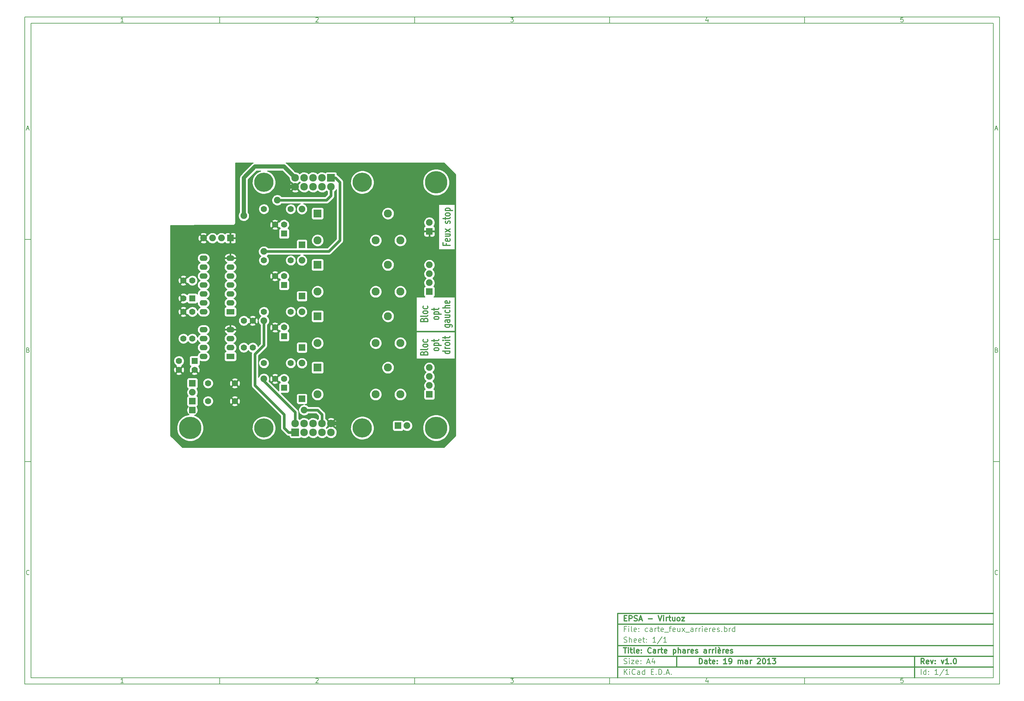
<source format=gtl>
G04 (created by PCBNEW-RS274X (2012-01-19 BZR 3256)-stable) date 19/03/2013 15:20:05*
G01*
G70*
G90*
%MOIN*%
G04 Gerber Fmt 3.4, Leading zero omitted, Abs format*
%FSLAX34Y34*%
G04 APERTURE LIST*
%ADD10C,0.006000*%
%ADD11C,0.012000*%
%ADD12C,0.215000*%
%ADD13R,0.085000X0.085000*%
%ADD14C,0.085000*%
%ADD15R,0.075000X0.075000*%
%ADD16C,0.075000*%
%ADD17R,0.070000X0.070000*%
%ADD18C,0.070000*%
%ADD19R,0.090000X0.090000*%
%ADD20C,0.090000*%
%ADD21R,0.090000X0.062000*%
%ADD22O,0.090000X0.062000*%
%ADD23C,0.250000*%
%ADD24C,0.030000*%
%ADD25C,0.045000*%
%ADD26C,0.010000*%
G04 APERTURE END LIST*
G54D10*
X04000Y-04000D02*
X113000Y-04000D01*
X113000Y-78670D01*
X04000Y-78670D01*
X04000Y-04000D01*
X04700Y-04700D02*
X112300Y-04700D01*
X112300Y-77970D01*
X04700Y-77970D01*
X04700Y-04700D01*
X25800Y-04000D02*
X25800Y-04700D01*
X15043Y-04552D02*
X14757Y-04552D01*
X14900Y-04552D02*
X14900Y-04052D01*
X14852Y-04124D01*
X14805Y-04171D01*
X14757Y-04195D01*
X25800Y-78670D02*
X25800Y-77970D01*
X15043Y-78522D02*
X14757Y-78522D01*
X14900Y-78522D02*
X14900Y-78022D01*
X14852Y-78094D01*
X14805Y-78141D01*
X14757Y-78165D01*
X47600Y-04000D02*
X47600Y-04700D01*
X36557Y-04100D02*
X36581Y-04076D01*
X36629Y-04052D01*
X36748Y-04052D01*
X36795Y-04076D01*
X36819Y-04100D01*
X36843Y-04148D01*
X36843Y-04195D01*
X36819Y-04267D01*
X36533Y-04552D01*
X36843Y-04552D01*
X47600Y-78670D02*
X47600Y-77970D01*
X36557Y-78070D02*
X36581Y-78046D01*
X36629Y-78022D01*
X36748Y-78022D01*
X36795Y-78046D01*
X36819Y-78070D01*
X36843Y-78118D01*
X36843Y-78165D01*
X36819Y-78237D01*
X36533Y-78522D01*
X36843Y-78522D01*
X69400Y-04000D02*
X69400Y-04700D01*
X58333Y-04052D02*
X58643Y-04052D01*
X58476Y-04243D01*
X58548Y-04243D01*
X58595Y-04267D01*
X58619Y-04290D01*
X58643Y-04338D01*
X58643Y-04457D01*
X58619Y-04505D01*
X58595Y-04529D01*
X58548Y-04552D01*
X58405Y-04552D01*
X58357Y-04529D01*
X58333Y-04505D01*
X69400Y-78670D02*
X69400Y-77970D01*
X58333Y-78022D02*
X58643Y-78022D01*
X58476Y-78213D01*
X58548Y-78213D01*
X58595Y-78237D01*
X58619Y-78260D01*
X58643Y-78308D01*
X58643Y-78427D01*
X58619Y-78475D01*
X58595Y-78499D01*
X58548Y-78522D01*
X58405Y-78522D01*
X58357Y-78499D01*
X58333Y-78475D01*
X91200Y-04000D02*
X91200Y-04700D01*
X80395Y-04219D02*
X80395Y-04552D01*
X80276Y-04029D02*
X80157Y-04386D01*
X80467Y-04386D01*
X91200Y-78670D02*
X91200Y-77970D01*
X80395Y-78189D02*
X80395Y-78522D01*
X80276Y-77999D02*
X80157Y-78356D01*
X80467Y-78356D01*
X102219Y-04052D02*
X101981Y-04052D01*
X101957Y-04290D01*
X101981Y-04267D01*
X102029Y-04243D01*
X102148Y-04243D01*
X102195Y-04267D01*
X102219Y-04290D01*
X102243Y-04338D01*
X102243Y-04457D01*
X102219Y-04505D01*
X102195Y-04529D01*
X102148Y-04552D01*
X102029Y-04552D01*
X101981Y-04529D01*
X101957Y-04505D01*
X102219Y-78022D02*
X101981Y-78022D01*
X101957Y-78260D01*
X101981Y-78237D01*
X102029Y-78213D01*
X102148Y-78213D01*
X102195Y-78237D01*
X102219Y-78260D01*
X102243Y-78308D01*
X102243Y-78427D01*
X102219Y-78475D01*
X102195Y-78499D01*
X102148Y-78522D01*
X102029Y-78522D01*
X101981Y-78499D01*
X101957Y-78475D01*
X04000Y-28890D02*
X04700Y-28890D01*
X04231Y-16510D02*
X04469Y-16510D01*
X04184Y-16652D02*
X04350Y-16152D01*
X04517Y-16652D01*
X113000Y-28890D02*
X112300Y-28890D01*
X112531Y-16510D02*
X112769Y-16510D01*
X112484Y-16652D02*
X112650Y-16152D01*
X112817Y-16652D01*
X04000Y-53780D02*
X04700Y-53780D01*
X04386Y-41280D02*
X04457Y-41304D01*
X04481Y-41328D01*
X04505Y-41376D01*
X04505Y-41447D01*
X04481Y-41495D01*
X04457Y-41519D01*
X04410Y-41542D01*
X04219Y-41542D01*
X04219Y-41042D01*
X04386Y-41042D01*
X04433Y-41066D01*
X04457Y-41090D01*
X04481Y-41138D01*
X04481Y-41185D01*
X04457Y-41233D01*
X04433Y-41257D01*
X04386Y-41280D01*
X04219Y-41280D01*
X113000Y-53780D02*
X112300Y-53780D01*
X112686Y-41280D02*
X112757Y-41304D01*
X112781Y-41328D01*
X112805Y-41376D01*
X112805Y-41447D01*
X112781Y-41495D01*
X112757Y-41519D01*
X112710Y-41542D01*
X112519Y-41542D01*
X112519Y-41042D01*
X112686Y-41042D01*
X112733Y-41066D01*
X112757Y-41090D01*
X112781Y-41138D01*
X112781Y-41185D01*
X112757Y-41233D01*
X112733Y-41257D01*
X112686Y-41280D01*
X112519Y-41280D01*
X04505Y-66385D02*
X04481Y-66409D01*
X04410Y-66432D01*
X04362Y-66432D01*
X04290Y-66409D01*
X04243Y-66361D01*
X04219Y-66313D01*
X04195Y-66218D01*
X04195Y-66147D01*
X04219Y-66051D01*
X04243Y-66004D01*
X04290Y-65956D01*
X04362Y-65932D01*
X04410Y-65932D01*
X04481Y-65956D01*
X04505Y-65980D01*
X112805Y-66385D02*
X112781Y-66409D01*
X112710Y-66432D01*
X112662Y-66432D01*
X112590Y-66409D01*
X112543Y-66361D01*
X112519Y-66313D01*
X112495Y-66218D01*
X112495Y-66147D01*
X112519Y-66051D01*
X112543Y-66004D01*
X112590Y-65956D01*
X112662Y-65932D01*
X112710Y-65932D01*
X112781Y-65956D01*
X112805Y-65980D01*
G54D11*
X79443Y-76413D02*
X79443Y-75813D01*
X79586Y-75813D01*
X79671Y-75841D01*
X79729Y-75899D01*
X79757Y-75956D01*
X79786Y-76070D01*
X79786Y-76156D01*
X79757Y-76270D01*
X79729Y-76327D01*
X79671Y-76384D01*
X79586Y-76413D01*
X79443Y-76413D01*
X80300Y-76413D02*
X80300Y-76099D01*
X80271Y-76041D01*
X80214Y-76013D01*
X80100Y-76013D01*
X80043Y-76041D01*
X80300Y-76384D02*
X80243Y-76413D01*
X80100Y-76413D01*
X80043Y-76384D01*
X80014Y-76327D01*
X80014Y-76270D01*
X80043Y-76213D01*
X80100Y-76184D01*
X80243Y-76184D01*
X80300Y-76156D01*
X80500Y-76013D02*
X80729Y-76013D01*
X80586Y-75813D02*
X80586Y-76327D01*
X80614Y-76384D01*
X80672Y-76413D01*
X80729Y-76413D01*
X81157Y-76384D02*
X81100Y-76413D01*
X80986Y-76413D01*
X80929Y-76384D01*
X80900Y-76327D01*
X80900Y-76099D01*
X80929Y-76041D01*
X80986Y-76013D01*
X81100Y-76013D01*
X81157Y-76041D01*
X81186Y-76099D01*
X81186Y-76156D01*
X80900Y-76213D01*
X81443Y-76356D02*
X81471Y-76384D01*
X81443Y-76413D01*
X81414Y-76384D01*
X81443Y-76356D01*
X81443Y-76413D01*
X81443Y-76041D02*
X81471Y-76070D01*
X81443Y-76099D01*
X81414Y-76070D01*
X81443Y-76041D01*
X81443Y-76099D01*
X82500Y-76413D02*
X82157Y-76413D01*
X82329Y-76413D02*
X82329Y-75813D01*
X82272Y-75899D01*
X82214Y-75956D01*
X82157Y-75984D01*
X82785Y-76413D02*
X82900Y-76413D01*
X82957Y-76384D01*
X82985Y-76356D01*
X83043Y-76270D01*
X83071Y-76156D01*
X83071Y-75927D01*
X83043Y-75870D01*
X83014Y-75841D01*
X82957Y-75813D01*
X82843Y-75813D01*
X82785Y-75841D01*
X82757Y-75870D01*
X82728Y-75927D01*
X82728Y-76070D01*
X82757Y-76127D01*
X82785Y-76156D01*
X82843Y-76184D01*
X82957Y-76184D01*
X83014Y-76156D01*
X83043Y-76127D01*
X83071Y-76070D01*
X83785Y-76413D02*
X83785Y-76013D01*
X83785Y-76070D02*
X83813Y-76041D01*
X83871Y-76013D01*
X83956Y-76013D01*
X84013Y-76041D01*
X84042Y-76099D01*
X84042Y-76413D01*
X84042Y-76099D02*
X84071Y-76041D01*
X84128Y-76013D01*
X84213Y-76013D01*
X84271Y-76041D01*
X84299Y-76099D01*
X84299Y-76413D01*
X84842Y-76413D02*
X84842Y-76099D01*
X84813Y-76041D01*
X84756Y-76013D01*
X84642Y-76013D01*
X84585Y-76041D01*
X84842Y-76384D02*
X84785Y-76413D01*
X84642Y-76413D01*
X84585Y-76384D01*
X84556Y-76327D01*
X84556Y-76270D01*
X84585Y-76213D01*
X84642Y-76184D01*
X84785Y-76184D01*
X84842Y-76156D01*
X85128Y-76413D02*
X85128Y-76013D01*
X85128Y-76127D02*
X85156Y-76070D01*
X85185Y-76041D01*
X85242Y-76013D01*
X85299Y-76013D01*
X85927Y-75870D02*
X85956Y-75841D01*
X86013Y-75813D01*
X86156Y-75813D01*
X86213Y-75841D01*
X86242Y-75870D01*
X86270Y-75927D01*
X86270Y-75984D01*
X86242Y-76070D01*
X85899Y-76413D01*
X86270Y-76413D01*
X86641Y-75813D02*
X86698Y-75813D01*
X86755Y-75841D01*
X86784Y-75870D01*
X86813Y-75927D01*
X86841Y-76041D01*
X86841Y-76184D01*
X86813Y-76299D01*
X86784Y-76356D01*
X86755Y-76384D01*
X86698Y-76413D01*
X86641Y-76413D01*
X86584Y-76384D01*
X86555Y-76356D01*
X86527Y-76299D01*
X86498Y-76184D01*
X86498Y-76041D01*
X86527Y-75927D01*
X86555Y-75870D01*
X86584Y-75841D01*
X86641Y-75813D01*
X87412Y-76413D02*
X87069Y-76413D01*
X87241Y-76413D02*
X87241Y-75813D01*
X87184Y-75899D01*
X87126Y-75956D01*
X87069Y-75984D01*
X87612Y-75813D02*
X87983Y-75813D01*
X87783Y-76041D01*
X87869Y-76041D01*
X87926Y-76070D01*
X87955Y-76099D01*
X87983Y-76156D01*
X87983Y-76299D01*
X87955Y-76356D01*
X87926Y-76384D01*
X87869Y-76413D01*
X87697Y-76413D01*
X87640Y-76384D01*
X87612Y-76356D01*
G54D10*
X71043Y-77613D02*
X71043Y-77013D01*
X71386Y-77613D02*
X71129Y-77270D01*
X71386Y-77013D02*
X71043Y-77356D01*
X71643Y-77613D02*
X71643Y-77213D01*
X71643Y-77013D02*
X71614Y-77041D01*
X71643Y-77070D01*
X71671Y-77041D01*
X71643Y-77013D01*
X71643Y-77070D01*
X72272Y-77556D02*
X72243Y-77584D01*
X72157Y-77613D01*
X72100Y-77613D01*
X72015Y-77584D01*
X71957Y-77527D01*
X71929Y-77470D01*
X71900Y-77356D01*
X71900Y-77270D01*
X71929Y-77156D01*
X71957Y-77099D01*
X72015Y-77041D01*
X72100Y-77013D01*
X72157Y-77013D01*
X72243Y-77041D01*
X72272Y-77070D01*
X72786Y-77613D02*
X72786Y-77299D01*
X72757Y-77241D01*
X72700Y-77213D01*
X72586Y-77213D01*
X72529Y-77241D01*
X72786Y-77584D02*
X72729Y-77613D01*
X72586Y-77613D01*
X72529Y-77584D01*
X72500Y-77527D01*
X72500Y-77470D01*
X72529Y-77413D01*
X72586Y-77384D01*
X72729Y-77384D01*
X72786Y-77356D01*
X73329Y-77613D02*
X73329Y-77013D01*
X73329Y-77584D02*
X73272Y-77613D01*
X73158Y-77613D01*
X73100Y-77584D01*
X73072Y-77556D01*
X73043Y-77499D01*
X73043Y-77327D01*
X73072Y-77270D01*
X73100Y-77241D01*
X73158Y-77213D01*
X73272Y-77213D01*
X73329Y-77241D01*
X74072Y-77299D02*
X74272Y-77299D01*
X74358Y-77613D02*
X74072Y-77613D01*
X74072Y-77013D01*
X74358Y-77013D01*
X74615Y-77556D02*
X74643Y-77584D01*
X74615Y-77613D01*
X74586Y-77584D01*
X74615Y-77556D01*
X74615Y-77613D01*
X74901Y-77613D02*
X74901Y-77013D01*
X75044Y-77013D01*
X75129Y-77041D01*
X75187Y-77099D01*
X75215Y-77156D01*
X75244Y-77270D01*
X75244Y-77356D01*
X75215Y-77470D01*
X75187Y-77527D01*
X75129Y-77584D01*
X75044Y-77613D01*
X74901Y-77613D01*
X75501Y-77556D02*
X75529Y-77584D01*
X75501Y-77613D01*
X75472Y-77584D01*
X75501Y-77556D01*
X75501Y-77613D01*
X75758Y-77441D02*
X76044Y-77441D01*
X75701Y-77613D02*
X75901Y-77013D01*
X76101Y-77613D01*
X76301Y-77556D02*
X76329Y-77584D01*
X76301Y-77613D01*
X76272Y-77584D01*
X76301Y-77556D01*
X76301Y-77613D01*
G54D11*
X104586Y-76413D02*
X104386Y-76127D01*
X104243Y-76413D02*
X104243Y-75813D01*
X104471Y-75813D01*
X104529Y-75841D01*
X104557Y-75870D01*
X104586Y-75927D01*
X104586Y-76013D01*
X104557Y-76070D01*
X104529Y-76099D01*
X104471Y-76127D01*
X104243Y-76127D01*
X105071Y-76384D02*
X105014Y-76413D01*
X104900Y-76413D01*
X104843Y-76384D01*
X104814Y-76327D01*
X104814Y-76099D01*
X104843Y-76041D01*
X104900Y-76013D01*
X105014Y-76013D01*
X105071Y-76041D01*
X105100Y-76099D01*
X105100Y-76156D01*
X104814Y-76213D01*
X105300Y-76013D02*
X105443Y-76413D01*
X105585Y-76013D01*
X105814Y-76356D02*
X105842Y-76384D01*
X105814Y-76413D01*
X105785Y-76384D01*
X105814Y-76356D01*
X105814Y-76413D01*
X105814Y-76041D02*
X105842Y-76070D01*
X105814Y-76099D01*
X105785Y-76070D01*
X105814Y-76041D01*
X105814Y-76099D01*
X106500Y-76013D02*
X106643Y-76413D01*
X106785Y-76013D01*
X107328Y-76413D02*
X106985Y-76413D01*
X107157Y-76413D02*
X107157Y-75813D01*
X107100Y-75899D01*
X107042Y-75956D01*
X106985Y-75984D01*
X107585Y-76356D02*
X107613Y-76384D01*
X107585Y-76413D01*
X107556Y-76384D01*
X107585Y-76356D01*
X107585Y-76413D01*
X107985Y-75813D02*
X108042Y-75813D01*
X108099Y-75841D01*
X108128Y-75870D01*
X108157Y-75927D01*
X108185Y-76041D01*
X108185Y-76184D01*
X108157Y-76299D01*
X108128Y-76356D01*
X108099Y-76384D01*
X108042Y-76413D01*
X107985Y-76413D01*
X107928Y-76384D01*
X107899Y-76356D01*
X107871Y-76299D01*
X107842Y-76184D01*
X107842Y-76041D01*
X107871Y-75927D01*
X107899Y-75870D01*
X107928Y-75841D01*
X107985Y-75813D01*
G54D10*
X71014Y-76384D02*
X71100Y-76413D01*
X71243Y-76413D01*
X71300Y-76384D01*
X71329Y-76356D01*
X71357Y-76299D01*
X71357Y-76241D01*
X71329Y-76184D01*
X71300Y-76156D01*
X71243Y-76127D01*
X71129Y-76099D01*
X71071Y-76070D01*
X71043Y-76041D01*
X71014Y-75984D01*
X71014Y-75927D01*
X71043Y-75870D01*
X71071Y-75841D01*
X71129Y-75813D01*
X71271Y-75813D01*
X71357Y-75841D01*
X71614Y-76413D02*
X71614Y-76013D01*
X71614Y-75813D02*
X71585Y-75841D01*
X71614Y-75870D01*
X71642Y-75841D01*
X71614Y-75813D01*
X71614Y-75870D01*
X71843Y-76013D02*
X72157Y-76013D01*
X71843Y-76413D01*
X72157Y-76413D01*
X72614Y-76384D02*
X72557Y-76413D01*
X72443Y-76413D01*
X72386Y-76384D01*
X72357Y-76327D01*
X72357Y-76099D01*
X72386Y-76041D01*
X72443Y-76013D01*
X72557Y-76013D01*
X72614Y-76041D01*
X72643Y-76099D01*
X72643Y-76156D01*
X72357Y-76213D01*
X72900Y-76356D02*
X72928Y-76384D01*
X72900Y-76413D01*
X72871Y-76384D01*
X72900Y-76356D01*
X72900Y-76413D01*
X72900Y-76041D02*
X72928Y-76070D01*
X72900Y-76099D01*
X72871Y-76070D01*
X72900Y-76041D01*
X72900Y-76099D01*
X73614Y-76241D02*
X73900Y-76241D01*
X73557Y-76413D02*
X73757Y-75813D01*
X73957Y-76413D01*
X74414Y-76013D02*
X74414Y-76413D01*
X74271Y-75784D02*
X74128Y-76213D01*
X74500Y-76213D01*
X104243Y-77613D02*
X104243Y-77013D01*
X104786Y-77613D02*
X104786Y-77013D01*
X104786Y-77584D02*
X104729Y-77613D01*
X104615Y-77613D01*
X104557Y-77584D01*
X104529Y-77556D01*
X104500Y-77499D01*
X104500Y-77327D01*
X104529Y-77270D01*
X104557Y-77241D01*
X104615Y-77213D01*
X104729Y-77213D01*
X104786Y-77241D01*
X105072Y-77556D02*
X105100Y-77584D01*
X105072Y-77613D01*
X105043Y-77584D01*
X105072Y-77556D01*
X105072Y-77613D01*
X105072Y-77241D02*
X105100Y-77270D01*
X105072Y-77299D01*
X105043Y-77270D01*
X105072Y-77241D01*
X105072Y-77299D01*
X106129Y-77613D02*
X105786Y-77613D01*
X105958Y-77613D02*
X105958Y-77013D01*
X105901Y-77099D01*
X105843Y-77156D01*
X105786Y-77184D01*
X106814Y-76984D02*
X106300Y-77756D01*
X107329Y-77613D02*
X106986Y-77613D01*
X107158Y-77613D02*
X107158Y-77013D01*
X107101Y-77099D01*
X107043Y-77156D01*
X106986Y-77184D01*
G54D11*
X70957Y-74613D02*
X71300Y-74613D01*
X71129Y-75213D02*
X71129Y-74613D01*
X71500Y-75213D02*
X71500Y-74813D01*
X71500Y-74613D02*
X71471Y-74641D01*
X71500Y-74670D01*
X71528Y-74641D01*
X71500Y-74613D01*
X71500Y-74670D01*
X71700Y-74813D02*
X71929Y-74813D01*
X71786Y-74613D02*
X71786Y-75127D01*
X71814Y-75184D01*
X71872Y-75213D01*
X71929Y-75213D01*
X72215Y-75213D02*
X72157Y-75184D01*
X72129Y-75127D01*
X72129Y-74613D01*
X72671Y-75184D02*
X72614Y-75213D01*
X72500Y-75213D01*
X72443Y-75184D01*
X72414Y-75127D01*
X72414Y-74899D01*
X72443Y-74841D01*
X72500Y-74813D01*
X72614Y-74813D01*
X72671Y-74841D01*
X72700Y-74899D01*
X72700Y-74956D01*
X72414Y-75013D01*
X72957Y-75156D02*
X72985Y-75184D01*
X72957Y-75213D01*
X72928Y-75184D01*
X72957Y-75156D01*
X72957Y-75213D01*
X72957Y-74841D02*
X72985Y-74870D01*
X72957Y-74899D01*
X72928Y-74870D01*
X72957Y-74841D01*
X72957Y-74899D01*
X74043Y-75156D02*
X74014Y-75184D01*
X73928Y-75213D01*
X73871Y-75213D01*
X73786Y-75184D01*
X73728Y-75127D01*
X73700Y-75070D01*
X73671Y-74956D01*
X73671Y-74870D01*
X73700Y-74756D01*
X73728Y-74699D01*
X73786Y-74641D01*
X73871Y-74613D01*
X73928Y-74613D01*
X74014Y-74641D01*
X74043Y-74670D01*
X74557Y-75213D02*
X74557Y-74899D01*
X74528Y-74841D01*
X74471Y-74813D01*
X74357Y-74813D01*
X74300Y-74841D01*
X74557Y-75184D02*
X74500Y-75213D01*
X74357Y-75213D01*
X74300Y-75184D01*
X74271Y-75127D01*
X74271Y-75070D01*
X74300Y-75013D01*
X74357Y-74984D01*
X74500Y-74984D01*
X74557Y-74956D01*
X74843Y-75213D02*
X74843Y-74813D01*
X74843Y-74927D02*
X74871Y-74870D01*
X74900Y-74841D01*
X74957Y-74813D01*
X75014Y-74813D01*
X75128Y-74813D02*
X75357Y-74813D01*
X75214Y-74613D02*
X75214Y-75127D01*
X75242Y-75184D01*
X75300Y-75213D01*
X75357Y-75213D01*
X75785Y-75184D02*
X75728Y-75213D01*
X75614Y-75213D01*
X75557Y-75184D01*
X75528Y-75127D01*
X75528Y-74899D01*
X75557Y-74841D01*
X75614Y-74813D01*
X75728Y-74813D01*
X75785Y-74841D01*
X75814Y-74899D01*
X75814Y-74956D01*
X75528Y-75013D01*
X76528Y-74813D02*
X76528Y-75413D01*
X76528Y-74841D02*
X76585Y-74813D01*
X76699Y-74813D01*
X76756Y-74841D01*
X76785Y-74870D01*
X76814Y-74927D01*
X76814Y-75099D01*
X76785Y-75156D01*
X76756Y-75184D01*
X76699Y-75213D01*
X76585Y-75213D01*
X76528Y-75184D01*
X77071Y-75213D02*
X77071Y-74613D01*
X77328Y-75213D02*
X77328Y-74899D01*
X77299Y-74841D01*
X77242Y-74813D01*
X77157Y-74813D01*
X77099Y-74841D01*
X77071Y-74870D01*
X77871Y-75213D02*
X77871Y-74899D01*
X77842Y-74841D01*
X77785Y-74813D01*
X77671Y-74813D01*
X77614Y-74841D01*
X77871Y-75184D02*
X77814Y-75213D01*
X77671Y-75213D01*
X77614Y-75184D01*
X77585Y-75127D01*
X77585Y-75070D01*
X77614Y-75013D01*
X77671Y-74984D01*
X77814Y-74984D01*
X77871Y-74956D01*
X78157Y-75213D02*
X78157Y-74813D01*
X78157Y-74927D02*
X78185Y-74870D01*
X78214Y-74841D01*
X78271Y-74813D01*
X78328Y-74813D01*
X78756Y-75184D02*
X78699Y-75213D01*
X78585Y-75213D01*
X78528Y-75184D01*
X78499Y-75127D01*
X78499Y-74899D01*
X78528Y-74841D01*
X78585Y-74813D01*
X78699Y-74813D01*
X78756Y-74841D01*
X78785Y-74899D01*
X78785Y-74956D01*
X78499Y-75013D01*
X79013Y-75184D02*
X79070Y-75213D01*
X79185Y-75213D01*
X79242Y-75184D01*
X79270Y-75127D01*
X79270Y-75099D01*
X79242Y-75041D01*
X79185Y-75013D01*
X79099Y-75013D01*
X79042Y-74984D01*
X79013Y-74927D01*
X79013Y-74899D01*
X79042Y-74841D01*
X79099Y-74813D01*
X79185Y-74813D01*
X79242Y-74841D01*
X80242Y-75213D02*
X80242Y-74899D01*
X80213Y-74841D01*
X80156Y-74813D01*
X80042Y-74813D01*
X79985Y-74841D01*
X80242Y-75184D02*
X80185Y-75213D01*
X80042Y-75213D01*
X79985Y-75184D01*
X79956Y-75127D01*
X79956Y-75070D01*
X79985Y-75013D01*
X80042Y-74984D01*
X80185Y-74984D01*
X80242Y-74956D01*
X80528Y-75213D02*
X80528Y-74813D01*
X80528Y-74927D02*
X80556Y-74870D01*
X80585Y-74841D01*
X80642Y-74813D01*
X80699Y-74813D01*
X80899Y-75213D02*
X80899Y-74813D01*
X80899Y-74927D02*
X80927Y-74870D01*
X80956Y-74841D01*
X81013Y-74813D01*
X81070Y-74813D01*
X81270Y-75213D02*
X81270Y-74813D01*
X81270Y-74613D02*
X81241Y-74641D01*
X81270Y-74670D01*
X81298Y-74641D01*
X81270Y-74613D01*
X81270Y-74670D01*
X81784Y-75184D02*
X81727Y-75213D01*
X81613Y-75213D01*
X81556Y-75184D01*
X81527Y-75127D01*
X81527Y-74899D01*
X81556Y-74841D01*
X81613Y-74813D01*
X81727Y-74813D01*
X81784Y-74841D01*
X81813Y-74899D01*
X81813Y-74956D01*
X81527Y-75013D01*
X81613Y-74584D02*
X81699Y-74670D01*
X82070Y-75213D02*
X82070Y-74813D01*
X82070Y-74927D02*
X82098Y-74870D01*
X82127Y-74841D01*
X82184Y-74813D01*
X82241Y-74813D01*
X82669Y-75184D02*
X82612Y-75213D01*
X82498Y-75213D01*
X82441Y-75184D01*
X82412Y-75127D01*
X82412Y-74899D01*
X82441Y-74841D01*
X82498Y-74813D01*
X82612Y-74813D01*
X82669Y-74841D01*
X82698Y-74899D01*
X82698Y-74956D01*
X82412Y-75013D01*
X82926Y-75184D02*
X82983Y-75213D01*
X83098Y-75213D01*
X83155Y-75184D01*
X83183Y-75127D01*
X83183Y-75099D01*
X83155Y-75041D01*
X83098Y-75013D01*
X83012Y-75013D01*
X82955Y-74984D01*
X82926Y-74927D01*
X82926Y-74899D01*
X82955Y-74841D01*
X83012Y-74813D01*
X83098Y-74813D01*
X83155Y-74841D01*
G54D10*
X71243Y-72499D02*
X71043Y-72499D01*
X71043Y-72813D02*
X71043Y-72213D01*
X71329Y-72213D01*
X71557Y-72813D02*
X71557Y-72413D01*
X71557Y-72213D02*
X71528Y-72241D01*
X71557Y-72270D01*
X71585Y-72241D01*
X71557Y-72213D01*
X71557Y-72270D01*
X71929Y-72813D02*
X71871Y-72784D01*
X71843Y-72727D01*
X71843Y-72213D01*
X72385Y-72784D02*
X72328Y-72813D01*
X72214Y-72813D01*
X72157Y-72784D01*
X72128Y-72727D01*
X72128Y-72499D01*
X72157Y-72441D01*
X72214Y-72413D01*
X72328Y-72413D01*
X72385Y-72441D01*
X72414Y-72499D01*
X72414Y-72556D01*
X72128Y-72613D01*
X72671Y-72756D02*
X72699Y-72784D01*
X72671Y-72813D01*
X72642Y-72784D01*
X72671Y-72756D01*
X72671Y-72813D01*
X72671Y-72441D02*
X72699Y-72470D01*
X72671Y-72499D01*
X72642Y-72470D01*
X72671Y-72441D01*
X72671Y-72499D01*
X73671Y-72784D02*
X73614Y-72813D01*
X73500Y-72813D01*
X73442Y-72784D01*
X73414Y-72756D01*
X73385Y-72699D01*
X73385Y-72527D01*
X73414Y-72470D01*
X73442Y-72441D01*
X73500Y-72413D01*
X73614Y-72413D01*
X73671Y-72441D01*
X74185Y-72813D02*
X74185Y-72499D01*
X74156Y-72441D01*
X74099Y-72413D01*
X73985Y-72413D01*
X73928Y-72441D01*
X74185Y-72784D02*
X74128Y-72813D01*
X73985Y-72813D01*
X73928Y-72784D01*
X73899Y-72727D01*
X73899Y-72670D01*
X73928Y-72613D01*
X73985Y-72584D01*
X74128Y-72584D01*
X74185Y-72556D01*
X74471Y-72813D02*
X74471Y-72413D01*
X74471Y-72527D02*
X74499Y-72470D01*
X74528Y-72441D01*
X74585Y-72413D01*
X74642Y-72413D01*
X74756Y-72413D02*
X74985Y-72413D01*
X74842Y-72213D02*
X74842Y-72727D01*
X74870Y-72784D01*
X74928Y-72813D01*
X74985Y-72813D01*
X75413Y-72784D02*
X75356Y-72813D01*
X75242Y-72813D01*
X75185Y-72784D01*
X75156Y-72727D01*
X75156Y-72499D01*
X75185Y-72441D01*
X75242Y-72413D01*
X75356Y-72413D01*
X75413Y-72441D01*
X75442Y-72499D01*
X75442Y-72556D01*
X75156Y-72613D01*
X75556Y-72870D02*
X76013Y-72870D01*
X76070Y-72413D02*
X76299Y-72413D01*
X76156Y-72813D02*
X76156Y-72299D01*
X76184Y-72241D01*
X76242Y-72213D01*
X76299Y-72213D01*
X76727Y-72784D02*
X76670Y-72813D01*
X76556Y-72813D01*
X76499Y-72784D01*
X76470Y-72727D01*
X76470Y-72499D01*
X76499Y-72441D01*
X76556Y-72413D01*
X76670Y-72413D01*
X76727Y-72441D01*
X76756Y-72499D01*
X76756Y-72556D01*
X76470Y-72613D01*
X77270Y-72413D02*
X77270Y-72813D01*
X77013Y-72413D02*
X77013Y-72727D01*
X77041Y-72784D01*
X77099Y-72813D01*
X77184Y-72813D01*
X77241Y-72784D01*
X77270Y-72756D01*
X77499Y-72813D02*
X77813Y-72413D01*
X77499Y-72413D02*
X77813Y-72813D01*
X77899Y-72870D02*
X78356Y-72870D01*
X78756Y-72813D02*
X78756Y-72499D01*
X78727Y-72441D01*
X78670Y-72413D01*
X78556Y-72413D01*
X78499Y-72441D01*
X78756Y-72784D02*
X78699Y-72813D01*
X78556Y-72813D01*
X78499Y-72784D01*
X78470Y-72727D01*
X78470Y-72670D01*
X78499Y-72613D01*
X78556Y-72584D01*
X78699Y-72584D01*
X78756Y-72556D01*
X79042Y-72813D02*
X79042Y-72413D01*
X79042Y-72527D02*
X79070Y-72470D01*
X79099Y-72441D01*
X79156Y-72413D01*
X79213Y-72413D01*
X79413Y-72813D02*
X79413Y-72413D01*
X79413Y-72527D02*
X79441Y-72470D01*
X79470Y-72441D01*
X79527Y-72413D01*
X79584Y-72413D01*
X79784Y-72813D02*
X79784Y-72413D01*
X79784Y-72213D02*
X79755Y-72241D01*
X79784Y-72270D01*
X79812Y-72241D01*
X79784Y-72213D01*
X79784Y-72270D01*
X80298Y-72784D02*
X80241Y-72813D01*
X80127Y-72813D01*
X80070Y-72784D01*
X80041Y-72727D01*
X80041Y-72499D01*
X80070Y-72441D01*
X80127Y-72413D01*
X80241Y-72413D01*
X80298Y-72441D01*
X80327Y-72499D01*
X80327Y-72556D01*
X80041Y-72613D01*
X80584Y-72813D02*
X80584Y-72413D01*
X80584Y-72527D02*
X80612Y-72470D01*
X80641Y-72441D01*
X80698Y-72413D01*
X80755Y-72413D01*
X81183Y-72784D02*
X81126Y-72813D01*
X81012Y-72813D01*
X80955Y-72784D01*
X80926Y-72727D01*
X80926Y-72499D01*
X80955Y-72441D01*
X81012Y-72413D01*
X81126Y-72413D01*
X81183Y-72441D01*
X81212Y-72499D01*
X81212Y-72556D01*
X80926Y-72613D01*
X81440Y-72784D02*
X81497Y-72813D01*
X81612Y-72813D01*
X81669Y-72784D01*
X81697Y-72727D01*
X81697Y-72699D01*
X81669Y-72641D01*
X81612Y-72613D01*
X81526Y-72613D01*
X81469Y-72584D01*
X81440Y-72527D01*
X81440Y-72499D01*
X81469Y-72441D01*
X81526Y-72413D01*
X81612Y-72413D01*
X81669Y-72441D01*
X81955Y-72756D02*
X81983Y-72784D01*
X81955Y-72813D01*
X81926Y-72784D01*
X81955Y-72756D01*
X81955Y-72813D01*
X82241Y-72813D02*
X82241Y-72213D01*
X82241Y-72441D02*
X82298Y-72413D01*
X82412Y-72413D01*
X82469Y-72441D01*
X82498Y-72470D01*
X82527Y-72527D01*
X82527Y-72699D01*
X82498Y-72756D01*
X82469Y-72784D01*
X82412Y-72813D01*
X82298Y-72813D01*
X82241Y-72784D01*
X82784Y-72813D02*
X82784Y-72413D01*
X82784Y-72527D02*
X82812Y-72470D01*
X82841Y-72441D01*
X82898Y-72413D01*
X82955Y-72413D01*
X83412Y-72813D02*
X83412Y-72213D01*
X83412Y-72784D02*
X83355Y-72813D01*
X83241Y-72813D01*
X83183Y-72784D01*
X83155Y-72756D01*
X83126Y-72699D01*
X83126Y-72527D01*
X83155Y-72470D01*
X83183Y-72441D01*
X83241Y-72413D01*
X83355Y-72413D01*
X83412Y-72441D01*
X71014Y-73984D02*
X71100Y-74013D01*
X71243Y-74013D01*
X71300Y-73984D01*
X71329Y-73956D01*
X71357Y-73899D01*
X71357Y-73841D01*
X71329Y-73784D01*
X71300Y-73756D01*
X71243Y-73727D01*
X71129Y-73699D01*
X71071Y-73670D01*
X71043Y-73641D01*
X71014Y-73584D01*
X71014Y-73527D01*
X71043Y-73470D01*
X71071Y-73441D01*
X71129Y-73413D01*
X71271Y-73413D01*
X71357Y-73441D01*
X71614Y-74013D02*
X71614Y-73413D01*
X71871Y-74013D02*
X71871Y-73699D01*
X71842Y-73641D01*
X71785Y-73613D01*
X71700Y-73613D01*
X71642Y-73641D01*
X71614Y-73670D01*
X72385Y-73984D02*
X72328Y-74013D01*
X72214Y-74013D01*
X72157Y-73984D01*
X72128Y-73927D01*
X72128Y-73699D01*
X72157Y-73641D01*
X72214Y-73613D01*
X72328Y-73613D01*
X72385Y-73641D01*
X72414Y-73699D01*
X72414Y-73756D01*
X72128Y-73813D01*
X72899Y-73984D02*
X72842Y-74013D01*
X72728Y-74013D01*
X72671Y-73984D01*
X72642Y-73927D01*
X72642Y-73699D01*
X72671Y-73641D01*
X72728Y-73613D01*
X72842Y-73613D01*
X72899Y-73641D01*
X72928Y-73699D01*
X72928Y-73756D01*
X72642Y-73813D01*
X73099Y-73613D02*
X73328Y-73613D01*
X73185Y-73413D02*
X73185Y-73927D01*
X73213Y-73984D01*
X73271Y-74013D01*
X73328Y-74013D01*
X73528Y-73956D02*
X73556Y-73984D01*
X73528Y-74013D01*
X73499Y-73984D01*
X73528Y-73956D01*
X73528Y-74013D01*
X73528Y-73641D02*
X73556Y-73670D01*
X73528Y-73699D01*
X73499Y-73670D01*
X73528Y-73641D01*
X73528Y-73699D01*
X74585Y-74013D02*
X74242Y-74013D01*
X74414Y-74013D02*
X74414Y-73413D01*
X74357Y-73499D01*
X74299Y-73556D01*
X74242Y-73584D01*
X75270Y-73384D02*
X74756Y-74156D01*
X75785Y-74013D02*
X75442Y-74013D01*
X75614Y-74013D02*
X75614Y-73413D01*
X75557Y-73499D01*
X75499Y-73556D01*
X75442Y-73584D01*
G54D11*
X71043Y-71299D02*
X71243Y-71299D01*
X71329Y-71613D02*
X71043Y-71613D01*
X71043Y-71013D01*
X71329Y-71013D01*
X71586Y-71613D02*
X71586Y-71013D01*
X71814Y-71013D01*
X71872Y-71041D01*
X71900Y-71070D01*
X71929Y-71127D01*
X71929Y-71213D01*
X71900Y-71270D01*
X71872Y-71299D01*
X71814Y-71327D01*
X71586Y-71327D01*
X72157Y-71584D02*
X72243Y-71613D01*
X72386Y-71613D01*
X72443Y-71584D01*
X72472Y-71556D01*
X72500Y-71499D01*
X72500Y-71441D01*
X72472Y-71384D01*
X72443Y-71356D01*
X72386Y-71327D01*
X72272Y-71299D01*
X72214Y-71270D01*
X72186Y-71241D01*
X72157Y-71184D01*
X72157Y-71127D01*
X72186Y-71070D01*
X72214Y-71041D01*
X72272Y-71013D01*
X72414Y-71013D01*
X72500Y-71041D01*
X72728Y-71441D02*
X73014Y-71441D01*
X72671Y-71613D02*
X72871Y-71013D01*
X73071Y-71613D01*
X73728Y-71384D02*
X74185Y-71384D01*
X74842Y-71013D02*
X75042Y-71613D01*
X75242Y-71013D01*
X75442Y-71613D02*
X75442Y-71213D01*
X75442Y-71013D02*
X75413Y-71041D01*
X75442Y-71070D01*
X75470Y-71041D01*
X75442Y-71013D01*
X75442Y-71070D01*
X75728Y-71613D02*
X75728Y-71213D01*
X75728Y-71327D02*
X75756Y-71270D01*
X75785Y-71241D01*
X75842Y-71213D01*
X75899Y-71213D01*
X76013Y-71213D02*
X76242Y-71213D01*
X76099Y-71013D02*
X76099Y-71527D01*
X76127Y-71584D01*
X76185Y-71613D01*
X76242Y-71613D01*
X76699Y-71213D02*
X76699Y-71613D01*
X76442Y-71213D02*
X76442Y-71527D01*
X76470Y-71584D01*
X76528Y-71613D01*
X76613Y-71613D01*
X76670Y-71584D01*
X76699Y-71556D01*
X77071Y-71613D02*
X77013Y-71584D01*
X76985Y-71556D01*
X76956Y-71499D01*
X76956Y-71327D01*
X76985Y-71270D01*
X77013Y-71241D01*
X77071Y-71213D01*
X77156Y-71213D01*
X77213Y-71241D01*
X77242Y-71270D01*
X77271Y-71327D01*
X77271Y-71499D01*
X77242Y-71556D01*
X77213Y-71584D01*
X77156Y-71613D01*
X77071Y-71613D01*
X77471Y-71213D02*
X77785Y-71213D01*
X77471Y-71613D01*
X77785Y-71613D01*
X70300Y-70770D02*
X70300Y-77970D01*
X70300Y-71970D02*
X112300Y-71970D01*
X70300Y-70770D02*
X112300Y-70770D01*
X70300Y-74370D02*
X112300Y-74370D01*
X103500Y-75570D02*
X103500Y-77970D01*
X70300Y-76770D02*
X112300Y-76770D01*
X70300Y-75570D02*
X112300Y-75570D01*
X76900Y-75570D02*
X76900Y-76770D01*
X51155Y-29371D02*
X51155Y-29571D01*
X51574Y-29571D02*
X50774Y-29571D01*
X50774Y-29285D01*
X51536Y-28829D02*
X51574Y-28886D01*
X51574Y-29000D01*
X51536Y-29057D01*
X51460Y-29086D01*
X51155Y-29086D01*
X51079Y-29057D01*
X51040Y-29000D01*
X51040Y-28886D01*
X51079Y-28829D01*
X51155Y-28800D01*
X51231Y-28800D01*
X51307Y-29086D01*
X51040Y-28286D02*
X51574Y-28286D01*
X51040Y-28543D02*
X51460Y-28543D01*
X51536Y-28515D01*
X51574Y-28457D01*
X51574Y-28372D01*
X51536Y-28315D01*
X51498Y-28286D01*
X51574Y-28057D02*
X51040Y-27743D01*
X51040Y-28057D02*
X51574Y-27743D01*
X51536Y-27086D02*
X51574Y-27029D01*
X51574Y-26914D01*
X51536Y-26857D01*
X51460Y-26829D01*
X51421Y-26829D01*
X51345Y-26857D01*
X51307Y-26914D01*
X51307Y-27000D01*
X51269Y-27057D01*
X51193Y-27086D01*
X51155Y-27086D01*
X51079Y-27057D01*
X51040Y-27000D01*
X51040Y-26914D01*
X51079Y-26857D01*
X51040Y-26657D02*
X51040Y-26428D01*
X50774Y-26571D02*
X51460Y-26571D01*
X51536Y-26543D01*
X51574Y-26485D01*
X51574Y-26428D01*
X51574Y-26142D02*
X51536Y-26200D01*
X51498Y-26228D01*
X51421Y-26257D01*
X51193Y-26257D01*
X51117Y-26228D01*
X51079Y-26200D01*
X51040Y-26142D01*
X51040Y-26057D01*
X51079Y-26000D01*
X51117Y-25971D01*
X51193Y-25942D01*
X51421Y-25942D01*
X51498Y-25971D01*
X51536Y-26000D01*
X51574Y-26057D01*
X51574Y-26142D01*
X51040Y-25685D02*
X51840Y-25685D01*
X51079Y-25685D02*
X51040Y-25628D01*
X51040Y-25514D01*
X51079Y-25457D01*
X51117Y-25428D01*
X51193Y-25399D01*
X51421Y-25399D01*
X51498Y-25428D01*
X51536Y-25457D01*
X51574Y-25514D01*
X51574Y-25628D01*
X51536Y-25685D01*
X48655Y-41621D02*
X48693Y-41535D01*
X48731Y-41507D01*
X48807Y-41478D01*
X48921Y-41478D01*
X48998Y-41507D01*
X49036Y-41535D01*
X49074Y-41593D01*
X49074Y-41821D01*
X48274Y-41821D01*
X48274Y-41621D01*
X48312Y-41564D01*
X48350Y-41535D01*
X48426Y-41507D01*
X48502Y-41507D01*
X48579Y-41535D01*
X48617Y-41564D01*
X48655Y-41621D01*
X48655Y-41821D01*
X49074Y-41135D02*
X49036Y-41193D01*
X48960Y-41221D01*
X48274Y-41221D01*
X49074Y-40821D02*
X49036Y-40879D01*
X48998Y-40907D01*
X48921Y-40936D01*
X48693Y-40936D01*
X48617Y-40907D01*
X48579Y-40879D01*
X48540Y-40821D01*
X48540Y-40736D01*
X48579Y-40679D01*
X48617Y-40650D01*
X48693Y-40621D01*
X48921Y-40621D01*
X48998Y-40650D01*
X49036Y-40679D01*
X49074Y-40736D01*
X49074Y-40821D01*
X49036Y-40107D02*
X49074Y-40164D01*
X49074Y-40278D01*
X49036Y-40336D01*
X48998Y-40364D01*
X48921Y-40393D01*
X48693Y-40393D01*
X48617Y-40364D01*
X48579Y-40336D01*
X48540Y-40278D01*
X48540Y-40164D01*
X48579Y-40107D01*
X50314Y-41235D02*
X50276Y-41293D01*
X50238Y-41321D01*
X50161Y-41350D01*
X49933Y-41350D01*
X49857Y-41321D01*
X49819Y-41293D01*
X49780Y-41235D01*
X49780Y-41150D01*
X49819Y-41093D01*
X49857Y-41064D01*
X49933Y-41035D01*
X50161Y-41035D01*
X50238Y-41064D01*
X50276Y-41093D01*
X50314Y-41150D01*
X50314Y-41235D01*
X49780Y-40778D02*
X50580Y-40778D01*
X49819Y-40778D02*
X49780Y-40721D01*
X49780Y-40607D01*
X49819Y-40550D01*
X49857Y-40521D01*
X49933Y-40492D01*
X50161Y-40492D01*
X50238Y-40521D01*
X50276Y-40550D01*
X50314Y-40607D01*
X50314Y-40721D01*
X50276Y-40778D01*
X49780Y-40321D02*
X49780Y-40092D01*
X49514Y-40235D02*
X50200Y-40235D01*
X50276Y-40207D01*
X50314Y-40149D01*
X50314Y-40092D01*
X51554Y-41393D02*
X50754Y-41393D01*
X51516Y-41393D02*
X51554Y-41450D01*
X51554Y-41564D01*
X51516Y-41622D01*
X51478Y-41650D01*
X51401Y-41679D01*
X51173Y-41679D01*
X51097Y-41650D01*
X51059Y-41622D01*
X51020Y-41564D01*
X51020Y-41450D01*
X51059Y-41393D01*
X51554Y-41107D02*
X51020Y-41107D01*
X51173Y-41107D02*
X51097Y-41079D01*
X51059Y-41050D01*
X51020Y-40993D01*
X51020Y-40936D01*
X51554Y-40650D02*
X51516Y-40708D01*
X51478Y-40736D01*
X51401Y-40765D01*
X51173Y-40765D01*
X51097Y-40736D01*
X51059Y-40708D01*
X51020Y-40650D01*
X51020Y-40565D01*
X51059Y-40508D01*
X51097Y-40479D01*
X51173Y-40450D01*
X51401Y-40450D01*
X51478Y-40479D01*
X51516Y-40508D01*
X51554Y-40565D01*
X51554Y-40650D01*
X51554Y-40193D02*
X51020Y-40193D01*
X50754Y-40193D02*
X50792Y-40222D01*
X50830Y-40193D01*
X50792Y-40165D01*
X50754Y-40193D01*
X50830Y-40193D01*
X51020Y-39993D02*
X51020Y-39764D01*
X50754Y-39907D02*
X51440Y-39907D01*
X51516Y-39879D01*
X51554Y-39821D01*
X51554Y-39764D01*
X48655Y-37892D02*
X48693Y-37806D01*
X48731Y-37778D01*
X48807Y-37749D01*
X48921Y-37749D01*
X48998Y-37778D01*
X49036Y-37806D01*
X49074Y-37864D01*
X49074Y-38092D01*
X48274Y-38092D01*
X48274Y-37892D01*
X48312Y-37835D01*
X48350Y-37806D01*
X48426Y-37778D01*
X48502Y-37778D01*
X48579Y-37806D01*
X48617Y-37835D01*
X48655Y-37892D01*
X48655Y-38092D01*
X49074Y-37406D02*
X49036Y-37464D01*
X48960Y-37492D01*
X48274Y-37492D01*
X49074Y-37092D02*
X49036Y-37150D01*
X48998Y-37178D01*
X48921Y-37207D01*
X48693Y-37207D01*
X48617Y-37178D01*
X48579Y-37150D01*
X48540Y-37092D01*
X48540Y-37007D01*
X48579Y-36950D01*
X48617Y-36921D01*
X48693Y-36892D01*
X48921Y-36892D01*
X48998Y-36921D01*
X49036Y-36950D01*
X49074Y-37007D01*
X49074Y-37092D01*
X49036Y-36378D02*
X49074Y-36435D01*
X49074Y-36549D01*
X49036Y-36607D01*
X48998Y-36635D01*
X48921Y-36664D01*
X48693Y-36664D01*
X48617Y-36635D01*
X48579Y-36607D01*
X48540Y-36549D01*
X48540Y-36435D01*
X48579Y-36378D01*
X50314Y-37735D02*
X50276Y-37793D01*
X50238Y-37821D01*
X50161Y-37850D01*
X49933Y-37850D01*
X49857Y-37821D01*
X49819Y-37793D01*
X49780Y-37735D01*
X49780Y-37650D01*
X49819Y-37593D01*
X49857Y-37564D01*
X49933Y-37535D01*
X50161Y-37535D01*
X50238Y-37564D01*
X50276Y-37593D01*
X50314Y-37650D01*
X50314Y-37735D01*
X49780Y-37278D02*
X50580Y-37278D01*
X49819Y-37278D02*
X49780Y-37221D01*
X49780Y-37107D01*
X49819Y-37050D01*
X49857Y-37021D01*
X49933Y-36992D01*
X50161Y-36992D01*
X50238Y-37021D01*
X50276Y-37050D01*
X50314Y-37107D01*
X50314Y-37221D01*
X50276Y-37278D01*
X49780Y-36821D02*
X49780Y-36592D01*
X49514Y-36735D02*
X50200Y-36735D01*
X50276Y-36707D01*
X50314Y-36649D01*
X50314Y-36592D01*
X51020Y-38450D02*
X51668Y-38450D01*
X51744Y-38479D01*
X51782Y-38507D01*
X51820Y-38564D01*
X51820Y-38650D01*
X51782Y-38707D01*
X51516Y-38450D02*
X51554Y-38507D01*
X51554Y-38621D01*
X51516Y-38679D01*
X51478Y-38707D01*
X51401Y-38736D01*
X51173Y-38736D01*
X51097Y-38707D01*
X51059Y-38679D01*
X51020Y-38621D01*
X51020Y-38507D01*
X51059Y-38450D01*
X51554Y-37907D02*
X51135Y-37907D01*
X51059Y-37936D01*
X51020Y-37993D01*
X51020Y-38107D01*
X51059Y-38164D01*
X51516Y-37907D02*
X51554Y-37964D01*
X51554Y-38107D01*
X51516Y-38164D01*
X51440Y-38193D01*
X51363Y-38193D01*
X51287Y-38164D01*
X51249Y-38107D01*
X51249Y-37964D01*
X51211Y-37907D01*
X51020Y-37364D02*
X51554Y-37364D01*
X51020Y-37621D02*
X51440Y-37621D01*
X51516Y-37593D01*
X51554Y-37535D01*
X51554Y-37450D01*
X51516Y-37393D01*
X51478Y-37364D01*
X51516Y-36821D02*
X51554Y-36878D01*
X51554Y-36992D01*
X51516Y-37050D01*
X51478Y-37078D01*
X51401Y-37107D01*
X51173Y-37107D01*
X51097Y-37078D01*
X51059Y-37050D01*
X51020Y-36992D01*
X51020Y-36878D01*
X51059Y-36821D01*
X51554Y-36564D02*
X50754Y-36564D01*
X51554Y-36307D02*
X51135Y-36307D01*
X51059Y-36336D01*
X51020Y-36393D01*
X51020Y-36478D01*
X51059Y-36536D01*
X51097Y-36564D01*
X51516Y-35793D02*
X51554Y-35850D01*
X51554Y-35964D01*
X51516Y-36021D01*
X51440Y-36050D01*
X51135Y-36050D01*
X51059Y-36021D01*
X51020Y-35964D01*
X51020Y-35850D01*
X51059Y-35793D01*
X51135Y-35764D01*
X51211Y-35764D01*
X51287Y-36050D01*
G54D12*
X30750Y-50000D03*
X41750Y-50000D03*
G54D13*
X34250Y-50500D03*
G54D14*
X34250Y-49500D03*
X35250Y-50500D03*
X35250Y-49500D03*
X36250Y-50500D03*
X36250Y-49500D03*
X37250Y-50500D03*
X37250Y-49500D03*
X38250Y-50500D03*
X38250Y-49500D03*
G54D12*
X41750Y-22500D03*
X30750Y-22500D03*
G54D13*
X38250Y-22000D03*
G54D14*
X38250Y-23000D03*
X37250Y-22000D03*
X37250Y-23000D03*
X36250Y-22000D03*
X36250Y-23000D03*
X35250Y-22000D03*
X35250Y-23000D03*
X34250Y-22000D03*
X34250Y-23000D03*
G54D15*
X49250Y-28000D03*
G54D16*
X49250Y-27000D03*
X49250Y-43250D03*
X49250Y-44250D03*
G54D15*
X49250Y-46250D03*
G54D16*
X49250Y-45250D03*
X49250Y-31750D03*
X49250Y-32750D03*
G54D15*
X49250Y-34750D03*
G54D16*
X49250Y-33750D03*
G54D15*
X45750Y-49750D03*
G54D16*
X46750Y-49750D03*
G54D17*
X33000Y-34000D03*
G54D18*
X33000Y-33000D03*
X32000Y-33000D03*
G54D17*
X33000Y-39750D03*
G54D18*
X33000Y-38750D03*
X32000Y-38750D03*
G54D17*
X33000Y-45500D03*
G54D18*
X33000Y-44500D03*
X32000Y-44500D03*
G54D17*
X33000Y-28250D03*
G54D18*
X33000Y-27250D03*
X32000Y-27250D03*
G54D19*
X36750Y-37500D03*
G54D20*
X36750Y-40500D03*
X43246Y-40500D03*
X46002Y-40500D03*
X44624Y-37500D03*
G54D19*
X36750Y-31750D03*
G54D20*
X36750Y-34750D03*
X43246Y-34750D03*
X46002Y-34750D03*
X44624Y-31750D03*
G54D19*
X36750Y-43250D03*
G54D20*
X36750Y-46250D03*
X43246Y-46250D03*
X46002Y-46250D03*
X44624Y-43250D03*
G54D19*
X36750Y-26000D03*
G54D20*
X36750Y-29000D03*
X43246Y-29000D03*
X46002Y-29000D03*
X44624Y-26000D03*
G54D16*
X35000Y-37000D03*
G54D15*
X35000Y-41000D03*
G54D16*
X35000Y-31250D03*
G54D15*
X35000Y-35250D03*
G54D16*
X35000Y-42750D03*
G54D15*
X35000Y-46750D03*
G54D16*
X35000Y-25500D03*
G54D15*
X35000Y-29500D03*
G54D18*
X27500Y-45000D03*
X24500Y-45000D03*
X27500Y-47000D03*
X24500Y-47000D03*
X33750Y-37000D03*
X30750Y-37000D03*
X33750Y-31250D03*
X30750Y-31250D03*
X33750Y-42750D03*
X30750Y-42750D03*
X33750Y-25500D03*
X30750Y-25500D03*
X28500Y-38000D03*
X28500Y-41000D03*
X29500Y-41000D03*
X29500Y-38000D03*
X22750Y-37000D03*
X22750Y-40000D03*
X21750Y-40000D03*
X21750Y-37000D03*
G54D16*
X24000Y-28750D03*
X25000Y-28750D03*
G54D15*
X27000Y-28750D03*
G54D16*
X26000Y-28750D03*
G54D15*
X22750Y-47000D03*
X22750Y-48000D03*
X22750Y-45000D03*
G54D16*
X22750Y-46000D03*
G54D21*
X27000Y-42000D03*
G54D22*
X27000Y-41000D03*
X27000Y-40000D03*
X27000Y-39000D03*
X24000Y-39000D03*
X24000Y-40000D03*
X24000Y-41000D03*
X24000Y-42000D03*
G54D21*
X27000Y-37000D03*
G54D22*
X27000Y-36000D03*
X27000Y-35000D03*
X27000Y-34000D03*
X27000Y-33000D03*
X27000Y-32000D03*
X27000Y-31000D03*
X24000Y-31000D03*
X24000Y-32000D03*
X24000Y-33000D03*
X24000Y-34000D03*
X24000Y-35000D03*
X24000Y-36000D03*
X24000Y-37000D03*
G54D17*
X23000Y-42500D03*
G54D18*
X23000Y-43500D03*
G54D17*
X22750Y-35500D03*
G54D18*
X21750Y-35500D03*
X21250Y-42500D03*
X21250Y-43500D03*
X22750Y-33500D03*
X21750Y-33500D03*
G54D23*
X22500Y-50000D03*
X50000Y-50000D03*
X50000Y-22500D03*
G54D16*
X35250Y-48000D03*
X32250Y-24500D03*
X30750Y-30250D03*
X30750Y-38000D03*
X30750Y-44500D03*
X21750Y-28750D03*
X28500Y-46000D03*
X29500Y-31000D03*
X28500Y-26250D03*
G54D24*
X36750Y-48000D02*
X35250Y-48000D01*
X37250Y-49500D02*
X37250Y-48500D01*
X37250Y-48500D02*
X36750Y-48000D01*
X37750Y-24500D02*
X32500Y-24500D01*
X38250Y-24000D02*
X37750Y-24500D01*
X38250Y-23000D02*
X38250Y-24000D01*
X32250Y-24500D02*
X32500Y-24500D01*
X38250Y-22000D02*
X38750Y-22000D01*
X38000Y-30250D02*
X30750Y-30250D01*
X38750Y-22000D02*
X39250Y-22500D01*
X39250Y-22500D02*
X39250Y-29000D01*
X39250Y-29000D02*
X38000Y-30250D01*
X33000Y-50000D02*
X33000Y-48500D01*
X29750Y-41750D02*
X30750Y-40750D01*
X34250Y-50500D02*
X33500Y-50500D01*
X29750Y-45250D02*
X29750Y-41750D01*
X33500Y-50500D02*
X33000Y-50000D01*
X33000Y-48500D02*
X29750Y-45250D01*
X30750Y-40750D02*
X30750Y-38000D01*
X30750Y-44750D02*
X30750Y-44500D01*
X34250Y-48250D02*
X30750Y-44750D01*
X34250Y-49500D02*
X34250Y-48250D01*
G54D25*
X29500Y-25250D02*
X29500Y-27500D01*
X38250Y-49500D02*
X39000Y-49500D01*
X23000Y-27500D02*
X21750Y-28750D01*
X29500Y-27500D02*
X23000Y-27500D01*
X32500Y-23000D02*
X31000Y-24500D01*
X38750Y-51750D02*
X29750Y-51750D01*
X28500Y-50500D02*
X28500Y-46000D01*
X29500Y-27500D02*
X29500Y-31000D01*
X39000Y-49500D02*
X39500Y-50000D01*
X39500Y-51000D02*
X38750Y-51750D01*
X29750Y-51750D02*
X28500Y-50500D01*
X39500Y-50000D02*
X39500Y-51000D01*
X30250Y-24500D02*
X29500Y-25250D01*
X31000Y-24500D02*
X30250Y-24500D01*
X34250Y-23000D02*
X32500Y-23000D01*
X33000Y-20750D02*
X34250Y-22000D01*
X28500Y-25750D02*
X28500Y-22000D01*
X28500Y-22000D02*
X29750Y-20750D01*
X29750Y-20750D02*
X33000Y-20750D01*
X28500Y-25750D02*
X28500Y-26250D01*
G54D10*
G36*
X52175Y-50865D02*
X52120Y-50920D01*
X52120Y-30024D01*
X52120Y-24975D01*
X51500Y-24975D01*
X51500Y-22353D01*
X51443Y-22064D01*
X51331Y-21792D01*
X51168Y-21547D01*
X50961Y-21339D01*
X50717Y-21174D01*
X50446Y-21060D01*
X50158Y-21001D01*
X49863Y-20999D01*
X49575Y-21054D01*
X49302Y-21164D01*
X49056Y-21325D01*
X48845Y-21531D01*
X48679Y-21774D01*
X48563Y-22044D01*
X48502Y-22332D01*
X48498Y-22626D01*
X48551Y-22915D01*
X48659Y-23189D01*
X48819Y-23436D01*
X49023Y-23648D01*
X49265Y-23816D01*
X49534Y-23933D01*
X49821Y-23997D01*
X50116Y-24003D01*
X50405Y-23952D01*
X50679Y-23845D01*
X50928Y-23688D01*
X51141Y-23485D01*
X51310Y-23245D01*
X51430Y-22976D01*
X51495Y-22689D01*
X51500Y-22353D01*
X51500Y-24975D01*
X50260Y-24975D01*
X50260Y-30024D01*
X52120Y-30024D01*
X52120Y-50920D01*
X52100Y-50940D01*
X52100Y-42274D01*
X52100Y-39226D01*
X52100Y-39160D01*
X52100Y-35340D01*
X49752Y-35340D01*
X49783Y-35320D01*
X49818Y-35285D01*
X49846Y-35245D01*
X49865Y-35200D01*
X49875Y-35152D01*
X49875Y-35103D01*
X49875Y-34351D01*
X49866Y-34303D01*
X49847Y-34258D01*
X49820Y-34217D01*
X49785Y-34182D01*
X49745Y-34154D01*
X49733Y-34149D01*
X49796Y-34060D01*
X49846Y-33948D01*
X49873Y-33829D01*
X49875Y-33689D01*
X49851Y-33569D01*
X49805Y-33455D01*
X49737Y-33353D01*
X49650Y-33266D01*
X49627Y-33250D01*
X49636Y-33245D01*
X49725Y-33161D01*
X49796Y-33060D01*
X49846Y-32948D01*
X49873Y-32829D01*
X49875Y-32689D01*
X49851Y-32569D01*
X49805Y-32455D01*
X49737Y-32353D01*
X49650Y-32266D01*
X49627Y-32250D01*
X49636Y-32245D01*
X49725Y-32161D01*
X49796Y-32060D01*
X49846Y-31948D01*
X49873Y-31829D01*
X49875Y-31689D01*
X49875Y-28399D01*
X49875Y-28112D01*
X49875Y-27888D01*
X49875Y-27601D01*
X49866Y-27553D01*
X49847Y-27508D01*
X49820Y-27467D01*
X49785Y-27432D01*
X49745Y-27404D01*
X49733Y-27399D01*
X49796Y-27310D01*
X49846Y-27198D01*
X49873Y-27079D01*
X49875Y-26939D01*
X49851Y-26819D01*
X49805Y-26705D01*
X49737Y-26603D01*
X49650Y-26516D01*
X49549Y-26448D01*
X49436Y-26400D01*
X49316Y-26375D01*
X49193Y-26375D01*
X49073Y-26398D01*
X48959Y-26443D01*
X48857Y-26510D01*
X48769Y-26596D01*
X48700Y-26697D01*
X48652Y-26810D01*
X48626Y-26930D01*
X48624Y-27052D01*
X48646Y-27173D01*
X48691Y-27287D01*
X48758Y-27390D01*
X48766Y-27399D01*
X48755Y-27404D01*
X48715Y-27432D01*
X48680Y-27467D01*
X48653Y-27508D01*
X48634Y-27553D01*
X48625Y-27601D01*
X48625Y-27888D01*
X48687Y-27950D01*
X49150Y-27950D01*
X49200Y-27950D01*
X49300Y-27950D01*
X49350Y-27950D01*
X49813Y-27950D01*
X49875Y-27888D01*
X49875Y-28112D01*
X49813Y-28050D01*
X49300Y-28050D01*
X49300Y-28563D01*
X49362Y-28625D01*
X49603Y-28625D01*
X49652Y-28625D01*
X49700Y-28615D01*
X49745Y-28596D01*
X49785Y-28568D01*
X49820Y-28533D01*
X49847Y-28492D01*
X49866Y-28447D01*
X49875Y-28399D01*
X49875Y-31689D01*
X49851Y-31569D01*
X49805Y-31455D01*
X49737Y-31353D01*
X49650Y-31266D01*
X49549Y-31198D01*
X49436Y-31150D01*
X49316Y-31125D01*
X49200Y-31125D01*
X49200Y-28563D01*
X49200Y-28050D01*
X48687Y-28050D01*
X48625Y-28112D01*
X48625Y-28399D01*
X48634Y-28447D01*
X48653Y-28492D01*
X48680Y-28533D01*
X48715Y-28568D01*
X48755Y-28596D01*
X48800Y-28615D01*
X48848Y-28625D01*
X48897Y-28625D01*
X49138Y-28625D01*
X49200Y-28563D01*
X49200Y-31125D01*
X49193Y-31125D01*
X49073Y-31148D01*
X48959Y-31193D01*
X48857Y-31260D01*
X48769Y-31346D01*
X48700Y-31447D01*
X48652Y-31560D01*
X48626Y-31680D01*
X48624Y-31802D01*
X48646Y-31923D01*
X48691Y-32037D01*
X48758Y-32140D01*
X48843Y-32228D01*
X48873Y-32249D01*
X48857Y-32260D01*
X48769Y-32346D01*
X48700Y-32447D01*
X48652Y-32560D01*
X48626Y-32680D01*
X48624Y-32802D01*
X48646Y-32923D01*
X48691Y-33037D01*
X48758Y-33140D01*
X48843Y-33228D01*
X48873Y-33249D01*
X48857Y-33260D01*
X48769Y-33346D01*
X48700Y-33447D01*
X48652Y-33560D01*
X48626Y-33680D01*
X48624Y-33802D01*
X48646Y-33923D01*
X48691Y-34037D01*
X48758Y-34140D01*
X48766Y-34149D01*
X48758Y-34153D01*
X48717Y-34180D01*
X48682Y-34215D01*
X48654Y-34255D01*
X48635Y-34300D01*
X48625Y-34348D01*
X48625Y-34397D01*
X48625Y-35149D01*
X48634Y-35197D01*
X48653Y-35242D01*
X48680Y-35283D01*
X48715Y-35318D01*
X48746Y-35340D01*
X47760Y-35340D01*
X47760Y-39160D01*
X52100Y-39160D01*
X52100Y-39226D01*
X47760Y-39226D01*
X47760Y-42274D01*
X52100Y-42274D01*
X52100Y-50940D01*
X51500Y-51540D01*
X51500Y-49853D01*
X51443Y-49564D01*
X51331Y-49292D01*
X51168Y-49047D01*
X50961Y-48839D01*
X50717Y-48674D01*
X50446Y-48560D01*
X50158Y-48501D01*
X49875Y-48499D01*
X49875Y-46652D01*
X49875Y-46603D01*
X49875Y-45851D01*
X49866Y-45803D01*
X49847Y-45758D01*
X49820Y-45717D01*
X49785Y-45682D01*
X49745Y-45654D01*
X49733Y-45649D01*
X49796Y-45560D01*
X49846Y-45448D01*
X49873Y-45329D01*
X49875Y-45189D01*
X49851Y-45069D01*
X49805Y-44955D01*
X49737Y-44853D01*
X49650Y-44766D01*
X49627Y-44750D01*
X49636Y-44745D01*
X49725Y-44661D01*
X49796Y-44560D01*
X49846Y-44448D01*
X49873Y-44329D01*
X49875Y-44189D01*
X49851Y-44069D01*
X49805Y-43955D01*
X49737Y-43853D01*
X49650Y-43766D01*
X49627Y-43750D01*
X49636Y-43745D01*
X49725Y-43661D01*
X49796Y-43560D01*
X49846Y-43448D01*
X49873Y-43329D01*
X49875Y-43189D01*
X49851Y-43069D01*
X49805Y-42955D01*
X49737Y-42853D01*
X49650Y-42766D01*
X49549Y-42698D01*
X49436Y-42650D01*
X49316Y-42625D01*
X49193Y-42625D01*
X49073Y-42648D01*
X48959Y-42693D01*
X48857Y-42760D01*
X48769Y-42846D01*
X48700Y-42947D01*
X48652Y-43060D01*
X48626Y-43180D01*
X48624Y-43302D01*
X48646Y-43423D01*
X48691Y-43537D01*
X48758Y-43640D01*
X48843Y-43728D01*
X48873Y-43749D01*
X48857Y-43760D01*
X48769Y-43846D01*
X48700Y-43947D01*
X48652Y-44060D01*
X48626Y-44180D01*
X48624Y-44302D01*
X48646Y-44423D01*
X48691Y-44537D01*
X48758Y-44640D01*
X48843Y-44728D01*
X48873Y-44749D01*
X48857Y-44760D01*
X48769Y-44846D01*
X48700Y-44947D01*
X48652Y-45060D01*
X48626Y-45180D01*
X48624Y-45302D01*
X48646Y-45423D01*
X48691Y-45537D01*
X48758Y-45640D01*
X48766Y-45649D01*
X48758Y-45653D01*
X48717Y-45680D01*
X48682Y-45715D01*
X48654Y-45755D01*
X48635Y-45800D01*
X48625Y-45848D01*
X48625Y-45897D01*
X48625Y-46649D01*
X48634Y-46697D01*
X48653Y-46742D01*
X48680Y-46783D01*
X48715Y-46818D01*
X48755Y-46846D01*
X48800Y-46865D01*
X48848Y-46875D01*
X48897Y-46875D01*
X49649Y-46875D01*
X49697Y-46866D01*
X49742Y-46847D01*
X49783Y-46820D01*
X49818Y-46785D01*
X49846Y-46745D01*
X49865Y-46700D01*
X49875Y-46652D01*
X49875Y-48499D01*
X49863Y-48499D01*
X49575Y-48554D01*
X49302Y-48664D01*
X49056Y-48825D01*
X48845Y-49031D01*
X48679Y-49274D01*
X48563Y-49544D01*
X48502Y-49832D01*
X48498Y-50126D01*
X48551Y-50415D01*
X48659Y-50689D01*
X48819Y-50936D01*
X49023Y-51148D01*
X49265Y-51316D01*
X49534Y-51433D01*
X49821Y-51497D01*
X50116Y-51503D01*
X50405Y-51452D01*
X50679Y-51345D01*
X50928Y-51188D01*
X51141Y-50985D01*
X51310Y-50745D01*
X51430Y-50476D01*
X51495Y-50189D01*
X51500Y-49853D01*
X51500Y-51540D01*
X50865Y-52175D01*
X47375Y-52175D01*
X47375Y-49689D01*
X47351Y-49569D01*
X47305Y-49455D01*
X47237Y-49353D01*
X47150Y-49266D01*
X47049Y-49198D01*
X46936Y-49150D01*
X46816Y-49125D01*
X46702Y-49125D01*
X46702Y-46181D01*
X46702Y-40431D01*
X46702Y-34681D01*
X46702Y-28931D01*
X46675Y-28796D01*
X46623Y-28669D01*
X46547Y-28555D01*
X46450Y-28458D01*
X46336Y-28381D01*
X46210Y-28328D01*
X46075Y-28300D01*
X45938Y-28300D01*
X45803Y-28325D01*
X45676Y-28377D01*
X45561Y-28452D01*
X45463Y-28548D01*
X45385Y-28661D01*
X45331Y-28788D01*
X45324Y-28821D01*
X45324Y-25931D01*
X45297Y-25796D01*
X45245Y-25669D01*
X45169Y-25555D01*
X45072Y-25458D01*
X44958Y-25381D01*
X44832Y-25328D01*
X44697Y-25300D01*
X44560Y-25300D01*
X44425Y-25325D01*
X44298Y-25377D01*
X44183Y-25452D01*
X44085Y-25548D01*
X44007Y-25661D01*
X43953Y-25788D01*
X43925Y-25922D01*
X43923Y-26059D01*
X43948Y-26194D01*
X43999Y-26322D01*
X44073Y-26437D01*
X44168Y-26536D01*
X44281Y-26614D01*
X44407Y-26669D01*
X44541Y-26698D01*
X44678Y-26701D01*
X44814Y-26677D01*
X44941Y-26628D01*
X45057Y-26554D01*
X45157Y-26459D01*
X45236Y-26347D01*
X45292Y-26222D01*
X45322Y-26088D01*
X45324Y-25931D01*
X45324Y-28821D01*
X45303Y-28922D01*
X45301Y-29059D01*
X45326Y-29194D01*
X45377Y-29322D01*
X45451Y-29437D01*
X45546Y-29536D01*
X45659Y-29614D01*
X45785Y-29669D01*
X45919Y-29698D01*
X46056Y-29701D01*
X46192Y-29677D01*
X46319Y-29628D01*
X46435Y-29554D01*
X46535Y-29459D01*
X46614Y-29347D01*
X46670Y-29222D01*
X46700Y-29088D01*
X46702Y-28931D01*
X46702Y-34681D01*
X46675Y-34546D01*
X46623Y-34419D01*
X46547Y-34305D01*
X46450Y-34208D01*
X46336Y-34131D01*
X46210Y-34078D01*
X46075Y-34050D01*
X45938Y-34050D01*
X45803Y-34075D01*
X45676Y-34127D01*
X45561Y-34202D01*
X45463Y-34298D01*
X45385Y-34411D01*
X45331Y-34538D01*
X45324Y-34571D01*
X45324Y-31681D01*
X45297Y-31546D01*
X45245Y-31419D01*
X45169Y-31305D01*
X45072Y-31208D01*
X44958Y-31131D01*
X44832Y-31078D01*
X44697Y-31050D01*
X44560Y-31050D01*
X44425Y-31075D01*
X44298Y-31127D01*
X44183Y-31202D01*
X44085Y-31298D01*
X44007Y-31411D01*
X43953Y-31538D01*
X43946Y-31571D01*
X43946Y-28931D01*
X43919Y-28796D01*
X43867Y-28669D01*
X43791Y-28555D01*
X43694Y-28458D01*
X43580Y-28381D01*
X43454Y-28328D01*
X43319Y-28300D01*
X43182Y-28300D01*
X43075Y-28319D01*
X43075Y-22370D01*
X43025Y-22115D01*
X42925Y-21875D01*
X42782Y-21658D01*
X42599Y-21474D01*
X42383Y-21329D01*
X42144Y-21228D01*
X41889Y-21176D01*
X41629Y-21174D01*
X41374Y-21223D01*
X41133Y-21320D01*
X40916Y-21462D01*
X40730Y-21644D01*
X40583Y-21859D01*
X40481Y-22098D01*
X40427Y-22352D01*
X40423Y-22611D01*
X40470Y-22867D01*
X40566Y-23109D01*
X40707Y-23327D01*
X40887Y-23514D01*
X41101Y-23662D01*
X41339Y-23766D01*
X41592Y-23822D01*
X41852Y-23827D01*
X42108Y-23782D01*
X42350Y-23688D01*
X42570Y-23549D01*
X42758Y-23370D01*
X42908Y-23158D01*
X43013Y-22920D01*
X43071Y-22667D01*
X43075Y-22370D01*
X43075Y-28319D01*
X43047Y-28325D01*
X42920Y-28377D01*
X42805Y-28452D01*
X42707Y-28548D01*
X42629Y-28661D01*
X42575Y-28788D01*
X42547Y-28922D01*
X42545Y-29059D01*
X42570Y-29194D01*
X42621Y-29322D01*
X42695Y-29437D01*
X42790Y-29536D01*
X42903Y-29614D01*
X43029Y-29669D01*
X43163Y-29698D01*
X43300Y-29701D01*
X43436Y-29677D01*
X43563Y-29628D01*
X43679Y-29554D01*
X43779Y-29459D01*
X43858Y-29347D01*
X43914Y-29222D01*
X43944Y-29088D01*
X43946Y-28931D01*
X43946Y-31571D01*
X43925Y-31672D01*
X43923Y-31809D01*
X43948Y-31944D01*
X43999Y-32072D01*
X44073Y-32187D01*
X44168Y-32286D01*
X44281Y-32364D01*
X44407Y-32419D01*
X44541Y-32448D01*
X44678Y-32451D01*
X44814Y-32427D01*
X44941Y-32378D01*
X45057Y-32304D01*
X45157Y-32209D01*
X45236Y-32097D01*
X45292Y-31972D01*
X45322Y-31838D01*
X45324Y-31681D01*
X45324Y-34571D01*
X45303Y-34672D01*
X45301Y-34809D01*
X45326Y-34944D01*
X45377Y-35072D01*
X45451Y-35187D01*
X45546Y-35286D01*
X45659Y-35364D01*
X45785Y-35419D01*
X45919Y-35448D01*
X46056Y-35451D01*
X46192Y-35427D01*
X46319Y-35378D01*
X46435Y-35304D01*
X46535Y-35209D01*
X46614Y-35097D01*
X46670Y-34972D01*
X46700Y-34838D01*
X46702Y-34681D01*
X46702Y-40431D01*
X46675Y-40296D01*
X46623Y-40169D01*
X46547Y-40055D01*
X46450Y-39958D01*
X46336Y-39881D01*
X46210Y-39828D01*
X46075Y-39800D01*
X45938Y-39800D01*
X45803Y-39825D01*
X45676Y-39877D01*
X45561Y-39952D01*
X45463Y-40048D01*
X45385Y-40161D01*
X45331Y-40288D01*
X45324Y-40321D01*
X45324Y-37431D01*
X45297Y-37296D01*
X45245Y-37169D01*
X45169Y-37055D01*
X45072Y-36958D01*
X44958Y-36881D01*
X44832Y-36828D01*
X44697Y-36800D01*
X44560Y-36800D01*
X44425Y-36825D01*
X44298Y-36877D01*
X44183Y-36952D01*
X44085Y-37048D01*
X44007Y-37161D01*
X43953Y-37288D01*
X43946Y-37321D01*
X43946Y-34681D01*
X43919Y-34546D01*
X43867Y-34419D01*
X43791Y-34305D01*
X43694Y-34208D01*
X43580Y-34131D01*
X43454Y-34078D01*
X43319Y-34050D01*
X43182Y-34050D01*
X43047Y-34075D01*
X42920Y-34127D01*
X42805Y-34202D01*
X42707Y-34298D01*
X42629Y-34411D01*
X42575Y-34538D01*
X42547Y-34672D01*
X42545Y-34809D01*
X42570Y-34944D01*
X42621Y-35072D01*
X42695Y-35187D01*
X42790Y-35286D01*
X42903Y-35364D01*
X43029Y-35419D01*
X43163Y-35448D01*
X43300Y-35451D01*
X43436Y-35427D01*
X43563Y-35378D01*
X43679Y-35304D01*
X43779Y-35209D01*
X43858Y-35097D01*
X43914Y-34972D01*
X43944Y-34838D01*
X43946Y-34681D01*
X43946Y-37321D01*
X43925Y-37422D01*
X43923Y-37559D01*
X43948Y-37694D01*
X43999Y-37822D01*
X44073Y-37937D01*
X44168Y-38036D01*
X44281Y-38114D01*
X44407Y-38169D01*
X44541Y-38198D01*
X44678Y-38201D01*
X44814Y-38177D01*
X44941Y-38128D01*
X45057Y-38054D01*
X45157Y-37959D01*
X45236Y-37847D01*
X45292Y-37722D01*
X45322Y-37588D01*
X45324Y-37431D01*
X45324Y-40321D01*
X45303Y-40422D01*
X45301Y-40559D01*
X45326Y-40694D01*
X45377Y-40822D01*
X45451Y-40937D01*
X45546Y-41036D01*
X45659Y-41114D01*
X45785Y-41169D01*
X45919Y-41198D01*
X46056Y-41201D01*
X46192Y-41177D01*
X46319Y-41128D01*
X46435Y-41054D01*
X46535Y-40959D01*
X46614Y-40847D01*
X46670Y-40722D01*
X46700Y-40588D01*
X46702Y-40431D01*
X46702Y-46181D01*
X46675Y-46046D01*
X46623Y-45919D01*
X46547Y-45805D01*
X46450Y-45708D01*
X46336Y-45631D01*
X46210Y-45578D01*
X46075Y-45550D01*
X45938Y-45550D01*
X45803Y-45575D01*
X45676Y-45627D01*
X45561Y-45702D01*
X45463Y-45798D01*
X45385Y-45911D01*
X45331Y-46038D01*
X45324Y-46071D01*
X45324Y-43181D01*
X45297Y-43046D01*
X45245Y-42919D01*
X45169Y-42805D01*
X45072Y-42708D01*
X44958Y-42631D01*
X44832Y-42578D01*
X44697Y-42550D01*
X44560Y-42550D01*
X44425Y-42575D01*
X44298Y-42627D01*
X44183Y-42702D01*
X44085Y-42798D01*
X44007Y-42911D01*
X43953Y-43038D01*
X43946Y-43071D01*
X43946Y-40431D01*
X43919Y-40296D01*
X43867Y-40169D01*
X43791Y-40055D01*
X43694Y-39958D01*
X43580Y-39881D01*
X43454Y-39828D01*
X43319Y-39800D01*
X43182Y-39800D01*
X43047Y-39825D01*
X42920Y-39877D01*
X42805Y-39952D01*
X42707Y-40048D01*
X42629Y-40161D01*
X42575Y-40288D01*
X42547Y-40422D01*
X42545Y-40559D01*
X42570Y-40694D01*
X42621Y-40822D01*
X42695Y-40937D01*
X42790Y-41036D01*
X42903Y-41114D01*
X43029Y-41169D01*
X43163Y-41198D01*
X43300Y-41201D01*
X43436Y-41177D01*
X43563Y-41128D01*
X43679Y-41054D01*
X43779Y-40959D01*
X43858Y-40847D01*
X43914Y-40722D01*
X43944Y-40588D01*
X43946Y-40431D01*
X43946Y-43071D01*
X43925Y-43172D01*
X43923Y-43309D01*
X43948Y-43444D01*
X43999Y-43572D01*
X44073Y-43687D01*
X44168Y-43786D01*
X44281Y-43864D01*
X44407Y-43919D01*
X44541Y-43948D01*
X44678Y-43951D01*
X44814Y-43927D01*
X44941Y-43878D01*
X45057Y-43804D01*
X45157Y-43709D01*
X45236Y-43597D01*
X45292Y-43472D01*
X45322Y-43338D01*
X45324Y-43181D01*
X45324Y-46071D01*
X45303Y-46172D01*
X45301Y-46309D01*
X45326Y-46444D01*
X45377Y-46572D01*
X45451Y-46687D01*
X45546Y-46786D01*
X45659Y-46864D01*
X45785Y-46919D01*
X45919Y-46948D01*
X46056Y-46951D01*
X46192Y-46927D01*
X46319Y-46878D01*
X46435Y-46804D01*
X46535Y-46709D01*
X46614Y-46597D01*
X46670Y-46472D01*
X46700Y-46338D01*
X46702Y-46181D01*
X46702Y-49125D01*
X46693Y-49125D01*
X46573Y-49148D01*
X46459Y-49193D01*
X46357Y-49260D01*
X46350Y-49266D01*
X46347Y-49258D01*
X46320Y-49217D01*
X46285Y-49182D01*
X46245Y-49154D01*
X46200Y-49135D01*
X46152Y-49125D01*
X46103Y-49125D01*
X45351Y-49125D01*
X45303Y-49134D01*
X45258Y-49153D01*
X45217Y-49180D01*
X45182Y-49215D01*
X45154Y-49255D01*
X45135Y-49300D01*
X45125Y-49348D01*
X45125Y-49397D01*
X45125Y-50149D01*
X45134Y-50197D01*
X45153Y-50242D01*
X45180Y-50283D01*
X45215Y-50318D01*
X45255Y-50346D01*
X45300Y-50365D01*
X45348Y-50375D01*
X45397Y-50375D01*
X46149Y-50375D01*
X46197Y-50366D01*
X46242Y-50347D01*
X46283Y-50320D01*
X46318Y-50285D01*
X46346Y-50245D01*
X46350Y-50233D01*
X46443Y-50298D01*
X46556Y-50347D01*
X46675Y-50374D01*
X46798Y-50376D01*
X46919Y-50355D01*
X47033Y-50311D01*
X47136Y-50245D01*
X47225Y-50161D01*
X47296Y-50060D01*
X47346Y-49948D01*
X47373Y-49829D01*
X47375Y-49689D01*
X47375Y-52175D01*
X43946Y-52175D01*
X43946Y-46181D01*
X43919Y-46046D01*
X43867Y-45919D01*
X43791Y-45805D01*
X43694Y-45708D01*
X43580Y-45631D01*
X43454Y-45578D01*
X43319Y-45550D01*
X43182Y-45550D01*
X43047Y-45575D01*
X42920Y-45627D01*
X42805Y-45702D01*
X42707Y-45798D01*
X42629Y-45911D01*
X42575Y-46038D01*
X42547Y-46172D01*
X42545Y-46309D01*
X42570Y-46444D01*
X42621Y-46572D01*
X42695Y-46687D01*
X42790Y-46786D01*
X42903Y-46864D01*
X43029Y-46919D01*
X43163Y-46948D01*
X43300Y-46951D01*
X43436Y-46927D01*
X43563Y-46878D01*
X43679Y-46804D01*
X43779Y-46709D01*
X43858Y-46597D01*
X43914Y-46472D01*
X43944Y-46338D01*
X43946Y-46181D01*
X43946Y-52175D01*
X43075Y-52175D01*
X43075Y-49870D01*
X43025Y-49615D01*
X42925Y-49375D01*
X42782Y-49158D01*
X42599Y-48974D01*
X42383Y-48829D01*
X42144Y-48728D01*
X41889Y-48676D01*
X41629Y-48674D01*
X41374Y-48723D01*
X41133Y-48820D01*
X40916Y-48962D01*
X40730Y-49144D01*
X40583Y-49359D01*
X40481Y-49598D01*
X40427Y-49852D01*
X40423Y-50111D01*
X40470Y-50367D01*
X40566Y-50609D01*
X40707Y-50827D01*
X40887Y-51014D01*
X41101Y-51162D01*
X41339Y-51266D01*
X41592Y-51322D01*
X41852Y-51327D01*
X42108Y-51282D01*
X42350Y-51188D01*
X42570Y-51049D01*
X42758Y-50870D01*
X42908Y-50658D01*
X43013Y-50420D01*
X43071Y-50167D01*
X43075Y-49870D01*
X43075Y-52175D01*
X38925Y-52175D01*
X38925Y-50434D01*
X38925Y-49477D01*
X38907Y-49347D01*
X38864Y-49222D01*
X38824Y-49145D01*
X38717Y-49104D01*
X38646Y-49175D01*
X38646Y-49033D01*
X38605Y-48926D01*
X38486Y-48868D01*
X38359Y-48834D01*
X38227Y-48825D01*
X38097Y-48843D01*
X37972Y-48886D01*
X37895Y-48926D01*
X37854Y-49033D01*
X38250Y-49429D01*
X38646Y-49033D01*
X38646Y-49175D01*
X38321Y-49500D01*
X38717Y-49896D01*
X38824Y-49855D01*
X38882Y-49736D01*
X38916Y-49609D01*
X38925Y-49477D01*
X38925Y-50434D01*
X38899Y-50304D01*
X38849Y-50182D01*
X38776Y-50071D01*
X38682Y-49978D01*
X38601Y-49922D01*
X38250Y-49571D01*
X37896Y-49924D01*
X37825Y-49971D01*
X37749Y-50045D01*
X37703Y-49999D01*
X37763Y-49943D01*
X37830Y-49848D01*
X38179Y-49500D01*
X37825Y-49146D01*
X37776Y-49071D01*
X37682Y-48978D01*
X37650Y-48955D01*
X37650Y-48504D01*
X37650Y-48500D01*
X37647Y-48472D01*
X37643Y-48426D01*
X37642Y-48422D01*
X37639Y-48415D01*
X37622Y-48351D01*
X37620Y-48348D01*
X37585Y-48282D01*
X37583Y-48280D01*
X37583Y-48279D01*
X37565Y-48257D01*
X37537Y-48221D01*
X37534Y-48218D01*
X37533Y-48217D01*
X37450Y-48134D01*
X37450Y-46181D01*
X37450Y-43727D01*
X37450Y-43678D01*
X37450Y-42776D01*
X37450Y-40431D01*
X37450Y-37977D01*
X37450Y-37928D01*
X37450Y-37026D01*
X37450Y-34681D01*
X37450Y-32227D01*
X37450Y-32178D01*
X37450Y-31276D01*
X37441Y-31228D01*
X37422Y-31183D01*
X37395Y-31142D01*
X37360Y-31107D01*
X37320Y-31079D01*
X37275Y-31060D01*
X37227Y-31050D01*
X37178Y-31050D01*
X36276Y-31050D01*
X36228Y-31059D01*
X36183Y-31078D01*
X36142Y-31105D01*
X36107Y-31140D01*
X36079Y-31180D01*
X36060Y-31225D01*
X36050Y-31273D01*
X36050Y-31322D01*
X36050Y-32224D01*
X36059Y-32272D01*
X36078Y-32317D01*
X36105Y-32358D01*
X36140Y-32393D01*
X36180Y-32421D01*
X36225Y-32440D01*
X36273Y-32450D01*
X36322Y-32450D01*
X37224Y-32450D01*
X37272Y-32441D01*
X37317Y-32422D01*
X37358Y-32395D01*
X37393Y-32360D01*
X37421Y-32320D01*
X37440Y-32275D01*
X37450Y-32227D01*
X37450Y-34681D01*
X37423Y-34546D01*
X37371Y-34419D01*
X37295Y-34305D01*
X37198Y-34208D01*
X37084Y-34131D01*
X36958Y-34078D01*
X36823Y-34050D01*
X36686Y-34050D01*
X36551Y-34075D01*
X36424Y-34127D01*
X36309Y-34202D01*
X36211Y-34298D01*
X36133Y-34411D01*
X36079Y-34538D01*
X36051Y-34672D01*
X36049Y-34809D01*
X36074Y-34944D01*
X36125Y-35072D01*
X36199Y-35187D01*
X36294Y-35286D01*
X36407Y-35364D01*
X36533Y-35419D01*
X36667Y-35448D01*
X36804Y-35451D01*
X36940Y-35427D01*
X37067Y-35378D01*
X37183Y-35304D01*
X37283Y-35209D01*
X37362Y-35097D01*
X37418Y-34972D01*
X37448Y-34838D01*
X37450Y-34681D01*
X37450Y-37026D01*
X37441Y-36978D01*
X37422Y-36933D01*
X37395Y-36892D01*
X37360Y-36857D01*
X37320Y-36829D01*
X37275Y-36810D01*
X37227Y-36800D01*
X37178Y-36800D01*
X36276Y-36800D01*
X36228Y-36809D01*
X36183Y-36828D01*
X36142Y-36855D01*
X36107Y-36890D01*
X36079Y-36930D01*
X36060Y-36975D01*
X36050Y-37023D01*
X36050Y-37072D01*
X36050Y-37974D01*
X36059Y-38022D01*
X36078Y-38067D01*
X36105Y-38108D01*
X36140Y-38143D01*
X36180Y-38171D01*
X36225Y-38190D01*
X36273Y-38200D01*
X36322Y-38200D01*
X37224Y-38200D01*
X37272Y-38191D01*
X37317Y-38172D01*
X37358Y-38145D01*
X37393Y-38110D01*
X37421Y-38070D01*
X37440Y-38025D01*
X37450Y-37977D01*
X37450Y-40431D01*
X37423Y-40296D01*
X37371Y-40169D01*
X37295Y-40055D01*
X37198Y-39958D01*
X37084Y-39881D01*
X36958Y-39828D01*
X36823Y-39800D01*
X36686Y-39800D01*
X36551Y-39825D01*
X36424Y-39877D01*
X36309Y-39952D01*
X36211Y-40048D01*
X36133Y-40161D01*
X36079Y-40288D01*
X36051Y-40422D01*
X36049Y-40559D01*
X36074Y-40694D01*
X36125Y-40822D01*
X36199Y-40937D01*
X36294Y-41036D01*
X36407Y-41114D01*
X36533Y-41169D01*
X36667Y-41198D01*
X36804Y-41201D01*
X36940Y-41177D01*
X37067Y-41128D01*
X37183Y-41054D01*
X37283Y-40959D01*
X37362Y-40847D01*
X37418Y-40722D01*
X37448Y-40588D01*
X37450Y-40431D01*
X37450Y-42776D01*
X37441Y-42728D01*
X37422Y-42683D01*
X37395Y-42642D01*
X37360Y-42607D01*
X37320Y-42579D01*
X37275Y-42560D01*
X37227Y-42550D01*
X37178Y-42550D01*
X36276Y-42550D01*
X36228Y-42559D01*
X36183Y-42578D01*
X36142Y-42605D01*
X36107Y-42640D01*
X36079Y-42680D01*
X36060Y-42725D01*
X36050Y-42773D01*
X36050Y-42822D01*
X36050Y-43724D01*
X36059Y-43772D01*
X36078Y-43817D01*
X36105Y-43858D01*
X36140Y-43893D01*
X36180Y-43921D01*
X36225Y-43940D01*
X36273Y-43950D01*
X36322Y-43950D01*
X37224Y-43950D01*
X37272Y-43941D01*
X37317Y-43922D01*
X37358Y-43895D01*
X37393Y-43860D01*
X37421Y-43820D01*
X37440Y-43775D01*
X37450Y-43727D01*
X37450Y-46181D01*
X37423Y-46046D01*
X37371Y-45919D01*
X37295Y-45805D01*
X37198Y-45708D01*
X37084Y-45631D01*
X36958Y-45578D01*
X36823Y-45550D01*
X36686Y-45550D01*
X36551Y-45575D01*
X36424Y-45627D01*
X36309Y-45702D01*
X36211Y-45798D01*
X36133Y-45911D01*
X36079Y-46038D01*
X36051Y-46172D01*
X36049Y-46309D01*
X36074Y-46444D01*
X36125Y-46572D01*
X36199Y-46687D01*
X36294Y-46786D01*
X36407Y-46864D01*
X36533Y-46919D01*
X36667Y-46948D01*
X36804Y-46951D01*
X36940Y-46927D01*
X37067Y-46878D01*
X37183Y-46804D01*
X37283Y-46709D01*
X37362Y-46597D01*
X37418Y-46472D01*
X37448Y-46338D01*
X37450Y-46181D01*
X37450Y-48134D01*
X37036Y-47720D01*
X37033Y-47717D01*
X37016Y-47703D01*
X36976Y-47670D01*
X36972Y-47668D01*
X36908Y-47632D01*
X36904Y-47631D01*
X36833Y-47609D01*
X36831Y-47608D01*
X36829Y-47608D01*
X36791Y-47604D01*
X36756Y-47600D01*
X36751Y-47600D01*
X36750Y-47600D01*
X35734Y-47600D01*
X35650Y-47516D01*
X35549Y-47448D01*
X35436Y-47400D01*
X35316Y-47375D01*
X35399Y-47375D01*
X35447Y-47366D01*
X35492Y-47347D01*
X35533Y-47320D01*
X35568Y-47285D01*
X35596Y-47245D01*
X35615Y-47200D01*
X35625Y-47152D01*
X35625Y-47103D01*
X35625Y-46351D01*
X35625Y-42689D01*
X35625Y-41402D01*
X35625Y-41353D01*
X35625Y-40601D01*
X35625Y-36939D01*
X35625Y-35652D01*
X35625Y-35603D01*
X35625Y-34851D01*
X35616Y-34803D01*
X35597Y-34758D01*
X35570Y-34717D01*
X35535Y-34682D01*
X35495Y-34654D01*
X35450Y-34635D01*
X35402Y-34625D01*
X35353Y-34625D01*
X34601Y-34625D01*
X34553Y-34634D01*
X34508Y-34653D01*
X34467Y-34680D01*
X34432Y-34715D01*
X34404Y-34755D01*
X34385Y-34800D01*
X34375Y-34848D01*
X34375Y-34897D01*
X34375Y-35649D01*
X34384Y-35697D01*
X34403Y-35742D01*
X34430Y-35783D01*
X34465Y-35818D01*
X34505Y-35846D01*
X34550Y-35865D01*
X34598Y-35875D01*
X34647Y-35875D01*
X35399Y-35875D01*
X35447Y-35866D01*
X35492Y-35847D01*
X35533Y-35820D01*
X35568Y-35785D01*
X35596Y-35745D01*
X35615Y-35700D01*
X35625Y-35652D01*
X35625Y-36939D01*
X35601Y-36819D01*
X35555Y-36705D01*
X35487Y-36603D01*
X35400Y-36516D01*
X35299Y-36448D01*
X35186Y-36400D01*
X35066Y-36375D01*
X34943Y-36375D01*
X34823Y-36398D01*
X34709Y-36443D01*
X34607Y-36510D01*
X34519Y-36596D01*
X34450Y-36697D01*
X34402Y-36810D01*
X34376Y-36930D01*
X34374Y-37052D01*
X34396Y-37173D01*
X34441Y-37287D01*
X34508Y-37390D01*
X34593Y-37478D01*
X34693Y-37548D01*
X34806Y-37597D01*
X34925Y-37624D01*
X35048Y-37626D01*
X35169Y-37605D01*
X35283Y-37561D01*
X35386Y-37495D01*
X35475Y-37411D01*
X35546Y-37310D01*
X35596Y-37198D01*
X35623Y-37079D01*
X35625Y-36939D01*
X35625Y-40601D01*
X35616Y-40553D01*
X35597Y-40508D01*
X35570Y-40467D01*
X35535Y-40432D01*
X35495Y-40404D01*
X35450Y-40385D01*
X35402Y-40375D01*
X35353Y-40375D01*
X34601Y-40375D01*
X34553Y-40384D01*
X34508Y-40403D01*
X34467Y-40430D01*
X34432Y-40465D01*
X34404Y-40505D01*
X34385Y-40550D01*
X34375Y-40598D01*
X34375Y-40647D01*
X34375Y-41399D01*
X34384Y-41447D01*
X34403Y-41492D01*
X34430Y-41533D01*
X34465Y-41568D01*
X34505Y-41596D01*
X34550Y-41615D01*
X34598Y-41625D01*
X34647Y-41625D01*
X35399Y-41625D01*
X35447Y-41616D01*
X35492Y-41597D01*
X35533Y-41570D01*
X35568Y-41535D01*
X35596Y-41495D01*
X35615Y-41450D01*
X35625Y-41402D01*
X35625Y-42689D01*
X35601Y-42569D01*
X35555Y-42455D01*
X35487Y-42353D01*
X35400Y-42266D01*
X35299Y-42198D01*
X35186Y-42150D01*
X35066Y-42125D01*
X34943Y-42125D01*
X34823Y-42148D01*
X34709Y-42193D01*
X34607Y-42260D01*
X34519Y-42346D01*
X34450Y-42447D01*
X34402Y-42560D01*
X34376Y-42680D01*
X34374Y-42802D01*
X34396Y-42923D01*
X34441Y-43037D01*
X34508Y-43140D01*
X34593Y-43228D01*
X34693Y-43298D01*
X34806Y-43347D01*
X34925Y-43374D01*
X35048Y-43376D01*
X35169Y-43355D01*
X35283Y-43311D01*
X35386Y-43245D01*
X35475Y-43161D01*
X35546Y-43060D01*
X35596Y-42948D01*
X35623Y-42829D01*
X35625Y-42689D01*
X35625Y-46351D01*
X35616Y-46303D01*
X35597Y-46258D01*
X35570Y-46217D01*
X35535Y-46182D01*
X35495Y-46154D01*
X35450Y-46135D01*
X35402Y-46125D01*
X35353Y-46125D01*
X34601Y-46125D01*
X34553Y-46134D01*
X34508Y-46153D01*
X34467Y-46180D01*
X34432Y-46215D01*
X34404Y-46255D01*
X34385Y-46300D01*
X34375Y-46348D01*
X34375Y-46397D01*
X34375Y-47149D01*
X34384Y-47197D01*
X34403Y-47242D01*
X34430Y-47283D01*
X34465Y-47318D01*
X34505Y-47346D01*
X34550Y-47365D01*
X34598Y-47375D01*
X34647Y-47375D01*
X35193Y-47375D01*
X35073Y-47398D01*
X34959Y-47443D01*
X34857Y-47510D01*
X34769Y-47596D01*
X34700Y-47697D01*
X34652Y-47810D01*
X34626Y-47930D01*
X34624Y-48052D01*
X34646Y-48173D01*
X34691Y-48287D01*
X34758Y-48390D01*
X34843Y-48478D01*
X34943Y-48548D01*
X35056Y-48597D01*
X35175Y-48624D01*
X35298Y-48626D01*
X35419Y-48605D01*
X35533Y-48561D01*
X35636Y-48495D01*
X35725Y-48411D01*
X35732Y-48400D01*
X36584Y-48400D01*
X36850Y-48666D01*
X36850Y-48954D01*
X36825Y-48971D01*
X36749Y-49045D01*
X36682Y-48978D01*
X36573Y-48903D01*
X36451Y-48852D01*
X36321Y-48826D01*
X36189Y-48825D01*
X36059Y-48849D01*
X35936Y-48899D01*
X35825Y-48971D01*
X35749Y-49045D01*
X35682Y-48978D01*
X35573Y-48903D01*
X35451Y-48852D01*
X35321Y-48826D01*
X35189Y-48825D01*
X35059Y-48849D01*
X34936Y-48899D01*
X34825Y-48971D01*
X34749Y-49045D01*
X34682Y-48978D01*
X34650Y-48955D01*
X34650Y-48254D01*
X34650Y-48250D01*
X34647Y-48222D01*
X34643Y-48176D01*
X34642Y-48172D01*
X34629Y-48128D01*
X34621Y-48101D01*
X34620Y-48100D01*
X34620Y-48098D01*
X34599Y-48059D01*
X34585Y-48032D01*
X34583Y-48030D01*
X34583Y-48029D01*
X34565Y-48007D01*
X34537Y-47971D01*
X34535Y-47969D01*
X34534Y-47968D01*
X34532Y-47967D01*
X34528Y-47963D01*
X34349Y-47784D01*
X34349Y-42691D01*
X34349Y-36941D01*
X34349Y-31191D01*
X34326Y-31076D01*
X34281Y-30967D01*
X34216Y-30869D01*
X34133Y-30786D01*
X34036Y-30720D01*
X33928Y-30675D01*
X33813Y-30651D01*
X33695Y-30651D01*
X33580Y-30673D01*
X33471Y-30717D01*
X33373Y-30781D01*
X33289Y-30863D01*
X33222Y-30960D01*
X33176Y-31068D01*
X33152Y-31183D01*
X33150Y-31301D01*
X33171Y-31416D01*
X33215Y-31525D01*
X33278Y-31624D01*
X33360Y-31709D01*
X33457Y-31776D01*
X33564Y-31823D01*
X33679Y-31848D01*
X33796Y-31850D01*
X33912Y-31830D01*
X34022Y-31787D01*
X34121Y-31724D01*
X34206Y-31643D01*
X34273Y-31547D01*
X34321Y-31440D01*
X34347Y-31325D01*
X34349Y-31191D01*
X34349Y-36941D01*
X34326Y-36826D01*
X34281Y-36717D01*
X34216Y-36619D01*
X34133Y-36536D01*
X34036Y-36470D01*
X33928Y-36425D01*
X33813Y-36401D01*
X33695Y-36401D01*
X33600Y-36419D01*
X33600Y-34377D01*
X33600Y-34328D01*
X33600Y-33626D01*
X33591Y-33578D01*
X33572Y-33533D01*
X33545Y-33492D01*
X33510Y-33457D01*
X33470Y-33429D01*
X33434Y-33413D01*
X33456Y-33393D01*
X33523Y-33297D01*
X33571Y-33190D01*
X33597Y-33075D01*
X33599Y-32941D01*
X33576Y-32826D01*
X33531Y-32717D01*
X33466Y-32619D01*
X33383Y-32536D01*
X33286Y-32470D01*
X33178Y-32425D01*
X33063Y-32401D01*
X32945Y-32401D01*
X32830Y-32423D01*
X32721Y-32467D01*
X32623Y-32531D01*
X32539Y-32613D01*
X32490Y-32682D01*
X32414Y-32657D01*
X32343Y-32728D01*
X32343Y-32586D01*
X32310Y-32487D01*
X32205Y-32437D01*
X32092Y-32407D01*
X31975Y-32401D01*
X31860Y-32417D01*
X31750Y-32456D01*
X31690Y-32487D01*
X31657Y-32586D01*
X32000Y-32929D01*
X32343Y-32586D01*
X32343Y-32728D01*
X32071Y-33000D01*
X32414Y-33343D01*
X32491Y-33317D01*
X32528Y-33374D01*
X32566Y-33413D01*
X32533Y-33428D01*
X32492Y-33455D01*
X32457Y-33490D01*
X32429Y-33530D01*
X32410Y-33575D01*
X32400Y-33623D01*
X32400Y-33672D01*
X32400Y-34374D01*
X32409Y-34422D01*
X32428Y-34467D01*
X32455Y-34508D01*
X32490Y-34543D01*
X32530Y-34571D01*
X32575Y-34590D01*
X32623Y-34600D01*
X32672Y-34600D01*
X33374Y-34600D01*
X33422Y-34591D01*
X33467Y-34572D01*
X33508Y-34545D01*
X33543Y-34510D01*
X33571Y-34470D01*
X33590Y-34425D01*
X33600Y-34377D01*
X33600Y-36419D01*
X33580Y-36423D01*
X33471Y-36467D01*
X33373Y-36531D01*
X33289Y-36613D01*
X33222Y-36710D01*
X33176Y-36818D01*
X33152Y-36933D01*
X33150Y-37051D01*
X33171Y-37166D01*
X33215Y-37275D01*
X33278Y-37374D01*
X33360Y-37459D01*
X33457Y-37526D01*
X33564Y-37573D01*
X33679Y-37598D01*
X33796Y-37600D01*
X33912Y-37580D01*
X34022Y-37537D01*
X34121Y-37474D01*
X34206Y-37393D01*
X34273Y-37297D01*
X34321Y-37190D01*
X34347Y-37075D01*
X34349Y-36941D01*
X34349Y-42691D01*
X34326Y-42576D01*
X34281Y-42467D01*
X34216Y-42369D01*
X34133Y-42286D01*
X34036Y-42220D01*
X33928Y-42175D01*
X33813Y-42151D01*
X33695Y-42151D01*
X33600Y-42169D01*
X33600Y-40127D01*
X33600Y-40078D01*
X33600Y-39376D01*
X33591Y-39328D01*
X33572Y-39283D01*
X33545Y-39242D01*
X33510Y-39207D01*
X33470Y-39179D01*
X33434Y-39163D01*
X33456Y-39143D01*
X33523Y-39047D01*
X33571Y-38940D01*
X33597Y-38825D01*
X33599Y-38691D01*
X33576Y-38576D01*
X33531Y-38467D01*
X33466Y-38369D01*
X33383Y-38286D01*
X33286Y-38220D01*
X33178Y-38175D01*
X33063Y-38151D01*
X32945Y-38151D01*
X32830Y-38173D01*
X32721Y-38217D01*
X32623Y-38281D01*
X32539Y-38363D01*
X32490Y-38432D01*
X32414Y-38407D01*
X32343Y-38478D01*
X32343Y-38336D01*
X32343Y-33414D01*
X32000Y-33071D01*
X31929Y-33142D01*
X31929Y-33000D01*
X31586Y-32657D01*
X31487Y-32690D01*
X31437Y-32795D01*
X31407Y-32908D01*
X31401Y-33025D01*
X31417Y-33140D01*
X31456Y-33250D01*
X31487Y-33310D01*
X31586Y-33343D01*
X31929Y-33000D01*
X31929Y-33142D01*
X31657Y-33414D01*
X31690Y-33513D01*
X31795Y-33563D01*
X31908Y-33593D01*
X32025Y-33599D01*
X32140Y-33583D01*
X32250Y-33544D01*
X32310Y-33513D01*
X32343Y-33414D01*
X32343Y-38336D01*
X32310Y-38237D01*
X32205Y-38187D01*
X32092Y-38157D01*
X31975Y-38151D01*
X31860Y-38167D01*
X31750Y-38206D01*
X31690Y-38237D01*
X31657Y-38336D01*
X32000Y-38679D01*
X32343Y-38336D01*
X32343Y-38478D01*
X32071Y-38750D01*
X32414Y-39093D01*
X32491Y-39067D01*
X32528Y-39124D01*
X32566Y-39163D01*
X32533Y-39178D01*
X32492Y-39205D01*
X32457Y-39240D01*
X32429Y-39280D01*
X32410Y-39325D01*
X32400Y-39373D01*
X32400Y-39422D01*
X32400Y-40124D01*
X32409Y-40172D01*
X32428Y-40217D01*
X32455Y-40258D01*
X32490Y-40293D01*
X32530Y-40321D01*
X32575Y-40340D01*
X32623Y-40350D01*
X32672Y-40350D01*
X33374Y-40350D01*
X33422Y-40341D01*
X33467Y-40322D01*
X33508Y-40295D01*
X33543Y-40260D01*
X33571Y-40220D01*
X33590Y-40175D01*
X33600Y-40127D01*
X33600Y-42169D01*
X33580Y-42173D01*
X33471Y-42217D01*
X33373Y-42281D01*
X33289Y-42363D01*
X33222Y-42460D01*
X33176Y-42568D01*
X33152Y-42683D01*
X33150Y-42801D01*
X33171Y-42916D01*
X33215Y-43025D01*
X33278Y-43124D01*
X33360Y-43209D01*
X33457Y-43276D01*
X33564Y-43323D01*
X33679Y-43348D01*
X33796Y-43350D01*
X33912Y-43330D01*
X34022Y-43287D01*
X34121Y-43224D01*
X34206Y-43143D01*
X34273Y-43047D01*
X34321Y-42940D01*
X34347Y-42825D01*
X34349Y-42691D01*
X34349Y-47784D01*
X32665Y-46100D01*
X32672Y-46100D01*
X33374Y-46100D01*
X33422Y-46091D01*
X33467Y-46072D01*
X33508Y-46045D01*
X33543Y-46010D01*
X33571Y-45970D01*
X33590Y-45925D01*
X33600Y-45877D01*
X33600Y-45828D01*
X33600Y-45126D01*
X33591Y-45078D01*
X33572Y-45033D01*
X33545Y-44992D01*
X33510Y-44957D01*
X33470Y-44929D01*
X33434Y-44913D01*
X33456Y-44893D01*
X33523Y-44797D01*
X33571Y-44690D01*
X33597Y-44575D01*
X33599Y-44441D01*
X33576Y-44326D01*
X33531Y-44217D01*
X33466Y-44119D01*
X33383Y-44036D01*
X33286Y-43970D01*
X33178Y-43925D01*
X33063Y-43901D01*
X32945Y-43901D01*
X32830Y-43923D01*
X32721Y-43967D01*
X32623Y-44031D01*
X32539Y-44113D01*
X32490Y-44182D01*
X32414Y-44157D01*
X32343Y-44228D01*
X32343Y-44086D01*
X32343Y-39164D01*
X32000Y-38821D01*
X31929Y-38892D01*
X31929Y-38750D01*
X31586Y-38407D01*
X31487Y-38440D01*
X31437Y-38545D01*
X31407Y-38658D01*
X31401Y-38775D01*
X31417Y-38890D01*
X31456Y-39000D01*
X31487Y-39060D01*
X31586Y-39093D01*
X31929Y-38750D01*
X31929Y-38892D01*
X31657Y-39164D01*
X31690Y-39263D01*
X31795Y-39313D01*
X31908Y-39343D01*
X32025Y-39349D01*
X32140Y-39333D01*
X32250Y-39294D01*
X32310Y-39263D01*
X32343Y-39164D01*
X32343Y-44086D01*
X32310Y-43987D01*
X32205Y-43937D01*
X32092Y-43907D01*
X31975Y-43901D01*
X31860Y-43917D01*
X31750Y-43956D01*
X31690Y-43987D01*
X31657Y-44086D01*
X32000Y-44429D01*
X32343Y-44086D01*
X32343Y-44228D01*
X32071Y-44500D01*
X32414Y-44843D01*
X32491Y-44817D01*
X32528Y-44874D01*
X32566Y-44913D01*
X32533Y-44928D01*
X32492Y-44955D01*
X32457Y-44990D01*
X32429Y-45030D01*
X32410Y-45075D01*
X32400Y-45123D01*
X32400Y-45172D01*
X32400Y-45834D01*
X32343Y-45777D01*
X32343Y-44914D01*
X32000Y-44571D01*
X31929Y-44642D01*
X31929Y-44500D01*
X31586Y-44157D01*
X31487Y-44190D01*
X31437Y-44295D01*
X31407Y-44408D01*
X31401Y-44525D01*
X31417Y-44640D01*
X31456Y-44750D01*
X31487Y-44810D01*
X31586Y-44843D01*
X31929Y-44500D01*
X31929Y-44642D01*
X31657Y-44914D01*
X31690Y-45013D01*
X31795Y-45063D01*
X31908Y-45093D01*
X32025Y-45099D01*
X32140Y-45083D01*
X32250Y-45044D01*
X32310Y-45013D01*
X32343Y-44914D01*
X32343Y-45777D01*
X31320Y-44754D01*
X31346Y-44698D01*
X31373Y-44579D01*
X31375Y-44439D01*
X31351Y-44319D01*
X31305Y-44205D01*
X31237Y-44103D01*
X31150Y-44016D01*
X31049Y-43948D01*
X30936Y-43900D01*
X30816Y-43875D01*
X30693Y-43875D01*
X30573Y-43898D01*
X30459Y-43943D01*
X30357Y-44010D01*
X30269Y-44096D01*
X30200Y-44197D01*
X30152Y-44310D01*
X30150Y-44319D01*
X30150Y-42801D01*
X30171Y-42916D01*
X30215Y-43025D01*
X30278Y-43124D01*
X30360Y-43209D01*
X30457Y-43276D01*
X30564Y-43323D01*
X30679Y-43348D01*
X30796Y-43350D01*
X30912Y-43330D01*
X31022Y-43287D01*
X31121Y-43224D01*
X31206Y-43143D01*
X31273Y-43047D01*
X31321Y-42940D01*
X31347Y-42825D01*
X31349Y-42691D01*
X31326Y-42576D01*
X31281Y-42467D01*
X31216Y-42369D01*
X31133Y-42286D01*
X31036Y-42220D01*
X30928Y-42175D01*
X30813Y-42151D01*
X30695Y-42151D01*
X30580Y-42173D01*
X30471Y-42217D01*
X30373Y-42281D01*
X30289Y-42363D01*
X30222Y-42460D01*
X30176Y-42568D01*
X30152Y-42683D01*
X30150Y-42801D01*
X30150Y-41916D01*
X31030Y-41036D01*
X31033Y-41033D01*
X31046Y-41016D01*
X31080Y-40976D01*
X31082Y-40972D01*
X31118Y-40908D01*
X31119Y-40904D01*
X31141Y-40833D01*
X31141Y-40831D01*
X31142Y-40829D01*
X31146Y-40788D01*
X31150Y-40756D01*
X31150Y-40752D01*
X31150Y-40750D01*
X31150Y-38481D01*
X31225Y-38411D01*
X31296Y-38310D01*
X31346Y-38198D01*
X31373Y-38079D01*
X31375Y-37939D01*
X31351Y-37819D01*
X31305Y-37705D01*
X31237Y-37603D01*
X31150Y-37516D01*
X31103Y-37484D01*
X31121Y-37474D01*
X31206Y-37393D01*
X31273Y-37297D01*
X31321Y-37190D01*
X31347Y-37075D01*
X31349Y-36941D01*
X31326Y-36826D01*
X31281Y-36717D01*
X31216Y-36619D01*
X31133Y-36536D01*
X31036Y-36470D01*
X30928Y-36425D01*
X30813Y-36401D01*
X30695Y-36401D01*
X30580Y-36423D01*
X30471Y-36467D01*
X30373Y-36531D01*
X30289Y-36613D01*
X30222Y-36710D01*
X30176Y-36818D01*
X30152Y-36933D01*
X30150Y-37051D01*
X30171Y-37166D01*
X30215Y-37275D01*
X30278Y-37374D01*
X30360Y-37459D01*
X30396Y-37484D01*
X30357Y-37510D01*
X30269Y-37596D01*
X30200Y-37697D01*
X30152Y-37810D01*
X30126Y-37930D01*
X30124Y-38052D01*
X30146Y-38173D01*
X30191Y-38287D01*
X30258Y-38390D01*
X30343Y-38478D01*
X30350Y-38482D01*
X30350Y-40584D01*
X30099Y-40834D01*
X30099Y-37975D01*
X30083Y-37860D01*
X30044Y-37750D01*
X30013Y-37690D01*
X29914Y-37657D01*
X29843Y-37728D01*
X29843Y-37586D01*
X29810Y-37487D01*
X29705Y-37437D01*
X29592Y-37407D01*
X29475Y-37401D01*
X29360Y-37417D01*
X29250Y-37456D01*
X29190Y-37487D01*
X29157Y-37586D01*
X29500Y-37929D01*
X29843Y-37586D01*
X29843Y-37728D01*
X29571Y-38000D01*
X29914Y-38343D01*
X30013Y-38310D01*
X30063Y-38205D01*
X30093Y-38092D01*
X30099Y-37975D01*
X30099Y-40834D01*
X30081Y-40852D01*
X30076Y-40826D01*
X30031Y-40717D01*
X29966Y-40619D01*
X29883Y-40536D01*
X29843Y-40508D01*
X29843Y-38414D01*
X29500Y-38071D01*
X29429Y-38142D01*
X29429Y-38000D01*
X29086Y-37657D01*
X29008Y-37682D01*
X28966Y-37619D01*
X28883Y-37536D01*
X28786Y-37470D01*
X28678Y-37425D01*
X28563Y-37401D01*
X28445Y-37401D01*
X28330Y-37423D01*
X28221Y-37467D01*
X28123Y-37531D01*
X28039Y-37613D01*
X27972Y-37710D01*
X27926Y-37818D01*
X27902Y-37933D01*
X27900Y-38051D01*
X27921Y-38166D01*
X27965Y-38275D01*
X28028Y-38374D01*
X28110Y-38459D01*
X28207Y-38526D01*
X28314Y-38573D01*
X28429Y-38598D01*
X28546Y-38600D01*
X28662Y-38580D01*
X28772Y-38537D01*
X28871Y-38474D01*
X28956Y-38393D01*
X29008Y-38317D01*
X29086Y-38343D01*
X29429Y-38000D01*
X29429Y-38142D01*
X29157Y-38414D01*
X29190Y-38513D01*
X29295Y-38563D01*
X29408Y-38593D01*
X29525Y-38599D01*
X29640Y-38583D01*
X29750Y-38544D01*
X29810Y-38513D01*
X29843Y-38414D01*
X29843Y-40508D01*
X29786Y-40470D01*
X29678Y-40425D01*
X29563Y-40401D01*
X29445Y-40401D01*
X29330Y-40423D01*
X29221Y-40467D01*
X29123Y-40531D01*
X29039Y-40613D01*
X28999Y-40669D01*
X28966Y-40619D01*
X28883Y-40536D01*
X28786Y-40470D01*
X28678Y-40425D01*
X28563Y-40401D01*
X28445Y-40401D01*
X28330Y-40423D01*
X28221Y-40467D01*
X28123Y-40531D01*
X28039Y-40613D01*
X27972Y-40710D01*
X27926Y-40818D01*
X27902Y-40933D01*
X27900Y-41051D01*
X27921Y-41166D01*
X27965Y-41275D01*
X28028Y-41374D01*
X28110Y-41459D01*
X28207Y-41526D01*
X28314Y-41573D01*
X28429Y-41598D01*
X28546Y-41600D01*
X28662Y-41580D01*
X28772Y-41537D01*
X28871Y-41474D01*
X28956Y-41393D01*
X28999Y-41329D01*
X29028Y-41374D01*
X29110Y-41459D01*
X29207Y-41526D01*
X29314Y-41573D01*
X29384Y-41588D01*
X29382Y-41592D01*
X29359Y-41667D01*
X29358Y-41668D01*
X29358Y-41671D01*
X29354Y-41708D01*
X29350Y-41744D01*
X29350Y-41749D01*
X29350Y-41750D01*
X29350Y-45246D01*
X29350Y-45250D01*
X29352Y-45278D01*
X29357Y-45324D01*
X29357Y-45327D01*
X29358Y-45328D01*
X29360Y-45338D01*
X29378Y-45398D01*
X29379Y-45401D01*
X29380Y-45402D01*
X29388Y-45416D01*
X29415Y-45468D01*
X29416Y-45469D01*
X29417Y-45471D01*
X29434Y-45493D01*
X29463Y-45529D01*
X29466Y-45532D01*
X29467Y-45533D01*
X32600Y-48666D01*
X32600Y-49996D01*
X32600Y-50000D01*
X32602Y-50028D01*
X32607Y-50074D01*
X32607Y-50077D01*
X32608Y-50078D01*
X32610Y-50088D01*
X32628Y-50148D01*
X32629Y-50151D01*
X32630Y-50152D01*
X32638Y-50166D01*
X32665Y-50218D01*
X32666Y-50219D01*
X32667Y-50221D01*
X32684Y-50243D01*
X32713Y-50279D01*
X32716Y-50282D01*
X32717Y-50283D01*
X33214Y-50780D01*
X33217Y-50783D01*
X33233Y-50796D01*
X33274Y-50830D01*
X33278Y-50832D01*
X33342Y-50868D01*
X33346Y-50869D01*
X33417Y-50891D01*
X33418Y-50891D01*
X33421Y-50892D01*
X33458Y-50895D01*
X33494Y-50900D01*
X33499Y-50900D01*
X33500Y-50900D01*
X33575Y-50900D01*
X33575Y-50949D01*
X33584Y-50997D01*
X33603Y-51042D01*
X33630Y-51083D01*
X33665Y-51118D01*
X33705Y-51146D01*
X33750Y-51165D01*
X33798Y-51175D01*
X33847Y-51175D01*
X34699Y-51175D01*
X34747Y-51166D01*
X34792Y-51147D01*
X34833Y-51120D01*
X34868Y-51085D01*
X34881Y-51065D01*
X34919Y-51092D01*
X35040Y-51145D01*
X35170Y-51173D01*
X35302Y-51176D01*
X35432Y-51153D01*
X35556Y-51105D01*
X35667Y-51035D01*
X35750Y-50954D01*
X35810Y-51016D01*
X35919Y-51092D01*
X36040Y-51145D01*
X36170Y-51173D01*
X36302Y-51176D01*
X36432Y-51153D01*
X36556Y-51105D01*
X36667Y-51035D01*
X36750Y-50954D01*
X36810Y-51016D01*
X36919Y-51092D01*
X37040Y-51145D01*
X37170Y-51173D01*
X37302Y-51176D01*
X37432Y-51153D01*
X37556Y-51105D01*
X37667Y-51035D01*
X37750Y-50954D01*
X37810Y-51016D01*
X37919Y-51092D01*
X38040Y-51145D01*
X38170Y-51173D01*
X38302Y-51176D01*
X38432Y-51153D01*
X38556Y-51105D01*
X38667Y-51035D01*
X38763Y-50943D01*
X38840Y-50835D01*
X38893Y-50714D01*
X38923Y-50585D01*
X38925Y-50434D01*
X38925Y-52175D01*
X32075Y-52175D01*
X32075Y-49870D01*
X32025Y-49615D01*
X31925Y-49375D01*
X31782Y-49158D01*
X31599Y-48974D01*
X31383Y-48829D01*
X31144Y-48728D01*
X30889Y-48676D01*
X30629Y-48674D01*
X30374Y-48723D01*
X30133Y-48820D01*
X29916Y-48962D01*
X29730Y-49144D01*
X29583Y-49359D01*
X29481Y-49598D01*
X29427Y-49852D01*
X29423Y-50111D01*
X29470Y-50367D01*
X29566Y-50609D01*
X29707Y-50827D01*
X29887Y-51014D01*
X30101Y-51162D01*
X30339Y-51266D01*
X30592Y-51322D01*
X30852Y-51327D01*
X31108Y-51282D01*
X31350Y-51188D01*
X31570Y-51049D01*
X31758Y-50870D01*
X31908Y-50658D01*
X32013Y-50420D01*
X32071Y-50167D01*
X32075Y-49870D01*
X32075Y-52175D01*
X28099Y-52175D01*
X28099Y-46975D01*
X28099Y-44975D01*
X28083Y-44860D01*
X28044Y-44750D01*
X28013Y-44690D01*
X27914Y-44657D01*
X27843Y-44728D01*
X27843Y-44586D01*
X27810Y-44487D01*
X27705Y-44437D01*
X27700Y-44435D01*
X27700Y-42337D01*
X27700Y-42288D01*
X27700Y-41666D01*
X27691Y-41618D01*
X27672Y-41573D01*
X27645Y-41532D01*
X27610Y-41497D01*
X27570Y-41469D01*
X27525Y-41450D01*
X27485Y-41441D01*
X27497Y-41434D01*
X27575Y-41356D01*
X27636Y-41266D01*
X27678Y-41165D01*
X27700Y-41058D01*
X27700Y-40949D01*
X27680Y-40842D01*
X27639Y-40740D01*
X27579Y-40649D01*
X27502Y-40571D01*
X27412Y-40509D01*
X27391Y-40500D01*
X27406Y-40494D01*
X27497Y-40434D01*
X27575Y-40356D01*
X27636Y-40266D01*
X27678Y-40165D01*
X27700Y-40058D01*
X27700Y-39949D01*
X27700Y-37337D01*
X27700Y-37288D01*
X27700Y-36666D01*
X27691Y-36618D01*
X27672Y-36573D01*
X27645Y-36532D01*
X27610Y-36497D01*
X27570Y-36469D01*
X27525Y-36450D01*
X27485Y-36441D01*
X27497Y-36434D01*
X27575Y-36356D01*
X27636Y-36266D01*
X27678Y-36165D01*
X27700Y-36058D01*
X27700Y-35949D01*
X27680Y-35842D01*
X27639Y-35740D01*
X27579Y-35649D01*
X27502Y-35571D01*
X27412Y-35509D01*
X27391Y-35500D01*
X27406Y-35494D01*
X27497Y-35434D01*
X27575Y-35356D01*
X27636Y-35266D01*
X27678Y-35165D01*
X27700Y-35058D01*
X27700Y-34949D01*
X27680Y-34842D01*
X27639Y-34740D01*
X27579Y-34649D01*
X27502Y-34571D01*
X27412Y-34509D01*
X27391Y-34500D01*
X27406Y-34494D01*
X27497Y-34434D01*
X27575Y-34356D01*
X27636Y-34266D01*
X27678Y-34165D01*
X27700Y-34058D01*
X27700Y-33949D01*
X27680Y-33842D01*
X27639Y-33740D01*
X27579Y-33649D01*
X27502Y-33571D01*
X27412Y-33509D01*
X27391Y-33500D01*
X27406Y-33494D01*
X27497Y-33434D01*
X27575Y-33356D01*
X27636Y-33266D01*
X27678Y-33165D01*
X27700Y-33058D01*
X27700Y-32949D01*
X27680Y-32842D01*
X27639Y-32740D01*
X27579Y-32649D01*
X27502Y-32571D01*
X27412Y-32509D01*
X27391Y-32500D01*
X27406Y-32494D01*
X27497Y-32434D01*
X27575Y-32356D01*
X27636Y-32266D01*
X27678Y-32165D01*
X27700Y-32058D01*
X27700Y-31949D01*
X27680Y-31842D01*
X27639Y-31740D01*
X27579Y-31649D01*
X27502Y-31571D01*
X27412Y-31509D01*
X27389Y-31499D01*
X27466Y-31455D01*
X27548Y-31383D01*
X27615Y-31296D01*
X27663Y-31198D01*
X27682Y-31137D01*
X27682Y-30863D01*
X27663Y-30802D01*
X27625Y-30724D01*
X27625Y-29152D01*
X27625Y-29103D01*
X27625Y-28862D01*
X27625Y-28638D01*
X27625Y-28397D01*
X27625Y-28348D01*
X27615Y-28300D01*
X27596Y-28255D01*
X27568Y-28215D01*
X27533Y-28180D01*
X27492Y-28153D01*
X27447Y-28134D01*
X27399Y-28125D01*
X27112Y-28125D01*
X27050Y-28187D01*
X27050Y-28700D01*
X27563Y-28700D01*
X27625Y-28638D01*
X27625Y-28862D01*
X27563Y-28800D01*
X27050Y-28800D01*
X27050Y-29313D01*
X27112Y-29375D01*
X27399Y-29375D01*
X27447Y-29366D01*
X27492Y-29347D01*
X27533Y-29320D01*
X27568Y-29285D01*
X27596Y-29245D01*
X27615Y-29200D01*
X27625Y-29152D01*
X27625Y-30724D01*
X27615Y-30704D01*
X27548Y-30617D01*
X27466Y-30545D01*
X27371Y-30490D01*
X27268Y-30455D01*
X27160Y-30440D01*
X27050Y-30440D01*
X27050Y-30950D01*
X27635Y-30950D01*
X27682Y-30863D01*
X27682Y-31137D01*
X27635Y-31050D01*
X27100Y-31050D01*
X27050Y-31050D01*
X26950Y-31050D01*
X26950Y-30950D01*
X26950Y-30440D01*
X26950Y-29313D01*
X26950Y-28850D01*
X26950Y-28800D01*
X26950Y-28700D01*
X26950Y-28650D01*
X26950Y-28187D01*
X26888Y-28125D01*
X26601Y-28125D01*
X26553Y-28134D01*
X26508Y-28153D01*
X26467Y-28180D01*
X26432Y-28215D01*
X26404Y-28255D01*
X26399Y-28265D01*
X26299Y-28198D01*
X26186Y-28150D01*
X26066Y-28125D01*
X25943Y-28125D01*
X25823Y-28148D01*
X25709Y-28193D01*
X25607Y-28260D01*
X25519Y-28346D01*
X25500Y-28373D01*
X25487Y-28353D01*
X25400Y-28266D01*
X25299Y-28198D01*
X25186Y-28150D01*
X25066Y-28125D01*
X24943Y-28125D01*
X24823Y-28148D01*
X24709Y-28193D01*
X24607Y-28260D01*
X24519Y-28346D01*
X24478Y-28405D01*
X24431Y-28389D01*
X24361Y-28459D01*
X24361Y-28319D01*
X24325Y-28217D01*
X24216Y-28164D01*
X24098Y-28133D01*
X23976Y-28126D01*
X23855Y-28143D01*
X23740Y-28183D01*
X23675Y-28217D01*
X23639Y-28319D01*
X24000Y-28679D01*
X24361Y-28319D01*
X24361Y-28459D01*
X24071Y-28750D01*
X24431Y-29111D01*
X24478Y-29094D01*
X24508Y-29140D01*
X24593Y-29228D01*
X24693Y-29298D01*
X24806Y-29347D01*
X24925Y-29374D01*
X25048Y-29376D01*
X25169Y-29355D01*
X25283Y-29311D01*
X25386Y-29245D01*
X25475Y-29161D01*
X25499Y-29126D01*
X25508Y-29140D01*
X25593Y-29228D01*
X25693Y-29298D01*
X25806Y-29347D01*
X25925Y-29374D01*
X26048Y-29376D01*
X26169Y-29355D01*
X26283Y-29311D01*
X26386Y-29245D01*
X26398Y-29232D01*
X26404Y-29245D01*
X26432Y-29285D01*
X26467Y-29320D01*
X26508Y-29347D01*
X26553Y-29366D01*
X26601Y-29375D01*
X26888Y-29375D01*
X26950Y-29313D01*
X26950Y-30440D01*
X26840Y-30440D01*
X26732Y-30455D01*
X26629Y-30490D01*
X26534Y-30545D01*
X26452Y-30617D01*
X26385Y-30704D01*
X26337Y-30802D01*
X26318Y-30863D01*
X26365Y-30950D01*
X26950Y-30950D01*
X26950Y-31050D01*
X26900Y-31050D01*
X26365Y-31050D01*
X26318Y-31137D01*
X26337Y-31198D01*
X26385Y-31296D01*
X26452Y-31383D01*
X26534Y-31455D01*
X26610Y-31499D01*
X26594Y-31506D01*
X26503Y-31566D01*
X26425Y-31644D01*
X26364Y-31734D01*
X26322Y-31835D01*
X26300Y-31942D01*
X26300Y-32051D01*
X26320Y-32158D01*
X26361Y-32260D01*
X26421Y-32351D01*
X26498Y-32429D01*
X26588Y-32491D01*
X26608Y-32499D01*
X26594Y-32506D01*
X26503Y-32566D01*
X26425Y-32644D01*
X26364Y-32734D01*
X26322Y-32835D01*
X26300Y-32942D01*
X26300Y-33051D01*
X26320Y-33158D01*
X26361Y-33260D01*
X26421Y-33351D01*
X26498Y-33429D01*
X26588Y-33491D01*
X26608Y-33499D01*
X26594Y-33506D01*
X26503Y-33566D01*
X26425Y-33644D01*
X26364Y-33734D01*
X26322Y-33835D01*
X26300Y-33942D01*
X26300Y-34051D01*
X26320Y-34158D01*
X26361Y-34260D01*
X26421Y-34351D01*
X26498Y-34429D01*
X26588Y-34491D01*
X26608Y-34499D01*
X26594Y-34506D01*
X26503Y-34566D01*
X26425Y-34644D01*
X26364Y-34734D01*
X26322Y-34835D01*
X26300Y-34942D01*
X26300Y-35051D01*
X26320Y-35158D01*
X26361Y-35260D01*
X26421Y-35351D01*
X26498Y-35429D01*
X26588Y-35491D01*
X26608Y-35499D01*
X26594Y-35506D01*
X26503Y-35566D01*
X26425Y-35644D01*
X26364Y-35734D01*
X26322Y-35835D01*
X26300Y-35942D01*
X26300Y-36051D01*
X26320Y-36158D01*
X26361Y-36260D01*
X26421Y-36351D01*
X26498Y-36429D01*
X26516Y-36441D01*
X26478Y-36449D01*
X26433Y-36468D01*
X26392Y-36495D01*
X26357Y-36530D01*
X26329Y-36570D01*
X26310Y-36615D01*
X26300Y-36663D01*
X26300Y-36712D01*
X26300Y-37334D01*
X26309Y-37382D01*
X26328Y-37427D01*
X26355Y-37468D01*
X26390Y-37503D01*
X26430Y-37531D01*
X26475Y-37550D01*
X26523Y-37560D01*
X26572Y-37560D01*
X27474Y-37560D01*
X27522Y-37551D01*
X27567Y-37532D01*
X27608Y-37505D01*
X27643Y-37470D01*
X27671Y-37430D01*
X27690Y-37385D01*
X27700Y-37337D01*
X27700Y-39949D01*
X27680Y-39842D01*
X27639Y-39740D01*
X27579Y-39649D01*
X27502Y-39571D01*
X27412Y-39509D01*
X27389Y-39499D01*
X27466Y-39455D01*
X27548Y-39383D01*
X27615Y-39296D01*
X27663Y-39198D01*
X27682Y-39137D01*
X27682Y-38863D01*
X27663Y-38802D01*
X27615Y-38704D01*
X27548Y-38617D01*
X27466Y-38545D01*
X27371Y-38490D01*
X27268Y-38455D01*
X27160Y-38440D01*
X27050Y-38440D01*
X27050Y-38950D01*
X27635Y-38950D01*
X27682Y-38863D01*
X27682Y-39137D01*
X27635Y-39050D01*
X27100Y-39050D01*
X27050Y-39050D01*
X26950Y-39050D01*
X26950Y-38950D01*
X26950Y-38440D01*
X26840Y-38440D01*
X26732Y-38455D01*
X26629Y-38490D01*
X26534Y-38545D01*
X26452Y-38617D01*
X26385Y-38704D01*
X26337Y-38802D01*
X26318Y-38863D01*
X26365Y-38950D01*
X26950Y-38950D01*
X26950Y-39050D01*
X26900Y-39050D01*
X26365Y-39050D01*
X26318Y-39137D01*
X26337Y-39198D01*
X26385Y-39296D01*
X26452Y-39383D01*
X26534Y-39455D01*
X26610Y-39499D01*
X26594Y-39506D01*
X26503Y-39566D01*
X26425Y-39644D01*
X26364Y-39734D01*
X26322Y-39835D01*
X26300Y-39942D01*
X26300Y-40051D01*
X26320Y-40158D01*
X26361Y-40260D01*
X26421Y-40351D01*
X26498Y-40429D01*
X26588Y-40491D01*
X26608Y-40499D01*
X26594Y-40506D01*
X26503Y-40566D01*
X26425Y-40644D01*
X26364Y-40734D01*
X26322Y-40835D01*
X26300Y-40942D01*
X26300Y-41051D01*
X26320Y-41158D01*
X26361Y-41260D01*
X26421Y-41351D01*
X26498Y-41429D01*
X26516Y-41441D01*
X26478Y-41449D01*
X26433Y-41468D01*
X26392Y-41495D01*
X26357Y-41530D01*
X26329Y-41570D01*
X26310Y-41615D01*
X26300Y-41663D01*
X26300Y-41712D01*
X26300Y-42334D01*
X26309Y-42382D01*
X26328Y-42427D01*
X26355Y-42468D01*
X26390Y-42503D01*
X26430Y-42531D01*
X26475Y-42550D01*
X26523Y-42560D01*
X26572Y-42560D01*
X27474Y-42560D01*
X27522Y-42551D01*
X27567Y-42532D01*
X27608Y-42505D01*
X27643Y-42470D01*
X27671Y-42430D01*
X27690Y-42385D01*
X27700Y-42337D01*
X27700Y-44435D01*
X27592Y-44407D01*
X27475Y-44401D01*
X27360Y-44417D01*
X27250Y-44456D01*
X27190Y-44487D01*
X27157Y-44586D01*
X27500Y-44929D01*
X27843Y-44586D01*
X27843Y-44728D01*
X27571Y-45000D01*
X27914Y-45343D01*
X28013Y-45310D01*
X28063Y-45205D01*
X28093Y-45092D01*
X28099Y-44975D01*
X28099Y-46975D01*
X28083Y-46860D01*
X28044Y-46750D01*
X28013Y-46690D01*
X27914Y-46657D01*
X27843Y-46728D01*
X27843Y-46586D01*
X27843Y-45414D01*
X27500Y-45071D01*
X27429Y-45142D01*
X27429Y-45000D01*
X27086Y-44657D01*
X26987Y-44690D01*
X26937Y-44795D01*
X26907Y-44908D01*
X26901Y-45025D01*
X26917Y-45140D01*
X26956Y-45250D01*
X26987Y-45310D01*
X27086Y-45343D01*
X27429Y-45000D01*
X27429Y-45142D01*
X27157Y-45414D01*
X27190Y-45513D01*
X27295Y-45563D01*
X27408Y-45593D01*
X27525Y-45599D01*
X27640Y-45583D01*
X27750Y-45544D01*
X27810Y-45513D01*
X27843Y-45414D01*
X27843Y-46586D01*
X27810Y-46487D01*
X27705Y-46437D01*
X27592Y-46407D01*
X27475Y-46401D01*
X27360Y-46417D01*
X27250Y-46456D01*
X27190Y-46487D01*
X27157Y-46586D01*
X27500Y-46929D01*
X27843Y-46586D01*
X27843Y-46728D01*
X27571Y-47000D01*
X27914Y-47343D01*
X28013Y-47310D01*
X28063Y-47205D01*
X28093Y-47092D01*
X28099Y-46975D01*
X28099Y-52175D01*
X27843Y-52175D01*
X27843Y-47414D01*
X27500Y-47071D01*
X27429Y-47142D01*
X27429Y-47000D01*
X27086Y-46657D01*
X26987Y-46690D01*
X26937Y-46795D01*
X26907Y-46908D01*
X26901Y-47025D01*
X26917Y-47140D01*
X26956Y-47250D01*
X26987Y-47310D01*
X27086Y-47343D01*
X27429Y-47000D01*
X27429Y-47142D01*
X27157Y-47414D01*
X27190Y-47513D01*
X27295Y-47563D01*
X27408Y-47593D01*
X27525Y-47599D01*
X27640Y-47583D01*
X27750Y-47544D01*
X27810Y-47513D01*
X27843Y-47414D01*
X27843Y-52175D01*
X25099Y-52175D01*
X25099Y-46941D01*
X25099Y-44941D01*
X25076Y-44826D01*
X25031Y-44717D01*
X24966Y-44619D01*
X24883Y-44536D01*
X24786Y-44470D01*
X24700Y-44434D01*
X24700Y-42058D01*
X24700Y-41949D01*
X24680Y-41842D01*
X24639Y-41740D01*
X24579Y-41649D01*
X24502Y-41571D01*
X24412Y-41509D01*
X24391Y-41500D01*
X24406Y-41494D01*
X24497Y-41434D01*
X24575Y-41356D01*
X24636Y-41266D01*
X24678Y-41165D01*
X24700Y-41058D01*
X24700Y-40949D01*
X24680Y-40842D01*
X24639Y-40740D01*
X24579Y-40649D01*
X24502Y-40571D01*
X24412Y-40509D01*
X24391Y-40500D01*
X24406Y-40494D01*
X24497Y-40434D01*
X24575Y-40356D01*
X24636Y-40266D01*
X24678Y-40165D01*
X24700Y-40058D01*
X24700Y-39949D01*
X24680Y-39842D01*
X24639Y-39740D01*
X24579Y-39649D01*
X24502Y-39571D01*
X24412Y-39509D01*
X24391Y-39500D01*
X24406Y-39494D01*
X24497Y-39434D01*
X24575Y-39356D01*
X24636Y-39266D01*
X24678Y-39165D01*
X24700Y-39058D01*
X24700Y-38949D01*
X24700Y-37058D01*
X24700Y-36949D01*
X24680Y-36842D01*
X24639Y-36740D01*
X24579Y-36649D01*
X24502Y-36571D01*
X24412Y-36509D01*
X24391Y-36500D01*
X24406Y-36494D01*
X24497Y-36434D01*
X24575Y-36356D01*
X24636Y-36266D01*
X24678Y-36165D01*
X24700Y-36058D01*
X24700Y-35949D01*
X24680Y-35842D01*
X24639Y-35740D01*
X24579Y-35649D01*
X24502Y-35571D01*
X24412Y-35509D01*
X24391Y-35500D01*
X24406Y-35494D01*
X24497Y-35434D01*
X24575Y-35356D01*
X24636Y-35266D01*
X24678Y-35165D01*
X24700Y-35058D01*
X24700Y-34949D01*
X24680Y-34842D01*
X24639Y-34740D01*
X24579Y-34649D01*
X24502Y-34571D01*
X24412Y-34509D01*
X24391Y-34500D01*
X24406Y-34494D01*
X24497Y-34434D01*
X24575Y-34356D01*
X24636Y-34266D01*
X24678Y-34165D01*
X24700Y-34058D01*
X24700Y-33949D01*
X24680Y-33842D01*
X24639Y-33740D01*
X24579Y-33649D01*
X24502Y-33571D01*
X24412Y-33509D01*
X24391Y-33500D01*
X24406Y-33494D01*
X24497Y-33434D01*
X24575Y-33356D01*
X24636Y-33266D01*
X24678Y-33165D01*
X24700Y-33058D01*
X24700Y-32949D01*
X24680Y-32842D01*
X24639Y-32740D01*
X24579Y-32649D01*
X24502Y-32571D01*
X24412Y-32509D01*
X24391Y-32500D01*
X24406Y-32494D01*
X24497Y-32434D01*
X24575Y-32356D01*
X24636Y-32266D01*
X24678Y-32165D01*
X24700Y-32058D01*
X24700Y-31949D01*
X24680Y-31842D01*
X24639Y-31740D01*
X24579Y-31649D01*
X24502Y-31571D01*
X24412Y-31509D01*
X24391Y-31500D01*
X24406Y-31494D01*
X24497Y-31434D01*
X24575Y-31356D01*
X24636Y-31266D01*
X24678Y-31165D01*
X24700Y-31058D01*
X24700Y-30949D01*
X24680Y-30842D01*
X24639Y-30740D01*
X24579Y-30649D01*
X24502Y-30571D01*
X24412Y-30509D01*
X24361Y-30487D01*
X24361Y-29181D01*
X24000Y-28821D01*
X23929Y-28891D01*
X23929Y-28750D01*
X23569Y-28389D01*
X23467Y-28425D01*
X23414Y-28534D01*
X23383Y-28652D01*
X23376Y-28774D01*
X23393Y-28895D01*
X23433Y-29010D01*
X23467Y-29075D01*
X23569Y-29111D01*
X23929Y-28750D01*
X23929Y-28891D01*
X23639Y-29181D01*
X23675Y-29283D01*
X23784Y-29336D01*
X23902Y-29367D01*
X24024Y-29374D01*
X24145Y-29357D01*
X24260Y-29317D01*
X24325Y-29283D01*
X24361Y-29181D01*
X24361Y-30487D01*
X24312Y-30466D01*
X24205Y-30444D01*
X24096Y-30442D01*
X23802Y-30443D01*
X23695Y-30464D01*
X23594Y-30506D01*
X23503Y-30566D01*
X23425Y-30644D01*
X23364Y-30734D01*
X23322Y-30835D01*
X23300Y-30942D01*
X23300Y-31051D01*
X23320Y-31158D01*
X23361Y-31260D01*
X23421Y-31351D01*
X23498Y-31429D01*
X23588Y-31491D01*
X23608Y-31499D01*
X23594Y-31506D01*
X23503Y-31566D01*
X23425Y-31644D01*
X23364Y-31734D01*
X23322Y-31835D01*
X23300Y-31942D01*
X23300Y-32051D01*
X23320Y-32158D01*
X23361Y-32260D01*
X23421Y-32351D01*
X23498Y-32429D01*
X23588Y-32491D01*
X23608Y-32499D01*
X23594Y-32506D01*
X23503Y-32566D01*
X23425Y-32644D01*
X23364Y-32734D01*
X23322Y-32835D01*
X23300Y-32942D01*
X23300Y-33051D01*
X23320Y-33158D01*
X23361Y-33260D01*
X23421Y-33351D01*
X23498Y-33429D01*
X23588Y-33491D01*
X23608Y-33499D01*
X23594Y-33506D01*
X23503Y-33566D01*
X23425Y-33644D01*
X23364Y-33734D01*
X23349Y-33770D01*
X23349Y-33441D01*
X23326Y-33326D01*
X23281Y-33217D01*
X23216Y-33119D01*
X23133Y-33036D01*
X23036Y-32970D01*
X22928Y-32925D01*
X22813Y-32901D01*
X22695Y-32901D01*
X22580Y-32923D01*
X22471Y-32967D01*
X22373Y-33031D01*
X22289Y-33113D01*
X22240Y-33182D01*
X22164Y-33157D01*
X22093Y-33228D01*
X22093Y-33086D01*
X22060Y-32987D01*
X21955Y-32937D01*
X21842Y-32907D01*
X21725Y-32901D01*
X21610Y-32917D01*
X21500Y-32956D01*
X21440Y-32987D01*
X21407Y-33086D01*
X21750Y-33429D01*
X22093Y-33086D01*
X22093Y-33228D01*
X21821Y-33500D01*
X22164Y-33843D01*
X22241Y-33817D01*
X22278Y-33874D01*
X22360Y-33959D01*
X22457Y-34026D01*
X22564Y-34073D01*
X22679Y-34098D01*
X22796Y-34100D01*
X22912Y-34080D01*
X23022Y-34037D01*
X23121Y-33974D01*
X23206Y-33893D01*
X23273Y-33797D01*
X23321Y-33690D01*
X23347Y-33575D01*
X23349Y-33441D01*
X23349Y-33770D01*
X23322Y-33835D01*
X23300Y-33942D01*
X23300Y-34051D01*
X23320Y-34158D01*
X23361Y-34260D01*
X23421Y-34351D01*
X23498Y-34429D01*
X23588Y-34491D01*
X23608Y-34499D01*
X23594Y-34506D01*
X23503Y-34566D01*
X23425Y-34644D01*
X23364Y-34734D01*
X23322Y-34835D01*
X23300Y-34942D01*
X23300Y-34999D01*
X23295Y-34992D01*
X23260Y-34957D01*
X23220Y-34929D01*
X23175Y-34910D01*
X23127Y-34900D01*
X23078Y-34900D01*
X22376Y-34900D01*
X22328Y-34909D01*
X22283Y-34928D01*
X22242Y-34955D01*
X22207Y-34990D01*
X22179Y-35030D01*
X22164Y-35063D01*
X22105Y-35004D01*
X22093Y-35016D01*
X22093Y-33914D01*
X21750Y-33571D01*
X21679Y-33642D01*
X21679Y-33500D01*
X21336Y-33157D01*
X21237Y-33190D01*
X21187Y-33295D01*
X21157Y-33408D01*
X21151Y-33525D01*
X21167Y-33640D01*
X21206Y-33750D01*
X21237Y-33810D01*
X21336Y-33843D01*
X21679Y-33500D01*
X21679Y-33642D01*
X21407Y-33914D01*
X21440Y-34013D01*
X21545Y-34063D01*
X21658Y-34093D01*
X21775Y-34099D01*
X21890Y-34083D01*
X22000Y-34044D01*
X22060Y-34013D01*
X22093Y-33914D01*
X22093Y-35016D01*
X22075Y-35033D01*
X22060Y-34987D01*
X21955Y-34937D01*
X21842Y-34907D01*
X21725Y-34901D01*
X21610Y-34917D01*
X21500Y-34956D01*
X21440Y-34987D01*
X21407Y-35086D01*
X21715Y-35394D01*
X21750Y-35429D01*
X21821Y-35500D01*
X21750Y-35571D01*
X21715Y-35606D01*
X21679Y-35642D01*
X21679Y-35500D01*
X21336Y-35157D01*
X21237Y-35190D01*
X21187Y-35295D01*
X21157Y-35408D01*
X21151Y-35525D01*
X21167Y-35640D01*
X21206Y-35750D01*
X21237Y-35810D01*
X21336Y-35843D01*
X21679Y-35500D01*
X21679Y-35642D01*
X21407Y-35914D01*
X21440Y-36013D01*
X21545Y-36063D01*
X21658Y-36093D01*
X21775Y-36099D01*
X21890Y-36083D01*
X22000Y-36044D01*
X22060Y-36013D01*
X22075Y-35966D01*
X22093Y-35984D01*
X22105Y-35996D01*
X22164Y-35936D01*
X22178Y-35967D01*
X22205Y-36008D01*
X22240Y-36043D01*
X22280Y-36071D01*
X22325Y-36090D01*
X22373Y-36100D01*
X22422Y-36100D01*
X23124Y-36100D01*
X23172Y-36091D01*
X23217Y-36072D01*
X23258Y-36045D01*
X23293Y-36010D01*
X23300Y-36000D01*
X23300Y-36051D01*
X23320Y-36158D01*
X23361Y-36260D01*
X23421Y-36351D01*
X23498Y-36429D01*
X23588Y-36491D01*
X23608Y-36499D01*
X23594Y-36506D01*
X23503Y-36566D01*
X23425Y-36644D01*
X23364Y-36734D01*
X23325Y-36825D01*
X23281Y-36717D01*
X23216Y-36619D01*
X23133Y-36536D01*
X23036Y-36470D01*
X22928Y-36425D01*
X22813Y-36401D01*
X22695Y-36401D01*
X22580Y-36423D01*
X22471Y-36467D01*
X22373Y-36531D01*
X22289Y-36613D01*
X22240Y-36682D01*
X22164Y-36657D01*
X22093Y-36728D01*
X22093Y-36586D01*
X22060Y-36487D01*
X21955Y-36437D01*
X21842Y-36407D01*
X21725Y-36401D01*
X21610Y-36417D01*
X21500Y-36456D01*
X21440Y-36487D01*
X21407Y-36586D01*
X21750Y-36929D01*
X22093Y-36586D01*
X22093Y-36728D01*
X21821Y-37000D01*
X22164Y-37343D01*
X22241Y-37317D01*
X22278Y-37374D01*
X22360Y-37459D01*
X22457Y-37526D01*
X22564Y-37573D01*
X22679Y-37598D01*
X22796Y-37600D01*
X22912Y-37580D01*
X23022Y-37537D01*
X23121Y-37474D01*
X23206Y-37393D01*
X23273Y-37297D01*
X23321Y-37190D01*
X23325Y-37171D01*
X23361Y-37260D01*
X23421Y-37351D01*
X23498Y-37429D01*
X23588Y-37491D01*
X23688Y-37534D01*
X23795Y-37556D01*
X23904Y-37558D01*
X24198Y-37557D01*
X24305Y-37536D01*
X24406Y-37494D01*
X24497Y-37434D01*
X24575Y-37356D01*
X24636Y-37266D01*
X24678Y-37165D01*
X24700Y-37058D01*
X24700Y-38949D01*
X24680Y-38842D01*
X24639Y-38740D01*
X24579Y-38649D01*
X24502Y-38571D01*
X24412Y-38509D01*
X24312Y-38466D01*
X24205Y-38444D01*
X24096Y-38442D01*
X23802Y-38443D01*
X23695Y-38464D01*
X23594Y-38506D01*
X23503Y-38566D01*
X23425Y-38644D01*
X23364Y-38734D01*
X23322Y-38835D01*
X23300Y-38942D01*
X23300Y-39051D01*
X23320Y-39158D01*
X23361Y-39260D01*
X23421Y-39351D01*
X23498Y-39429D01*
X23588Y-39491D01*
X23608Y-39499D01*
X23594Y-39506D01*
X23503Y-39566D01*
X23425Y-39644D01*
X23364Y-39734D01*
X23325Y-39825D01*
X23281Y-39717D01*
X23216Y-39619D01*
X23133Y-39536D01*
X23036Y-39470D01*
X22928Y-39425D01*
X22813Y-39401D01*
X22695Y-39401D01*
X22580Y-39423D01*
X22471Y-39467D01*
X22373Y-39531D01*
X22289Y-39613D01*
X22249Y-39669D01*
X22216Y-39619D01*
X22133Y-39536D01*
X22093Y-39508D01*
X22093Y-37414D01*
X21750Y-37071D01*
X21679Y-37142D01*
X21679Y-37000D01*
X21336Y-36657D01*
X21237Y-36690D01*
X21187Y-36795D01*
X21157Y-36908D01*
X21151Y-37025D01*
X21167Y-37140D01*
X21206Y-37250D01*
X21237Y-37310D01*
X21336Y-37343D01*
X21679Y-37000D01*
X21679Y-37142D01*
X21407Y-37414D01*
X21440Y-37513D01*
X21545Y-37563D01*
X21658Y-37593D01*
X21775Y-37599D01*
X21890Y-37583D01*
X22000Y-37544D01*
X22060Y-37513D01*
X22093Y-37414D01*
X22093Y-39508D01*
X22036Y-39470D01*
X21928Y-39425D01*
X21813Y-39401D01*
X21695Y-39401D01*
X21580Y-39423D01*
X21471Y-39467D01*
X21373Y-39531D01*
X21289Y-39613D01*
X21222Y-39710D01*
X21176Y-39818D01*
X21152Y-39933D01*
X21150Y-40051D01*
X21171Y-40166D01*
X21215Y-40275D01*
X21278Y-40374D01*
X21360Y-40459D01*
X21457Y-40526D01*
X21564Y-40573D01*
X21679Y-40598D01*
X21796Y-40600D01*
X21912Y-40580D01*
X22022Y-40537D01*
X22121Y-40474D01*
X22206Y-40393D01*
X22249Y-40329D01*
X22278Y-40374D01*
X22360Y-40459D01*
X22457Y-40526D01*
X22564Y-40573D01*
X22679Y-40598D01*
X22796Y-40600D01*
X22912Y-40580D01*
X23022Y-40537D01*
X23121Y-40474D01*
X23206Y-40393D01*
X23273Y-40297D01*
X23321Y-40190D01*
X23325Y-40171D01*
X23361Y-40260D01*
X23421Y-40351D01*
X23498Y-40429D01*
X23588Y-40491D01*
X23608Y-40499D01*
X23594Y-40506D01*
X23503Y-40566D01*
X23425Y-40644D01*
X23364Y-40734D01*
X23322Y-40835D01*
X23300Y-40942D01*
X23300Y-41051D01*
X23320Y-41158D01*
X23361Y-41260D01*
X23421Y-41351D01*
X23498Y-41429D01*
X23588Y-41491D01*
X23608Y-41499D01*
X23594Y-41506D01*
X23503Y-41566D01*
X23425Y-41644D01*
X23364Y-41734D01*
X23322Y-41835D01*
X23308Y-41900D01*
X22626Y-41900D01*
X22578Y-41909D01*
X22533Y-41928D01*
X22492Y-41955D01*
X22457Y-41990D01*
X22429Y-42030D01*
X22410Y-42075D01*
X22400Y-42123D01*
X22400Y-42172D01*
X22400Y-42874D01*
X22409Y-42922D01*
X22428Y-42967D01*
X22455Y-43008D01*
X22490Y-43043D01*
X22530Y-43071D01*
X22563Y-43085D01*
X22504Y-43145D01*
X22533Y-43174D01*
X22487Y-43190D01*
X22437Y-43295D01*
X22407Y-43408D01*
X22401Y-43525D01*
X22417Y-43640D01*
X22456Y-43750D01*
X22487Y-43810D01*
X22586Y-43843D01*
X22894Y-43535D01*
X22929Y-43500D01*
X23000Y-43429D01*
X23071Y-43500D01*
X23106Y-43535D01*
X23414Y-43843D01*
X23513Y-43810D01*
X23563Y-43705D01*
X23593Y-43592D01*
X23599Y-43475D01*
X23583Y-43360D01*
X23544Y-43250D01*
X23513Y-43190D01*
X23466Y-43174D01*
X23496Y-43145D01*
X23436Y-43085D01*
X23467Y-43072D01*
X23508Y-43045D01*
X23543Y-43010D01*
X23571Y-42970D01*
X23590Y-42925D01*
X23600Y-42877D01*
X23600Y-42828D01*
X23600Y-42496D01*
X23688Y-42534D01*
X23795Y-42556D01*
X23904Y-42558D01*
X24198Y-42557D01*
X24305Y-42536D01*
X24406Y-42494D01*
X24497Y-42434D01*
X24575Y-42356D01*
X24636Y-42266D01*
X24678Y-42165D01*
X24700Y-42058D01*
X24700Y-44434D01*
X24678Y-44425D01*
X24563Y-44401D01*
X24445Y-44401D01*
X24330Y-44423D01*
X24221Y-44467D01*
X24123Y-44531D01*
X24039Y-44613D01*
X23972Y-44710D01*
X23926Y-44818D01*
X23902Y-44933D01*
X23900Y-45051D01*
X23921Y-45166D01*
X23965Y-45275D01*
X24028Y-45374D01*
X24110Y-45459D01*
X24207Y-45526D01*
X24314Y-45573D01*
X24429Y-45598D01*
X24546Y-45600D01*
X24662Y-45580D01*
X24772Y-45537D01*
X24871Y-45474D01*
X24956Y-45393D01*
X25023Y-45297D01*
X25071Y-45190D01*
X25097Y-45075D01*
X25099Y-44941D01*
X25099Y-46941D01*
X25076Y-46826D01*
X25031Y-46717D01*
X24966Y-46619D01*
X24883Y-46536D01*
X24786Y-46470D01*
X24678Y-46425D01*
X24563Y-46401D01*
X24445Y-46401D01*
X24330Y-46423D01*
X24221Y-46467D01*
X24123Y-46531D01*
X24039Y-46613D01*
X23972Y-46710D01*
X23926Y-46818D01*
X23902Y-46933D01*
X23900Y-47051D01*
X23921Y-47166D01*
X23965Y-47275D01*
X24028Y-47374D01*
X24110Y-47459D01*
X24207Y-47526D01*
X24314Y-47573D01*
X24429Y-47598D01*
X24546Y-47600D01*
X24662Y-47580D01*
X24772Y-47537D01*
X24871Y-47474D01*
X24956Y-47393D01*
X25023Y-47297D01*
X25071Y-47190D01*
X25097Y-47075D01*
X25099Y-46941D01*
X25099Y-52175D01*
X24000Y-52175D01*
X24000Y-49853D01*
X23943Y-49564D01*
X23831Y-49292D01*
X23668Y-49047D01*
X23599Y-48977D01*
X23461Y-48839D01*
X23217Y-48674D01*
X22988Y-48578D01*
X23033Y-48561D01*
X23136Y-48495D01*
X23225Y-48411D01*
X23296Y-48310D01*
X23346Y-48198D01*
X23373Y-48079D01*
X23375Y-47939D01*
X23351Y-47819D01*
X23305Y-47705D01*
X23237Y-47603D01*
X23234Y-47600D01*
X23242Y-47597D01*
X23283Y-47570D01*
X23318Y-47535D01*
X23346Y-47495D01*
X23365Y-47450D01*
X23375Y-47402D01*
X23375Y-47353D01*
X23375Y-46601D01*
X23366Y-46553D01*
X23347Y-46508D01*
X23320Y-46467D01*
X23285Y-46432D01*
X23245Y-46404D01*
X23233Y-46399D01*
X23296Y-46310D01*
X23346Y-46198D01*
X23373Y-46079D01*
X23375Y-45939D01*
X23351Y-45819D01*
X23305Y-45705D01*
X23237Y-45603D01*
X23234Y-45600D01*
X23242Y-45597D01*
X23283Y-45570D01*
X23318Y-45535D01*
X23346Y-45495D01*
X23365Y-45450D01*
X23375Y-45402D01*
X23375Y-45353D01*
X23375Y-44601D01*
X23366Y-44553D01*
X23347Y-44508D01*
X23343Y-44501D01*
X23343Y-43914D01*
X23000Y-43571D01*
X22929Y-43642D01*
X22657Y-43914D01*
X22690Y-44013D01*
X22795Y-44063D01*
X22908Y-44093D01*
X23025Y-44099D01*
X23140Y-44083D01*
X23250Y-44044D01*
X23310Y-44013D01*
X23343Y-43914D01*
X23343Y-44501D01*
X23320Y-44467D01*
X23285Y-44432D01*
X23245Y-44404D01*
X23200Y-44385D01*
X23152Y-44375D01*
X23103Y-44375D01*
X22351Y-44375D01*
X22303Y-44384D01*
X22258Y-44403D01*
X22217Y-44430D01*
X22182Y-44465D01*
X22154Y-44505D01*
X22135Y-44550D01*
X22125Y-44598D01*
X22125Y-44647D01*
X22125Y-45399D01*
X22134Y-45447D01*
X22153Y-45492D01*
X22180Y-45533D01*
X22215Y-45568D01*
X22255Y-45596D01*
X22265Y-45600D01*
X22200Y-45697D01*
X22152Y-45810D01*
X22126Y-45930D01*
X22124Y-46052D01*
X22146Y-46173D01*
X22191Y-46287D01*
X22258Y-46390D01*
X22266Y-46399D01*
X22258Y-46403D01*
X22217Y-46430D01*
X22182Y-46465D01*
X22154Y-46505D01*
X22135Y-46550D01*
X22125Y-46598D01*
X22125Y-46647D01*
X22125Y-47399D01*
X22134Y-47447D01*
X22153Y-47492D01*
X22180Y-47533D01*
X22215Y-47568D01*
X22255Y-47596D01*
X22265Y-47600D01*
X22200Y-47697D01*
X22152Y-47810D01*
X22126Y-47930D01*
X22124Y-48052D01*
X22146Y-48173D01*
X22191Y-48287D01*
X22258Y-48390D01*
X22343Y-48478D01*
X22373Y-48499D01*
X22363Y-48499D01*
X22075Y-48554D01*
X21849Y-48645D01*
X21849Y-43475D01*
X21849Y-42441D01*
X21826Y-42326D01*
X21781Y-42217D01*
X21716Y-42119D01*
X21633Y-42036D01*
X21536Y-41970D01*
X21428Y-41925D01*
X21313Y-41901D01*
X21195Y-41901D01*
X21080Y-41923D01*
X20971Y-41967D01*
X20873Y-42031D01*
X20789Y-42113D01*
X20722Y-42210D01*
X20676Y-42318D01*
X20652Y-42433D01*
X20650Y-42551D01*
X20671Y-42666D01*
X20715Y-42775D01*
X20778Y-42874D01*
X20860Y-42959D01*
X20932Y-43009D01*
X20907Y-43086D01*
X21250Y-43429D01*
X21593Y-43086D01*
X21567Y-43008D01*
X21621Y-42974D01*
X21706Y-42893D01*
X21773Y-42797D01*
X21821Y-42690D01*
X21847Y-42575D01*
X21849Y-42441D01*
X21849Y-43475D01*
X21833Y-43360D01*
X21794Y-43250D01*
X21763Y-43190D01*
X21664Y-43157D01*
X21321Y-43500D01*
X21664Y-43843D01*
X21763Y-43810D01*
X21813Y-43705D01*
X21843Y-43592D01*
X21849Y-43475D01*
X21849Y-48645D01*
X21802Y-48664D01*
X21593Y-48800D01*
X21593Y-43914D01*
X21250Y-43571D01*
X21179Y-43642D01*
X21179Y-43500D01*
X20836Y-43157D01*
X20737Y-43190D01*
X20687Y-43295D01*
X20657Y-43408D01*
X20651Y-43525D01*
X20667Y-43640D01*
X20706Y-43750D01*
X20737Y-43810D01*
X20836Y-43843D01*
X21179Y-43500D01*
X21179Y-43642D01*
X20907Y-43914D01*
X20940Y-44013D01*
X21045Y-44063D01*
X21158Y-44093D01*
X21275Y-44099D01*
X21390Y-44083D01*
X21500Y-44044D01*
X21560Y-44013D01*
X21593Y-43914D01*
X21593Y-48800D01*
X21556Y-48825D01*
X21345Y-49031D01*
X21179Y-49274D01*
X21063Y-49544D01*
X21002Y-49832D01*
X20998Y-50126D01*
X21051Y-50415D01*
X21159Y-50689D01*
X21319Y-50936D01*
X21523Y-51148D01*
X21765Y-51316D01*
X22034Y-51433D01*
X22321Y-51497D01*
X22616Y-51503D01*
X22905Y-51452D01*
X23179Y-51345D01*
X23428Y-51188D01*
X23641Y-50985D01*
X23810Y-50745D01*
X23930Y-50476D01*
X23995Y-50189D01*
X24000Y-49853D01*
X24000Y-52175D01*
X21635Y-52175D01*
X20325Y-50865D01*
X20325Y-27325D01*
X20745Y-27325D01*
X20750Y-27325D01*
X27248Y-27325D01*
X27250Y-27325D01*
X27311Y-27319D01*
X27313Y-27319D01*
X27349Y-27307D01*
X27372Y-27301D01*
X27373Y-27300D01*
X27374Y-27300D01*
X27428Y-27272D01*
X27430Y-27271D01*
X27477Y-27232D01*
X27479Y-27231D01*
X27503Y-27200D01*
X27518Y-27184D01*
X27519Y-27182D01*
X27549Y-27128D01*
X27549Y-27127D01*
X27550Y-27126D01*
X27555Y-27109D01*
X27568Y-27068D01*
X27568Y-27065D01*
X27575Y-27005D01*
X27575Y-27002D01*
X27575Y-27000D01*
X27575Y-20325D01*
X29542Y-20325D01*
X29487Y-20354D01*
X29415Y-20413D01*
X29410Y-20418D01*
X28164Y-21664D01*
X28117Y-21721D01*
X28108Y-21732D01*
X28107Y-21733D01*
X28105Y-21736D01*
X28091Y-21760D01*
X28063Y-21813D01*
X28035Y-21901D01*
X28034Y-21903D01*
X28034Y-21906D01*
X28030Y-21944D01*
X28025Y-21993D01*
X28025Y-21999D01*
X28025Y-22000D01*
X28025Y-25743D01*
X28025Y-25750D01*
X28025Y-25840D01*
X28019Y-25846D01*
X27950Y-25947D01*
X27902Y-26060D01*
X27876Y-26180D01*
X27874Y-26302D01*
X27896Y-26423D01*
X27941Y-26537D01*
X28008Y-26640D01*
X28093Y-26728D01*
X28193Y-26798D01*
X28306Y-26847D01*
X28425Y-26874D01*
X28548Y-26876D01*
X28669Y-26855D01*
X28783Y-26811D01*
X28886Y-26745D01*
X28975Y-26661D01*
X29046Y-26560D01*
X29096Y-26448D01*
X29123Y-26329D01*
X29125Y-26189D01*
X29101Y-26069D01*
X29055Y-25955D01*
X28987Y-25853D01*
X28975Y-25841D01*
X28975Y-25757D01*
X28975Y-25750D01*
X28975Y-22196D01*
X29946Y-21225D01*
X30369Y-21225D01*
X30133Y-21320D01*
X29916Y-21462D01*
X29730Y-21644D01*
X29583Y-21859D01*
X29481Y-22098D01*
X29427Y-22352D01*
X29423Y-22611D01*
X29470Y-22867D01*
X29566Y-23109D01*
X29707Y-23327D01*
X29887Y-23514D01*
X30101Y-23662D01*
X30339Y-23766D01*
X30592Y-23822D01*
X30852Y-23827D01*
X31108Y-23782D01*
X31350Y-23688D01*
X31570Y-23549D01*
X31758Y-23370D01*
X31908Y-23158D01*
X32013Y-22920D01*
X32071Y-22667D01*
X32075Y-22370D01*
X32025Y-22115D01*
X31925Y-21875D01*
X31782Y-21658D01*
X31599Y-21474D01*
X31383Y-21329D01*
X31144Y-21228D01*
X31129Y-21225D01*
X32803Y-21225D01*
X33574Y-21996D01*
X33574Y-22057D01*
X33598Y-22187D01*
X33647Y-22310D01*
X33718Y-22421D01*
X33810Y-22516D01*
X33899Y-22578D01*
X34250Y-22929D01*
X34604Y-22574D01*
X34667Y-22535D01*
X34750Y-22454D01*
X34795Y-22500D01*
X34731Y-22564D01*
X34673Y-22647D01*
X34321Y-23000D01*
X34675Y-23354D01*
X34718Y-23421D01*
X34810Y-23516D01*
X34919Y-23592D01*
X35040Y-23645D01*
X35170Y-23673D01*
X35302Y-23676D01*
X35432Y-23653D01*
X35556Y-23605D01*
X35667Y-23535D01*
X35750Y-23454D01*
X35810Y-23516D01*
X35919Y-23592D01*
X36040Y-23645D01*
X36170Y-23673D01*
X36302Y-23676D01*
X36432Y-23653D01*
X36556Y-23605D01*
X36667Y-23535D01*
X36750Y-23454D01*
X36810Y-23516D01*
X36919Y-23592D01*
X37040Y-23645D01*
X37170Y-23673D01*
X37302Y-23676D01*
X37432Y-23653D01*
X37556Y-23605D01*
X37667Y-23535D01*
X37750Y-23454D01*
X37810Y-23516D01*
X37850Y-23543D01*
X37850Y-23834D01*
X37584Y-24100D01*
X34646Y-24100D01*
X34646Y-23467D01*
X34250Y-23071D01*
X34179Y-23142D01*
X34179Y-23000D01*
X33783Y-22604D01*
X33676Y-22645D01*
X33618Y-22764D01*
X33584Y-22891D01*
X33575Y-23023D01*
X33593Y-23153D01*
X33636Y-23278D01*
X33676Y-23355D01*
X33783Y-23396D01*
X34179Y-23000D01*
X34179Y-23142D01*
X33854Y-23467D01*
X33895Y-23574D01*
X34014Y-23632D01*
X34141Y-23666D01*
X34273Y-23675D01*
X34403Y-23657D01*
X34528Y-23614D01*
X34605Y-23574D01*
X34646Y-23467D01*
X34646Y-24100D01*
X32734Y-24100D01*
X32650Y-24016D01*
X32549Y-23948D01*
X32436Y-23900D01*
X32316Y-23875D01*
X32193Y-23875D01*
X32073Y-23898D01*
X31959Y-23943D01*
X31857Y-24010D01*
X31769Y-24096D01*
X31700Y-24197D01*
X31652Y-24310D01*
X31626Y-24430D01*
X31624Y-24552D01*
X31646Y-24673D01*
X31691Y-24787D01*
X31758Y-24890D01*
X31843Y-24978D01*
X31943Y-25048D01*
X32056Y-25097D01*
X32175Y-25124D01*
X32298Y-25126D01*
X32419Y-25105D01*
X32533Y-25061D01*
X32636Y-24995D01*
X32725Y-24911D01*
X32732Y-24900D01*
X34817Y-24900D01*
X34709Y-24943D01*
X34607Y-25010D01*
X34519Y-25096D01*
X34450Y-25197D01*
X34402Y-25310D01*
X34376Y-25430D01*
X34374Y-25552D01*
X34396Y-25673D01*
X34441Y-25787D01*
X34508Y-25890D01*
X34593Y-25978D01*
X34693Y-26048D01*
X34806Y-26097D01*
X34925Y-26124D01*
X35048Y-26126D01*
X35169Y-26105D01*
X35283Y-26061D01*
X35386Y-25995D01*
X35475Y-25911D01*
X35546Y-25810D01*
X35596Y-25698D01*
X35623Y-25579D01*
X35625Y-25439D01*
X35601Y-25319D01*
X35555Y-25205D01*
X35487Y-25103D01*
X35400Y-25016D01*
X35299Y-24948D01*
X35186Y-24900D01*
X37746Y-24900D01*
X37750Y-24900D01*
X37778Y-24897D01*
X37824Y-24893D01*
X37827Y-24892D01*
X37828Y-24892D01*
X37838Y-24889D01*
X37898Y-24872D01*
X37901Y-24870D01*
X37902Y-24870D01*
X37916Y-24862D01*
X37968Y-24835D01*
X37969Y-24833D01*
X37971Y-24833D01*
X37993Y-24815D01*
X38029Y-24787D01*
X38032Y-24784D01*
X38033Y-24783D01*
X38530Y-24286D01*
X38533Y-24283D01*
X38546Y-24266D01*
X38580Y-24226D01*
X38582Y-24222D01*
X38618Y-24158D01*
X38619Y-24154D01*
X38641Y-24083D01*
X38641Y-24081D01*
X38642Y-24079D01*
X38645Y-24041D01*
X38650Y-24006D01*
X38650Y-24001D01*
X38650Y-24000D01*
X38650Y-23545D01*
X38667Y-23535D01*
X38763Y-23443D01*
X38840Y-23335D01*
X38850Y-23312D01*
X38850Y-28834D01*
X37834Y-29850D01*
X37450Y-29850D01*
X37450Y-28931D01*
X37450Y-26477D01*
X37450Y-26428D01*
X37450Y-25526D01*
X37441Y-25478D01*
X37422Y-25433D01*
X37395Y-25392D01*
X37360Y-25357D01*
X37320Y-25329D01*
X37275Y-25310D01*
X37227Y-25300D01*
X37178Y-25300D01*
X36276Y-25300D01*
X36228Y-25309D01*
X36183Y-25328D01*
X36142Y-25355D01*
X36107Y-25390D01*
X36079Y-25430D01*
X36060Y-25475D01*
X36050Y-25523D01*
X36050Y-25572D01*
X36050Y-26474D01*
X36059Y-26522D01*
X36078Y-26567D01*
X36105Y-26608D01*
X36140Y-26643D01*
X36180Y-26671D01*
X36225Y-26690D01*
X36273Y-26700D01*
X36322Y-26700D01*
X37224Y-26700D01*
X37272Y-26691D01*
X37317Y-26672D01*
X37358Y-26645D01*
X37393Y-26610D01*
X37421Y-26570D01*
X37440Y-26525D01*
X37450Y-26477D01*
X37450Y-28931D01*
X37423Y-28796D01*
X37371Y-28669D01*
X37295Y-28555D01*
X37198Y-28458D01*
X37084Y-28381D01*
X36958Y-28328D01*
X36823Y-28300D01*
X36686Y-28300D01*
X36551Y-28325D01*
X36424Y-28377D01*
X36309Y-28452D01*
X36211Y-28548D01*
X36133Y-28661D01*
X36079Y-28788D01*
X36051Y-28922D01*
X36049Y-29059D01*
X36074Y-29194D01*
X36125Y-29322D01*
X36199Y-29437D01*
X36294Y-29536D01*
X36407Y-29614D01*
X36533Y-29669D01*
X36667Y-29698D01*
X36804Y-29701D01*
X36940Y-29677D01*
X37067Y-29628D01*
X37183Y-29554D01*
X37283Y-29459D01*
X37362Y-29347D01*
X37418Y-29222D01*
X37448Y-29088D01*
X37450Y-28931D01*
X37450Y-29850D01*
X35625Y-29850D01*
X35625Y-29101D01*
X35616Y-29053D01*
X35597Y-29008D01*
X35570Y-28967D01*
X35535Y-28932D01*
X35495Y-28904D01*
X35450Y-28885D01*
X35402Y-28875D01*
X35353Y-28875D01*
X34601Y-28875D01*
X34553Y-28884D01*
X34508Y-28903D01*
X34467Y-28930D01*
X34432Y-28965D01*
X34404Y-29005D01*
X34385Y-29050D01*
X34375Y-29098D01*
X34375Y-29147D01*
X34375Y-29850D01*
X34349Y-29850D01*
X34349Y-25441D01*
X34326Y-25326D01*
X34281Y-25217D01*
X34216Y-25119D01*
X34133Y-25036D01*
X34036Y-24970D01*
X33928Y-24925D01*
X33813Y-24901D01*
X33695Y-24901D01*
X33580Y-24923D01*
X33471Y-24967D01*
X33373Y-25031D01*
X33289Y-25113D01*
X33222Y-25210D01*
X33176Y-25318D01*
X33152Y-25433D01*
X33150Y-25551D01*
X33171Y-25666D01*
X33215Y-25775D01*
X33278Y-25874D01*
X33360Y-25959D01*
X33457Y-26026D01*
X33564Y-26073D01*
X33679Y-26098D01*
X33796Y-26100D01*
X33912Y-26080D01*
X34022Y-26037D01*
X34121Y-25974D01*
X34206Y-25893D01*
X34273Y-25797D01*
X34321Y-25690D01*
X34347Y-25575D01*
X34349Y-25441D01*
X34349Y-29850D01*
X33600Y-29850D01*
X33600Y-28627D01*
X33600Y-28578D01*
X33600Y-27876D01*
X33591Y-27828D01*
X33572Y-27783D01*
X33545Y-27742D01*
X33510Y-27707D01*
X33470Y-27679D01*
X33434Y-27663D01*
X33456Y-27643D01*
X33523Y-27547D01*
X33571Y-27440D01*
X33597Y-27325D01*
X33599Y-27191D01*
X33576Y-27076D01*
X33531Y-26967D01*
X33466Y-26869D01*
X33383Y-26786D01*
X33286Y-26720D01*
X33178Y-26675D01*
X33063Y-26651D01*
X32945Y-26651D01*
X32830Y-26673D01*
X32721Y-26717D01*
X32623Y-26781D01*
X32539Y-26863D01*
X32490Y-26932D01*
X32414Y-26907D01*
X32343Y-26978D01*
X32343Y-26836D01*
X32310Y-26737D01*
X32205Y-26687D01*
X32092Y-26657D01*
X31975Y-26651D01*
X31860Y-26667D01*
X31750Y-26706D01*
X31690Y-26737D01*
X31657Y-26836D01*
X32000Y-27179D01*
X32343Y-26836D01*
X32343Y-26978D01*
X32071Y-27250D01*
X32414Y-27593D01*
X32491Y-27567D01*
X32528Y-27624D01*
X32566Y-27663D01*
X32533Y-27678D01*
X32492Y-27705D01*
X32457Y-27740D01*
X32429Y-27780D01*
X32410Y-27825D01*
X32400Y-27873D01*
X32400Y-27922D01*
X32400Y-28624D01*
X32409Y-28672D01*
X32428Y-28717D01*
X32455Y-28758D01*
X32490Y-28793D01*
X32530Y-28821D01*
X32575Y-28840D01*
X32623Y-28850D01*
X32672Y-28850D01*
X33374Y-28850D01*
X33422Y-28841D01*
X33467Y-28822D01*
X33508Y-28795D01*
X33543Y-28760D01*
X33571Y-28720D01*
X33590Y-28675D01*
X33600Y-28627D01*
X33600Y-29850D01*
X32343Y-29850D01*
X32343Y-27664D01*
X32000Y-27321D01*
X31929Y-27392D01*
X31929Y-27250D01*
X31586Y-26907D01*
X31487Y-26940D01*
X31437Y-27045D01*
X31407Y-27158D01*
X31401Y-27275D01*
X31417Y-27390D01*
X31456Y-27500D01*
X31487Y-27560D01*
X31586Y-27593D01*
X31929Y-27250D01*
X31929Y-27392D01*
X31657Y-27664D01*
X31690Y-27763D01*
X31795Y-27813D01*
X31908Y-27843D01*
X32025Y-27849D01*
X32140Y-27833D01*
X32250Y-27794D01*
X32310Y-27763D01*
X32343Y-27664D01*
X32343Y-29850D01*
X31349Y-29850D01*
X31349Y-25441D01*
X31326Y-25326D01*
X31281Y-25217D01*
X31216Y-25119D01*
X31133Y-25036D01*
X31036Y-24970D01*
X30928Y-24925D01*
X30813Y-24901D01*
X30695Y-24901D01*
X30580Y-24923D01*
X30471Y-24967D01*
X30373Y-25031D01*
X30289Y-25113D01*
X30222Y-25210D01*
X30176Y-25318D01*
X30152Y-25433D01*
X30150Y-25551D01*
X30171Y-25666D01*
X30215Y-25775D01*
X30278Y-25874D01*
X30360Y-25959D01*
X30457Y-26026D01*
X30564Y-26073D01*
X30679Y-26098D01*
X30796Y-26100D01*
X30912Y-26080D01*
X31022Y-26037D01*
X31121Y-25974D01*
X31206Y-25893D01*
X31273Y-25797D01*
X31321Y-25690D01*
X31347Y-25575D01*
X31349Y-25441D01*
X31349Y-29850D01*
X31234Y-29850D01*
X31150Y-29766D01*
X31049Y-29698D01*
X30936Y-29650D01*
X30816Y-29625D01*
X30693Y-29625D01*
X30573Y-29648D01*
X30459Y-29693D01*
X30357Y-29760D01*
X30269Y-29846D01*
X30200Y-29947D01*
X30152Y-30060D01*
X30126Y-30180D01*
X30124Y-30302D01*
X30146Y-30423D01*
X30191Y-30537D01*
X30258Y-30640D01*
X30343Y-30728D01*
X30396Y-30765D01*
X30373Y-30781D01*
X30289Y-30863D01*
X30222Y-30960D01*
X30176Y-31068D01*
X30152Y-31183D01*
X30150Y-31301D01*
X30171Y-31416D01*
X30215Y-31525D01*
X30278Y-31624D01*
X30360Y-31709D01*
X30457Y-31776D01*
X30564Y-31823D01*
X30679Y-31848D01*
X30796Y-31850D01*
X30912Y-31830D01*
X31022Y-31787D01*
X31121Y-31724D01*
X31206Y-31643D01*
X31273Y-31547D01*
X31321Y-31440D01*
X31347Y-31325D01*
X31349Y-31191D01*
X31326Y-31076D01*
X31281Y-30967D01*
X31216Y-30869D01*
X31133Y-30786D01*
X31103Y-30765D01*
X31136Y-30745D01*
X31225Y-30661D01*
X31232Y-30650D01*
X34817Y-30650D01*
X34709Y-30693D01*
X34607Y-30760D01*
X34519Y-30846D01*
X34450Y-30947D01*
X34402Y-31060D01*
X34376Y-31180D01*
X34374Y-31302D01*
X34396Y-31423D01*
X34441Y-31537D01*
X34508Y-31640D01*
X34593Y-31728D01*
X34693Y-31798D01*
X34806Y-31847D01*
X34925Y-31874D01*
X35048Y-31876D01*
X35169Y-31855D01*
X35283Y-31811D01*
X35386Y-31745D01*
X35475Y-31661D01*
X35546Y-31560D01*
X35596Y-31448D01*
X35623Y-31329D01*
X35625Y-31189D01*
X35601Y-31069D01*
X35555Y-30955D01*
X35487Y-30853D01*
X35400Y-30766D01*
X35299Y-30698D01*
X35186Y-30650D01*
X37996Y-30650D01*
X38000Y-30650D01*
X38028Y-30647D01*
X38074Y-30643D01*
X38077Y-30642D01*
X38078Y-30642D01*
X38088Y-30639D01*
X38148Y-30622D01*
X38151Y-30620D01*
X38152Y-30620D01*
X38166Y-30612D01*
X38218Y-30585D01*
X38219Y-30583D01*
X38221Y-30583D01*
X38243Y-30565D01*
X38279Y-30537D01*
X38282Y-30534D01*
X38283Y-30533D01*
X39524Y-29290D01*
X39530Y-29286D01*
X39532Y-29283D01*
X39580Y-29226D01*
X39581Y-29224D01*
X39582Y-29223D01*
X39593Y-29201D01*
X39618Y-29158D01*
X39618Y-29155D01*
X39619Y-29155D01*
X39620Y-29149D01*
X39641Y-29083D01*
X39641Y-29080D01*
X39650Y-29006D01*
X39650Y-29002D01*
X39650Y-29000D01*
X39650Y-22504D01*
X39650Y-22500D01*
X39647Y-22472D01*
X39643Y-22426D01*
X39642Y-22422D01*
X39639Y-22415D01*
X39622Y-22351D01*
X39620Y-22348D01*
X39585Y-22282D01*
X39583Y-22280D01*
X39583Y-22279D01*
X39565Y-22257D01*
X39537Y-22221D01*
X39534Y-22218D01*
X39533Y-22217D01*
X39036Y-21720D01*
X39033Y-21717D01*
X39016Y-21703D01*
X38976Y-21670D01*
X38972Y-21668D01*
X38925Y-21642D01*
X38925Y-21641D01*
X38925Y-21551D01*
X38916Y-21503D01*
X38897Y-21458D01*
X38870Y-21417D01*
X38835Y-21382D01*
X38795Y-21354D01*
X38750Y-21335D01*
X38702Y-21325D01*
X38653Y-21325D01*
X37801Y-21325D01*
X37753Y-21334D01*
X37708Y-21353D01*
X37667Y-21380D01*
X37632Y-21415D01*
X37618Y-21434D01*
X37573Y-21403D01*
X37451Y-21352D01*
X37321Y-21326D01*
X37189Y-21325D01*
X37059Y-21349D01*
X36936Y-21399D01*
X36825Y-21471D01*
X36749Y-21545D01*
X36682Y-21478D01*
X36573Y-21403D01*
X36451Y-21352D01*
X36321Y-21326D01*
X36189Y-21325D01*
X36059Y-21349D01*
X35936Y-21399D01*
X35825Y-21471D01*
X35749Y-21545D01*
X35682Y-21478D01*
X35573Y-21403D01*
X35451Y-21352D01*
X35321Y-21326D01*
X35189Y-21325D01*
X35059Y-21349D01*
X34936Y-21399D01*
X34825Y-21471D01*
X34749Y-21545D01*
X34682Y-21478D01*
X34573Y-21403D01*
X34451Y-21352D01*
X34321Y-21326D01*
X34246Y-21325D01*
X33339Y-20418D01*
X33336Y-20414D01*
X33278Y-20367D01*
X33268Y-20358D01*
X33266Y-20357D01*
X33264Y-20355D01*
X33239Y-20341D01*
X33208Y-20325D01*
X50865Y-20325D01*
X52175Y-21635D01*
X52175Y-50865D01*
X52175Y-50865D01*
G37*
G54D26*
X52175Y-50865D02*
X52120Y-50920D01*
X52120Y-30024D01*
X52120Y-24975D01*
X51500Y-24975D01*
X51500Y-22353D01*
X51443Y-22064D01*
X51331Y-21792D01*
X51168Y-21547D01*
X50961Y-21339D01*
X50717Y-21174D01*
X50446Y-21060D01*
X50158Y-21001D01*
X49863Y-20999D01*
X49575Y-21054D01*
X49302Y-21164D01*
X49056Y-21325D01*
X48845Y-21531D01*
X48679Y-21774D01*
X48563Y-22044D01*
X48502Y-22332D01*
X48498Y-22626D01*
X48551Y-22915D01*
X48659Y-23189D01*
X48819Y-23436D01*
X49023Y-23648D01*
X49265Y-23816D01*
X49534Y-23933D01*
X49821Y-23997D01*
X50116Y-24003D01*
X50405Y-23952D01*
X50679Y-23845D01*
X50928Y-23688D01*
X51141Y-23485D01*
X51310Y-23245D01*
X51430Y-22976D01*
X51495Y-22689D01*
X51500Y-22353D01*
X51500Y-24975D01*
X50260Y-24975D01*
X50260Y-30024D01*
X52120Y-30024D01*
X52120Y-50920D01*
X52100Y-50940D01*
X52100Y-42274D01*
X52100Y-39226D01*
X52100Y-39160D01*
X52100Y-35340D01*
X49752Y-35340D01*
X49783Y-35320D01*
X49818Y-35285D01*
X49846Y-35245D01*
X49865Y-35200D01*
X49875Y-35152D01*
X49875Y-35103D01*
X49875Y-34351D01*
X49866Y-34303D01*
X49847Y-34258D01*
X49820Y-34217D01*
X49785Y-34182D01*
X49745Y-34154D01*
X49733Y-34149D01*
X49796Y-34060D01*
X49846Y-33948D01*
X49873Y-33829D01*
X49875Y-33689D01*
X49851Y-33569D01*
X49805Y-33455D01*
X49737Y-33353D01*
X49650Y-33266D01*
X49627Y-33250D01*
X49636Y-33245D01*
X49725Y-33161D01*
X49796Y-33060D01*
X49846Y-32948D01*
X49873Y-32829D01*
X49875Y-32689D01*
X49851Y-32569D01*
X49805Y-32455D01*
X49737Y-32353D01*
X49650Y-32266D01*
X49627Y-32250D01*
X49636Y-32245D01*
X49725Y-32161D01*
X49796Y-32060D01*
X49846Y-31948D01*
X49873Y-31829D01*
X49875Y-31689D01*
X49875Y-28399D01*
X49875Y-28112D01*
X49875Y-27888D01*
X49875Y-27601D01*
X49866Y-27553D01*
X49847Y-27508D01*
X49820Y-27467D01*
X49785Y-27432D01*
X49745Y-27404D01*
X49733Y-27399D01*
X49796Y-27310D01*
X49846Y-27198D01*
X49873Y-27079D01*
X49875Y-26939D01*
X49851Y-26819D01*
X49805Y-26705D01*
X49737Y-26603D01*
X49650Y-26516D01*
X49549Y-26448D01*
X49436Y-26400D01*
X49316Y-26375D01*
X49193Y-26375D01*
X49073Y-26398D01*
X48959Y-26443D01*
X48857Y-26510D01*
X48769Y-26596D01*
X48700Y-26697D01*
X48652Y-26810D01*
X48626Y-26930D01*
X48624Y-27052D01*
X48646Y-27173D01*
X48691Y-27287D01*
X48758Y-27390D01*
X48766Y-27399D01*
X48755Y-27404D01*
X48715Y-27432D01*
X48680Y-27467D01*
X48653Y-27508D01*
X48634Y-27553D01*
X48625Y-27601D01*
X48625Y-27888D01*
X48687Y-27950D01*
X49150Y-27950D01*
X49200Y-27950D01*
X49300Y-27950D01*
X49350Y-27950D01*
X49813Y-27950D01*
X49875Y-27888D01*
X49875Y-28112D01*
X49813Y-28050D01*
X49300Y-28050D01*
X49300Y-28563D01*
X49362Y-28625D01*
X49603Y-28625D01*
X49652Y-28625D01*
X49700Y-28615D01*
X49745Y-28596D01*
X49785Y-28568D01*
X49820Y-28533D01*
X49847Y-28492D01*
X49866Y-28447D01*
X49875Y-28399D01*
X49875Y-31689D01*
X49851Y-31569D01*
X49805Y-31455D01*
X49737Y-31353D01*
X49650Y-31266D01*
X49549Y-31198D01*
X49436Y-31150D01*
X49316Y-31125D01*
X49200Y-31125D01*
X49200Y-28563D01*
X49200Y-28050D01*
X48687Y-28050D01*
X48625Y-28112D01*
X48625Y-28399D01*
X48634Y-28447D01*
X48653Y-28492D01*
X48680Y-28533D01*
X48715Y-28568D01*
X48755Y-28596D01*
X48800Y-28615D01*
X48848Y-28625D01*
X48897Y-28625D01*
X49138Y-28625D01*
X49200Y-28563D01*
X49200Y-31125D01*
X49193Y-31125D01*
X49073Y-31148D01*
X48959Y-31193D01*
X48857Y-31260D01*
X48769Y-31346D01*
X48700Y-31447D01*
X48652Y-31560D01*
X48626Y-31680D01*
X48624Y-31802D01*
X48646Y-31923D01*
X48691Y-32037D01*
X48758Y-32140D01*
X48843Y-32228D01*
X48873Y-32249D01*
X48857Y-32260D01*
X48769Y-32346D01*
X48700Y-32447D01*
X48652Y-32560D01*
X48626Y-32680D01*
X48624Y-32802D01*
X48646Y-32923D01*
X48691Y-33037D01*
X48758Y-33140D01*
X48843Y-33228D01*
X48873Y-33249D01*
X48857Y-33260D01*
X48769Y-33346D01*
X48700Y-33447D01*
X48652Y-33560D01*
X48626Y-33680D01*
X48624Y-33802D01*
X48646Y-33923D01*
X48691Y-34037D01*
X48758Y-34140D01*
X48766Y-34149D01*
X48758Y-34153D01*
X48717Y-34180D01*
X48682Y-34215D01*
X48654Y-34255D01*
X48635Y-34300D01*
X48625Y-34348D01*
X48625Y-34397D01*
X48625Y-35149D01*
X48634Y-35197D01*
X48653Y-35242D01*
X48680Y-35283D01*
X48715Y-35318D01*
X48746Y-35340D01*
X47760Y-35340D01*
X47760Y-39160D01*
X52100Y-39160D01*
X52100Y-39226D01*
X47760Y-39226D01*
X47760Y-42274D01*
X52100Y-42274D01*
X52100Y-50940D01*
X51500Y-51540D01*
X51500Y-49853D01*
X51443Y-49564D01*
X51331Y-49292D01*
X51168Y-49047D01*
X50961Y-48839D01*
X50717Y-48674D01*
X50446Y-48560D01*
X50158Y-48501D01*
X49875Y-48499D01*
X49875Y-46652D01*
X49875Y-46603D01*
X49875Y-45851D01*
X49866Y-45803D01*
X49847Y-45758D01*
X49820Y-45717D01*
X49785Y-45682D01*
X49745Y-45654D01*
X49733Y-45649D01*
X49796Y-45560D01*
X49846Y-45448D01*
X49873Y-45329D01*
X49875Y-45189D01*
X49851Y-45069D01*
X49805Y-44955D01*
X49737Y-44853D01*
X49650Y-44766D01*
X49627Y-44750D01*
X49636Y-44745D01*
X49725Y-44661D01*
X49796Y-44560D01*
X49846Y-44448D01*
X49873Y-44329D01*
X49875Y-44189D01*
X49851Y-44069D01*
X49805Y-43955D01*
X49737Y-43853D01*
X49650Y-43766D01*
X49627Y-43750D01*
X49636Y-43745D01*
X49725Y-43661D01*
X49796Y-43560D01*
X49846Y-43448D01*
X49873Y-43329D01*
X49875Y-43189D01*
X49851Y-43069D01*
X49805Y-42955D01*
X49737Y-42853D01*
X49650Y-42766D01*
X49549Y-42698D01*
X49436Y-42650D01*
X49316Y-42625D01*
X49193Y-42625D01*
X49073Y-42648D01*
X48959Y-42693D01*
X48857Y-42760D01*
X48769Y-42846D01*
X48700Y-42947D01*
X48652Y-43060D01*
X48626Y-43180D01*
X48624Y-43302D01*
X48646Y-43423D01*
X48691Y-43537D01*
X48758Y-43640D01*
X48843Y-43728D01*
X48873Y-43749D01*
X48857Y-43760D01*
X48769Y-43846D01*
X48700Y-43947D01*
X48652Y-44060D01*
X48626Y-44180D01*
X48624Y-44302D01*
X48646Y-44423D01*
X48691Y-44537D01*
X48758Y-44640D01*
X48843Y-44728D01*
X48873Y-44749D01*
X48857Y-44760D01*
X48769Y-44846D01*
X48700Y-44947D01*
X48652Y-45060D01*
X48626Y-45180D01*
X48624Y-45302D01*
X48646Y-45423D01*
X48691Y-45537D01*
X48758Y-45640D01*
X48766Y-45649D01*
X48758Y-45653D01*
X48717Y-45680D01*
X48682Y-45715D01*
X48654Y-45755D01*
X48635Y-45800D01*
X48625Y-45848D01*
X48625Y-45897D01*
X48625Y-46649D01*
X48634Y-46697D01*
X48653Y-46742D01*
X48680Y-46783D01*
X48715Y-46818D01*
X48755Y-46846D01*
X48800Y-46865D01*
X48848Y-46875D01*
X48897Y-46875D01*
X49649Y-46875D01*
X49697Y-46866D01*
X49742Y-46847D01*
X49783Y-46820D01*
X49818Y-46785D01*
X49846Y-46745D01*
X49865Y-46700D01*
X49875Y-46652D01*
X49875Y-48499D01*
X49863Y-48499D01*
X49575Y-48554D01*
X49302Y-48664D01*
X49056Y-48825D01*
X48845Y-49031D01*
X48679Y-49274D01*
X48563Y-49544D01*
X48502Y-49832D01*
X48498Y-50126D01*
X48551Y-50415D01*
X48659Y-50689D01*
X48819Y-50936D01*
X49023Y-51148D01*
X49265Y-51316D01*
X49534Y-51433D01*
X49821Y-51497D01*
X50116Y-51503D01*
X50405Y-51452D01*
X50679Y-51345D01*
X50928Y-51188D01*
X51141Y-50985D01*
X51310Y-50745D01*
X51430Y-50476D01*
X51495Y-50189D01*
X51500Y-49853D01*
X51500Y-51540D01*
X50865Y-52175D01*
X47375Y-52175D01*
X47375Y-49689D01*
X47351Y-49569D01*
X47305Y-49455D01*
X47237Y-49353D01*
X47150Y-49266D01*
X47049Y-49198D01*
X46936Y-49150D01*
X46816Y-49125D01*
X46702Y-49125D01*
X46702Y-46181D01*
X46702Y-40431D01*
X46702Y-34681D01*
X46702Y-28931D01*
X46675Y-28796D01*
X46623Y-28669D01*
X46547Y-28555D01*
X46450Y-28458D01*
X46336Y-28381D01*
X46210Y-28328D01*
X46075Y-28300D01*
X45938Y-28300D01*
X45803Y-28325D01*
X45676Y-28377D01*
X45561Y-28452D01*
X45463Y-28548D01*
X45385Y-28661D01*
X45331Y-28788D01*
X45324Y-28821D01*
X45324Y-25931D01*
X45297Y-25796D01*
X45245Y-25669D01*
X45169Y-25555D01*
X45072Y-25458D01*
X44958Y-25381D01*
X44832Y-25328D01*
X44697Y-25300D01*
X44560Y-25300D01*
X44425Y-25325D01*
X44298Y-25377D01*
X44183Y-25452D01*
X44085Y-25548D01*
X44007Y-25661D01*
X43953Y-25788D01*
X43925Y-25922D01*
X43923Y-26059D01*
X43948Y-26194D01*
X43999Y-26322D01*
X44073Y-26437D01*
X44168Y-26536D01*
X44281Y-26614D01*
X44407Y-26669D01*
X44541Y-26698D01*
X44678Y-26701D01*
X44814Y-26677D01*
X44941Y-26628D01*
X45057Y-26554D01*
X45157Y-26459D01*
X45236Y-26347D01*
X45292Y-26222D01*
X45322Y-26088D01*
X45324Y-25931D01*
X45324Y-28821D01*
X45303Y-28922D01*
X45301Y-29059D01*
X45326Y-29194D01*
X45377Y-29322D01*
X45451Y-29437D01*
X45546Y-29536D01*
X45659Y-29614D01*
X45785Y-29669D01*
X45919Y-29698D01*
X46056Y-29701D01*
X46192Y-29677D01*
X46319Y-29628D01*
X46435Y-29554D01*
X46535Y-29459D01*
X46614Y-29347D01*
X46670Y-29222D01*
X46700Y-29088D01*
X46702Y-28931D01*
X46702Y-34681D01*
X46675Y-34546D01*
X46623Y-34419D01*
X46547Y-34305D01*
X46450Y-34208D01*
X46336Y-34131D01*
X46210Y-34078D01*
X46075Y-34050D01*
X45938Y-34050D01*
X45803Y-34075D01*
X45676Y-34127D01*
X45561Y-34202D01*
X45463Y-34298D01*
X45385Y-34411D01*
X45331Y-34538D01*
X45324Y-34571D01*
X45324Y-31681D01*
X45297Y-31546D01*
X45245Y-31419D01*
X45169Y-31305D01*
X45072Y-31208D01*
X44958Y-31131D01*
X44832Y-31078D01*
X44697Y-31050D01*
X44560Y-31050D01*
X44425Y-31075D01*
X44298Y-31127D01*
X44183Y-31202D01*
X44085Y-31298D01*
X44007Y-31411D01*
X43953Y-31538D01*
X43946Y-31571D01*
X43946Y-28931D01*
X43919Y-28796D01*
X43867Y-28669D01*
X43791Y-28555D01*
X43694Y-28458D01*
X43580Y-28381D01*
X43454Y-28328D01*
X43319Y-28300D01*
X43182Y-28300D01*
X43075Y-28319D01*
X43075Y-22370D01*
X43025Y-22115D01*
X42925Y-21875D01*
X42782Y-21658D01*
X42599Y-21474D01*
X42383Y-21329D01*
X42144Y-21228D01*
X41889Y-21176D01*
X41629Y-21174D01*
X41374Y-21223D01*
X41133Y-21320D01*
X40916Y-21462D01*
X40730Y-21644D01*
X40583Y-21859D01*
X40481Y-22098D01*
X40427Y-22352D01*
X40423Y-22611D01*
X40470Y-22867D01*
X40566Y-23109D01*
X40707Y-23327D01*
X40887Y-23514D01*
X41101Y-23662D01*
X41339Y-23766D01*
X41592Y-23822D01*
X41852Y-23827D01*
X42108Y-23782D01*
X42350Y-23688D01*
X42570Y-23549D01*
X42758Y-23370D01*
X42908Y-23158D01*
X43013Y-22920D01*
X43071Y-22667D01*
X43075Y-22370D01*
X43075Y-28319D01*
X43047Y-28325D01*
X42920Y-28377D01*
X42805Y-28452D01*
X42707Y-28548D01*
X42629Y-28661D01*
X42575Y-28788D01*
X42547Y-28922D01*
X42545Y-29059D01*
X42570Y-29194D01*
X42621Y-29322D01*
X42695Y-29437D01*
X42790Y-29536D01*
X42903Y-29614D01*
X43029Y-29669D01*
X43163Y-29698D01*
X43300Y-29701D01*
X43436Y-29677D01*
X43563Y-29628D01*
X43679Y-29554D01*
X43779Y-29459D01*
X43858Y-29347D01*
X43914Y-29222D01*
X43944Y-29088D01*
X43946Y-28931D01*
X43946Y-31571D01*
X43925Y-31672D01*
X43923Y-31809D01*
X43948Y-31944D01*
X43999Y-32072D01*
X44073Y-32187D01*
X44168Y-32286D01*
X44281Y-32364D01*
X44407Y-32419D01*
X44541Y-32448D01*
X44678Y-32451D01*
X44814Y-32427D01*
X44941Y-32378D01*
X45057Y-32304D01*
X45157Y-32209D01*
X45236Y-32097D01*
X45292Y-31972D01*
X45322Y-31838D01*
X45324Y-31681D01*
X45324Y-34571D01*
X45303Y-34672D01*
X45301Y-34809D01*
X45326Y-34944D01*
X45377Y-35072D01*
X45451Y-35187D01*
X45546Y-35286D01*
X45659Y-35364D01*
X45785Y-35419D01*
X45919Y-35448D01*
X46056Y-35451D01*
X46192Y-35427D01*
X46319Y-35378D01*
X46435Y-35304D01*
X46535Y-35209D01*
X46614Y-35097D01*
X46670Y-34972D01*
X46700Y-34838D01*
X46702Y-34681D01*
X46702Y-40431D01*
X46675Y-40296D01*
X46623Y-40169D01*
X46547Y-40055D01*
X46450Y-39958D01*
X46336Y-39881D01*
X46210Y-39828D01*
X46075Y-39800D01*
X45938Y-39800D01*
X45803Y-39825D01*
X45676Y-39877D01*
X45561Y-39952D01*
X45463Y-40048D01*
X45385Y-40161D01*
X45331Y-40288D01*
X45324Y-40321D01*
X45324Y-37431D01*
X45297Y-37296D01*
X45245Y-37169D01*
X45169Y-37055D01*
X45072Y-36958D01*
X44958Y-36881D01*
X44832Y-36828D01*
X44697Y-36800D01*
X44560Y-36800D01*
X44425Y-36825D01*
X44298Y-36877D01*
X44183Y-36952D01*
X44085Y-37048D01*
X44007Y-37161D01*
X43953Y-37288D01*
X43946Y-37321D01*
X43946Y-34681D01*
X43919Y-34546D01*
X43867Y-34419D01*
X43791Y-34305D01*
X43694Y-34208D01*
X43580Y-34131D01*
X43454Y-34078D01*
X43319Y-34050D01*
X43182Y-34050D01*
X43047Y-34075D01*
X42920Y-34127D01*
X42805Y-34202D01*
X42707Y-34298D01*
X42629Y-34411D01*
X42575Y-34538D01*
X42547Y-34672D01*
X42545Y-34809D01*
X42570Y-34944D01*
X42621Y-35072D01*
X42695Y-35187D01*
X42790Y-35286D01*
X42903Y-35364D01*
X43029Y-35419D01*
X43163Y-35448D01*
X43300Y-35451D01*
X43436Y-35427D01*
X43563Y-35378D01*
X43679Y-35304D01*
X43779Y-35209D01*
X43858Y-35097D01*
X43914Y-34972D01*
X43944Y-34838D01*
X43946Y-34681D01*
X43946Y-37321D01*
X43925Y-37422D01*
X43923Y-37559D01*
X43948Y-37694D01*
X43999Y-37822D01*
X44073Y-37937D01*
X44168Y-38036D01*
X44281Y-38114D01*
X44407Y-38169D01*
X44541Y-38198D01*
X44678Y-38201D01*
X44814Y-38177D01*
X44941Y-38128D01*
X45057Y-38054D01*
X45157Y-37959D01*
X45236Y-37847D01*
X45292Y-37722D01*
X45322Y-37588D01*
X45324Y-37431D01*
X45324Y-40321D01*
X45303Y-40422D01*
X45301Y-40559D01*
X45326Y-40694D01*
X45377Y-40822D01*
X45451Y-40937D01*
X45546Y-41036D01*
X45659Y-41114D01*
X45785Y-41169D01*
X45919Y-41198D01*
X46056Y-41201D01*
X46192Y-41177D01*
X46319Y-41128D01*
X46435Y-41054D01*
X46535Y-40959D01*
X46614Y-40847D01*
X46670Y-40722D01*
X46700Y-40588D01*
X46702Y-40431D01*
X46702Y-46181D01*
X46675Y-46046D01*
X46623Y-45919D01*
X46547Y-45805D01*
X46450Y-45708D01*
X46336Y-45631D01*
X46210Y-45578D01*
X46075Y-45550D01*
X45938Y-45550D01*
X45803Y-45575D01*
X45676Y-45627D01*
X45561Y-45702D01*
X45463Y-45798D01*
X45385Y-45911D01*
X45331Y-46038D01*
X45324Y-46071D01*
X45324Y-43181D01*
X45297Y-43046D01*
X45245Y-42919D01*
X45169Y-42805D01*
X45072Y-42708D01*
X44958Y-42631D01*
X44832Y-42578D01*
X44697Y-42550D01*
X44560Y-42550D01*
X44425Y-42575D01*
X44298Y-42627D01*
X44183Y-42702D01*
X44085Y-42798D01*
X44007Y-42911D01*
X43953Y-43038D01*
X43946Y-43071D01*
X43946Y-40431D01*
X43919Y-40296D01*
X43867Y-40169D01*
X43791Y-40055D01*
X43694Y-39958D01*
X43580Y-39881D01*
X43454Y-39828D01*
X43319Y-39800D01*
X43182Y-39800D01*
X43047Y-39825D01*
X42920Y-39877D01*
X42805Y-39952D01*
X42707Y-40048D01*
X42629Y-40161D01*
X42575Y-40288D01*
X42547Y-40422D01*
X42545Y-40559D01*
X42570Y-40694D01*
X42621Y-40822D01*
X42695Y-40937D01*
X42790Y-41036D01*
X42903Y-41114D01*
X43029Y-41169D01*
X43163Y-41198D01*
X43300Y-41201D01*
X43436Y-41177D01*
X43563Y-41128D01*
X43679Y-41054D01*
X43779Y-40959D01*
X43858Y-40847D01*
X43914Y-40722D01*
X43944Y-40588D01*
X43946Y-40431D01*
X43946Y-43071D01*
X43925Y-43172D01*
X43923Y-43309D01*
X43948Y-43444D01*
X43999Y-43572D01*
X44073Y-43687D01*
X44168Y-43786D01*
X44281Y-43864D01*
X44407Y-43919D01*
X44541Y-43948D01*
X44678Y-43951D01*
X44814Y-43927D01*
X44941Y-43878D01*
X45057Y-43804D01*
X45157Y-43709D01*
X45236Y-43597D01*
X45292Y-43472D01*
X45322Y-43338D01*
X45324Y-43181D01*
X45324Y-46071D01*
X45303Y-46172D01*
X45301Y-46309D01*
X45326Y-46444D01*
X45377Y-46572D01*
X45451Y-46687D01*
X45546Y-46786D01*
X45659Y-46864D01*
X45785Y-46919D01*
X45919Y-46948D01*
X46056Y-46951D01*
X46192Y-46927D01*
X46319Y-46878D01*
X46435Y-46804D01*
X46535Y-46709D01*
X46614Y-46597D01*
X46670Y-46472D01*
X46700Y-46338D01*
X46702Y-46181D01*
X46702Y-49125D01*
X46693Y-49125D01*
X46573Y-49148D01*
X46459Y-49193D01*
X46357Y-49260D01*
X46350Y-49266D01*
X46347Y-49258D01*
X46320Y-49217D01*
X46285Y-49182D01*
X46245Y-49154D01*
X46200Y-49135D01*
X46152Y-49125D01*
X46103Y-49125D01*
X45351Y-49125D01*
X45303Y-49134D01*
X45258Y-49153D01*
X45217Y-49180D01*
X45182Y-49215D01*
X45154Y-49255D01*
X45135Y-49300D01*
X45125Y-49348D01*
X45125Y-49397D01*
X45125Y-50149D01*
X45134Y-50197D01*
X45153Y-50242D01*
X45180Y-50283D01*
X45215Y-50318D01*
X45255Y-50346D01*
X45300Y-50365D01*
X45348Y-50375D01*
X45397Y-50375D01*
X46149Y-50375D01*
X46197Y-50366D01*
X46242Y-50347D01*
X46283Y-50320D01*
X46318Y-50285D01*
X46346Y-50245D01*
X46350Y-50233D01*
X46443Y-50298D01*
X46556Y-50347D01*
X46675Y-50374D01*
X46798Y-50376D01*
X46919Y-50355D01*
X47033Y-50311D01*
X47136Y-50245D01*
X47225Y-50161D01*
X47296Y-50060D01*
X47346Y-49948D01*
X47373Y-49829D01*
X47375Y-49689D01*
X47375Y-52175D01*
X43946Y-52175D01*
X43946Y-46181D01*
X43919Y-46046D01*
X43867Y-45919D01*
X43791Y-45805D01*
X43694Y-45708D01*
X43580Y-45631D01*
X43454Y-45578D01*
X43319Y-45550D01*
X43182Y-45550D01*
X43047Y-45575D01*
X42920Y-45627D01*
X42805Y-45702D01*
X42707Y-45798D01*
X42629Y-45911D01*
X42575Y-46038D01*
X42547Y-46172D01*
X42545Y-46309D01*
X42570Y-46444D01*
X42621Y-46572D01*
X42695Y-46687D01*
X42790Y-46786D01*
X42903Y-46864D01*
X43029Y-46919D01*
X43163Y-46948D01*
X43300Y-46951D01*
X43436Y-46927D01*
X43563Y-46878D01*
X43679Y-46804D01*
X43779Y-46709D01*
X43858Y-46597D01*
X43914Y-46472D01*
X43944Y-46338D01*
X43946Y-46181D01*
X43946Y-52175D01*
X43075Y-52175D01*
X43075Y-49870D01*
X43025Y-49615D01*
X42925Y-49375D01*
X42782Y-49158D01*
X42599Y-48974D01*
X42383Y-48829D01*
X42144Y-48728D01*
X41889Y-48676D01*
X41629Y-48674D01*
X41374Y-48723D01*
X41133Y-48820D01*
X40916Y-48962D01*
X40730Y-49144D01*
X40583Y-49359D01*
X40481Y-49598D01*
X40427Y-49852D01*
X40423Y-50111D01*
X40470Y-50367D01*
X40566Y-50609D01*
X40707Y-50827D01*
X40887Y-51014D01*
X41101Y-51162D01*
X41339Y-51266D01*
X41592Y-51322D01*
X41852Y-51327D01*
X42108Y-51282D01*
X42350Y-51188D01*
X42570Y-51049D01*
X42758Y-50870D01*
X42908Y-50658D01*
X43013Y-50420D01*
X43071Y-50167D01*
X43075Y-49870D01*
X43075Y-52175D01*
X38925Y-52175D01*
X38925Y-50434D01*
X38925Y-49477D01*
X38907Y-49347D01*
X38864Y-49222D01*
X38824Y-49145D01*
X38717Y-49104D01*
X38646Y-49175D01*
X38646Y-49033D01*
X38605Y-48926D01*
X38486Y-48868D01*
X38359Y-48834D01*
X38227Y-48825D01*
X38097Y-48843D01*
X37972Y-48886D01*
X37895Y-48926D01*
X37854Y-49033D01*
X38250Y-49429D01*
X38646Y-49033D01*
X38646Y-49175D01*
X38321Y-49500D01*
X38717Y-49896D01*
X38824Y-49855D01*
X38882Y-49736D01*
X38916Y-49609D01*
X38925Y-49477D01*
X38925Y-50434D01*
X38899Y-50304D01*
X38849Y-50182D01*
X38776Y-50071D01*
X38682Y-49978D01*
X38601Y-49922D01*
X38250Y-49571D01*
X37896Y-49924D01*
X37825Y-49971D01*
X37749Y-50045D01*
X37703Y-49999D01*
X37763Y-49943D01*
X37830Y-49848D01*
X38179Y-49500D01*
X37825Y-49146D01*
X37776Y-49071D01*
X37682Y-48978D01*
X37650Y-48955D01*
X37650Y-48504D01*
X37650Y-48500D01*
X37647Y-48472D01*
X37643Y-48426D01*
X37642Y-48422D01*
X37639Y-48415D01*
X37622Y-48351D01*
X37620Y-48348D01*
X37585Y-48282D01*
X37583Y-48280D01*
X37583Y-48279D01*
X37565Y-48257D01*
X37537Y-48221D01*
X37534Y-48218D01*
X37533Y-48217D01*
X37450Y-48134D01*
X37450Y-46181D01*
X37450Y-43727D01*
X37450Y-43678D01*
X37450Y-42776D01*
X37450Y-40431D01*
X37450Y-37977D01*
X37450Y-37928D01*
X37450Y-37026D01*
X37450Y-34681D01*
X37450Y-32227D01*
X37450Y-32178D01*
X37450Y-31276D01*
X37441Y-31228D01*
X37422Y-31183D01*
X37395Y-31142D01*
X37360Y-31107D01*
X37320Y-31079D01*
X37275Y-31060D01*
X37227Y-31050D01*
X37178Y-31050D01*
X36276Y-31050D01*
X36228Y-31059D01*
X36183Y-31078D01*
X36142Y-31105D01*
X36107Y-31140D01*
X36079Y-31180D01*
X36060Y-31225D01*
X36050Y-31273D01*
X36050Y-31322D01*
X36050Y-32224D01*
X36059Y-32272D01*
X36078Y-32317D01*
X36105Y-32358D01*
X36140Y-32393D01*
X36180Y-32421D01*
X36225Y-32440D01*
X36273Y-32450D01*
X36322Y-32450D01*
X37224Y-32450D01*
X37272Y-32441D01*
X37317Y-32422D01*
X37358Y-32395D01*
X37393Y-32360D01*
X37421Y-32320D01*
X37440Y-32275D01*
X37450Y-32227D01*
X37450Y-34681D01*
X37423Y-34546D01*
X37371Y-34419D01*
X37295Y-34305D01*
X37198Y-34208D01*
X37084Y-34131D01*
X36958Y-34078D01*
X36823Y-34050D01*
X36686Y-34050D01*
X36551Y-34075D01*
X36424Y-34127D01*
X36309Y-34202D01*
X36211Y-34298D01*
X36133Y-34411D01*
X36079Y-34538D01*
X36051Y-34672D01*
X36049Y-34809D01*
X36074Y-34944D01*
X36125Y-35072D01*
X36199Y-35187D01*
X36294Y-35286D01*
X36407Y-35364D01*
X36533Y-35419D01*
X36667Y-35448D01*
X36804Y-35451D01*
X36940Y-35427D01*
X37067Y-35378D01*
X37183Y-35304D01*
X37283Y-35209D01*
X37362Y-35097D01*
X37418Y-34972D01*
X37448Y-34838D01*
X37450Y-34681D01*
X37450Y-37026D01*
X37441Y-36978D01*
X37422Y-36933D01*
X37395Y-36892D01*
X37360Y-36857D01*
X37320Y-36829D01*
X37275Y-36810D01*
X37227Y-36800D01*
X37178Y-36800D01*
X36276Y-36800D01*
X36228Y-36809D01*
X36183Y-36828D01*
X36142Y-36855D01*
X36107Y-36890D01*
X36079Y-36930D01*
X36060Y-36975D01*
X36050Y-37023D01*
X36050Y-37072D01*
X36050Y-37974D01*
X36059Y-38022D01*
X36078Y-38067D01*
X36105Y-38108D01*
X36140Y-38143D01*
X36180Y-38171D01*
X36225Y-38190D01*
X36273Y-38200D01*
X36322Y-38200D01*
X37224Y-38200D01*
X37272Y-38191D01*
X37317Y-38172D01*
X37358Y-38145D01*
X37393Y-38110D01*
X37421Y-38070D01*
X37440Y-38025D01*
X37450Y-37977D01*
X37450Y-40431D01*
X37423Y-40296D01*
X37371Y-40169D01*
X37295Y-40055D01*
X37198Y-39958D01*
X37084Y-39881D01*
X36958Y-39828D01*
X36823Y-39800D01*
X36686Y-39800D01*
X36551Y-39825D01*
X36424Y-39877D01*
X36309Y-39952D01*
X36211Y-40048D01*
X36133Y-40161D01*
X36079Y-40288D01*
X36051Y-40422D01*
X36049Y-40559D01*
X36074Y-40694D01*
X36125Y-40822D01*
X36199Y-40937D01*
X36294Y-41036D01*
X36407Y-41114D01*
X36533Y-41169D01*
X36667Y-41198D01*
X36804Y-41201D01*
X36940Y-41177D01*
X37067Y-41128D01*
X37183Y-41054D01*
X37283Y-40959D01*
X37362Y-40847D01*
X37418Y-40722D01*
X37448Y-40588D01*
X37450Y-40431D01*
X37450Y-42776D01*
X37441Y-42728D01*
X37422Y-42683D01*
X37395Y-42642D01*
X37360Y-42607D01*
X37320Y-42579D01*
X37275Y-42560D01*
X37227Y-42550D01*
X37178Y-42550D01*
X36276Y-42550D01*
X36228Y-42559D01*
X36183Y-42578D01*
X36142Y-42605D01*
X36107Y-42640D01*
X36079Y-42680D01*
X36060Y-42725D01*
X36050Y-42773D01*
X36050Y-42822D01*
X36050Y-43724D01*
X36059Y-43772D01*
X36078Y-43817D01*
X36105Y-43858D01*
X36140Y-43893D01*
X36180Y-43921D01*
X36225Y-43940D01*
X36273Y-43950D01*
X36322Y-43950D01*
X37224Y-43950D01*
X37272Y-43941D01*
X37317Y-43922D01*
X37358Y-43895D01*
X37393Y-43860D01*
X37421Y-43820D01*
X37440Y-43775D01*
X37450Y-43727D01*
X37450Y-46181D01*
X37423Y-46046D01*
X37371Y-45919D01*
X37295Y-45805D01*
X37198Y-45708D01*
X37084Y-45631D01*
X36958Y-45578D01*
X36823Y-45550D01*
X36686Y-45550D01*
X36551Y-45575D01*
X36424Y-45627D01*
X36309Y-45702D01*
X36211Y-45798D01*
X36133Y-45911D01*
X36079Y-46038D01*
X36051Y-46172D01*
X36049Y-46309D01*
X36074Y-46444D01*
X36125Y-46572D01*
X36199Y-46687D01*
X36294Y-46786D01*
X36407Y-46864D01*
X36533Y-46919D01*
X36667Y-46948D01*
X36804Y-46951D01*
X36940Y-46927D01*
X37067Y-46878D01*
X37183Y-46804D01*
X37283Y-46709D01*
X37362Y-46597D01*
X37418Y-46472D01*
X37448Y-46338D01*
X37450Y-46181D01*
X37450Y-48134D01*
X37036Y-47720D01*
X37033Y-47717D01*
X37016Y-47703D01*
X36976Y-47670D01*
X36972Y-47668D01*
X36908Y-47632D01*
X36904Y-47631D01*
X36833Y-47609D01*
X36831Y-47608D01*
X36829Y-47608D01*
X36791Y-47604D01*
X36756Y-47600D01*
X36751Y-47600D01*
X36750Y-47600D01*
X35734Y-47600D01*
X35650Y-47516D01*
X35549Y-47448D01*
X35436Y-47400D01*
X35316Y-47375D01*
X35399Y-47375D01*
X35447Y-47366D01*
X35492Y-47347D01*
X35533Y-47320D01*
X35568Y-47285D01*
X35596Y-47245D01*
X35615Y-47200D01*
X35625Y-47152D01*
X35625Y-47103D01*
X35625Y-46351D01*
X35625Y-42689D01*
X35625Y-41402D01*
X35625Y-41353D01*
X35625Y-40601D01*
X35625Y-36939D01*
X35625Y-35652D01*
X35625Y-35603D01*
X35625Y-34851D01*
X35616Y-34803D01*
X35597Y-34758D01*
X35570Y-34717D01*
X35535Y-34682D01*
X35495Y-34654D01*
X35450Y-34635D01*
X35402Y-34625D01*
X35353Y-34625D01*
X34601Y-34625D01*
X34553Y-34634D01*
X34508Y-34653D01*
X34467Y-34680D01*
X34432Y-34715D01*
X34404Y-34755D01*
X34385Y-34800D01*
X34375Y-34848D01*
X34375Y-34897D01*
X34375Y-35649D01*
X34384Y-35697D01*
X34403Y-35742D01*
X34430Y-35783D01*
X34465Y-35818D01*
X34505Y-35846D01*
X34550Y-35865D01*
X34598Y-35875D01*
X34647Y-35875D01*
X35399Y-35875D01*
X35447Y-35866D01*
X35492Y-35847D01*
X35533Y-35820D01*
X35568Y-35785D01*
X35596Y-35745D01*
X35615Y-35700D01*
X35625Y-35652D01*
X35625Y-36939D01*
X35601Y-36819D01*
X35555Y-36705D01*
X35487Y-36603D01*
X35400Y-36516D01*
X35299Y-36448D01*
X35186Y-36400D01*
X35066Y-36375D01*
X34943Y-36375D01*
X34823Y-36398D01*
X34709Y-36443D01*
X34607Y-36510D01*
X34519Y-36596D01*
X34450Y-36697D01*
X34402Y-36810D01*
X34376Y-36930D01*
X34374Y-37052D01*
X34396Y-37173D01*
X34441Y-37287D01*
X34508Y-37390D01*
X34593Y-37478D01*
X34693Y-37548D01*
X34806Y-37597D01*
X34925Y-37624D01*
X35048Y-37626D01*
X35169Y-37605D01*
X35283Y-37561D01*
X35386Y-37495D01*
X35475Y-37411D01*
X35546Y-37310D01*
X35596Y-37198D01*
X35623Y-37079D01*
X35625Y-36939D01*
X35625Y-40601D01*
X35616Y-40553D01*
X35597Y-40508D01*
X35570Y-40467D01*
X35535Y-40432D01*
X35495Y-40404D01*
X35450Y-40385D01*
X35402Y-40375D01*
X35353Y-40375D01*
X34601Y-40375D01*
X34553Y-40384D01*
X34508Y-40403D01*
X34467Y-40430D01*
X34432Y-40465D01*
X34404Y-40505D01*
X34385Y-40550D01*
X34375Y-40598D01*
X34375Y-40647D01*
X34375Y-41399D01*
X34384Y-41447D01*
X34403Y-41492D01*
X34430Y-41533D01*
X34465Y-41568D01*
X34505Y-41596D01*
X34550Y-41615D01*
X34598Y-41625D01*
X34647Y-41625D01*
X35399Y-41625D01*
X35447Y-41616D01*
X35492Y-41597D01*
X35533Y-41570D01*
X35568Y-41535D01*
X35596Y-41495D01*
X35615Y-41450D01*
X35625Y-41402D01*
X35625Y-42689D01*
X35601Y-42569D01*
X35555Y-42455D01*
X35487Y-42353D01*
X35400Y-42266D01*
X35299Y-42198D01*
X35186Y-42150D01*
X35066Y-42125D01*
X34943Y-42125D01*
X34823Y-42148D01*
X34709Y-42193D01*
X34607Y-42260D01*
X34519Y-42346D01*
X34450Y-42447D01*
X34402Y-42560D01*
X34376Y-42680D01*
X34374Y-42802D01*
X34396Y-42923D01*
X34441Y-43037D01*
X34508Y-43140D01*
X34593Y-43228D01*
X34693Y-43298D01*
X34806Y-43347D01*
X34925Y-43374D01*
X35048Y-43376D01*
X35169Y-43355D01*
X35283Y-43311D01*
X35386Y-43245D01*
X35475Y-43161D01*
X35546Y-43060D01*
X35596Y-42948D01*
X35623Y-42829D01*
X35625Y-42689D01*
X35625Y-46351D01*
X35616Y-46303D01*
X35597Y-46258D01*
X35570Y-46217D01*
X35535Y-46182D01*
X35495Y-46154D01*
X35450Y-46135D01*
X35402Y-46125D01*
X35353Y-46125D01*
X34601Y-46125D01*
X34553Y-46134D01*
X34508Y-46153D01*
X34467Y-46180D01*
X34432Y-46215D01*
X34404Y-46255D01*
X34385Y-46300D01*
X34375Y-46348D01*
X34375Y-46397D01*
X34375Y-47149D01*
X34384Y-47197D01*
X34403Y-47242D01*
X34430Y-47283D01*
X34465Y-47318D01*
X34505Y-47346D01*
X34550Y-47365D01*
X34598Y-47375D01*
X34647Y-47375D01*
X35193Y-47375D01*
X35073Y-47398D01*
X34959Y-47443D01*
X34857Y-47510D01*
X34769Y-47596D01*
X34700Y-47697D01*
X34652Y-47810D01*
X34626Y-47930D01*
X34624Y-48052D01*
X34646Y-48173D01*
X34691Y-48287D01*
X34758Y-48390D01*
X34843Y-48478D01*
X34943Y-48548D01*
X35056Y-48597D01*
X35175Y-48624D01*
X35298Y-48626D01*
X35419Y-48605D01*
X35533Y-48561D01*
X35636Y-48495D01*
X35725Y-48411D01*
X35732Y-48400D01*
X36584Y-48400D01*
X36850Y-48666D01*
X36850Y-48954D01*
X36825Y-48971D01*
X36749Y-49045D01*
X36682Y-48978D01*
X36573Y-48903D01*
X36451Y-48852D01*
X36321Y-48826D01*
X36189Y-48825D01*
X36059Y-48849D01*
X35936Y-48899D01*
X35825Y-48971D01*
X35749Y-49045D01*
X35682Y-48978D01*
X35573Y-48903D01*
X35451Y-48852D01*
X35321Y-48826D01*
X35189Y-48825D01*
X35059Y-48849D01*
X34936Y-48899D01*
X34825Y-48971D01*
X34749Y-49045D01*
X34682Y-48978D01*
X34650Y-48955D01*
X34650Y-48254D01*
X34650Y-48250D01*
X34647Y-48222D01*
X34643Y-48176D01*
X34642Y-48172D01*
X34629Y-48128D01*
X34621Y-48101D01*
X34620Y-48100D01*
X34620Y-48098D01*
X34599Y-48059D01*
X34585Y-48032D01*
X34583Y-48030D01*
X34583Y-48029D01*
X34565Y-48007D01*
X34537Y-47971D01*
X34535Y-47969D01*
X34534Y-47968D01*
X34532Y-47967D01*
X34528Y-47963D01*
X34349Y-47784D01*
X34349Y-42691D01*
X34349Y-36941D01*
X34349Y-31191D01*
X34326Y-31076D01*
X34281Y-30967D01*
X34216Y-30869D01*
X34133Y-30786D01*
X34036Y-30720D01*
X33928Y-30675D01*
X33813Y-30651D01*
X33695Y-30651D01*
X33580Y-30673D01*
X33471Y-30717D01*
X33373Y-30781D01*
X33289Y-30863D01*
X33222Y-30960D01*
X33176Y-31068D01*
X33152Y-31183D01*
X33150Y-31301D01*
X33171Y-31416D01*
X33215Y-31525D01*
X33278Y-31624D01*
X33360Y-31709D01*
X33457Y-31776D01*
X33564Y-31823D01*
X33679Y-31848D01*
X33796Y-31850D01*
X33912Y-31830D01*
X34022Y-31787D01*
X34121Y-31724D01*
X34206Y-31643D01*
X34273Y-31547D01*
X34321Y-31440D01*
X34347Y-31325D01*
X34349Y-31191D01*
X34349Y-36941D01*
X34326Y-36826D01*
X34281Y-36717D01*
X34216Y-36619D01*
X34133Y-36536D01*
X34036Y-36470D01*
X33928Y-36425D01*
X33813Y-36401D01*
X33695Y-36401D01*
X33600Y-36419D01*
X33600Y-34377D01*
X33600Y-34328D01*
X33600Y-33626D01*
X33591Y-33578D01*
X33572Y-33533D01*
X33545Y-33492D01*
X33510Y-33457D01*
X33470Y-33429D01*
X33434Y-33413D01*
X33456Y-33393D01*
X33523Y-33297D01*
X33571Y-33190D01*
X33597Y-33075D01*
X33599Y-32941D01*
X33576Y-32826D01*
X33531Y-32717D01*
X33466Y-32619D01*
X33383Y-32536D01*
X33286Y-32470D01*
X33178Y-32425D01*
X33063Y-32401D01*
X32945Y-32401D01*
X32830Y-32423D01*
X32721Y-32467D01*
X32623Y-32531D01*
X32539Y-32613D01*
X32490Y-32682D01*
X32414Y-32657D01*
X32343Y-32728D01*
X32343Y-32586D01*
X32310Y-32487D01*
X32205Y-32437D01*
X32092Y-32407D01*
X31975Y-32401D01*
X31860Y-32417D01*
X31750Y-32456D01*
X31690Y-32487D01*
X31657Y-32586D01*
X32000Y-32929D01*
X32343Y-32586D01*
X32343Y-32728D01*
X32071Y-33000D01*
X32414Y-33343D01*
X32491Y-33317D01*
X32528Y-33374D01*
X32566Y-33413D01*
X32533Y-33428D01*
X32492Y-33455D01*
X32457Y-33490D01*
X32429Y-33530D01*
X32410Y-33575D01*
X32400Y-33623D01*
X32400Y-33672D01*
X32400Y-34374D01*
X32409Y-34422D01*
X32428Y-34467D01*
X32455Y-34508D01*
X32490Y-34543D01*
X32530Y-34571D01*
X32575Y-34590D01*
X32623Y-34600D01*
X32672Y-34600D01*
X33374Y-34600D01*
X33422Y-34591D01*
X33467Y-34572D01*
X33508Y-34545D01*
X33543Y-34510D01*
X33571Y-34470D01*
X33590Y-34425D01*
X33600Y-34377D01*
X33600Y-36419D01*
X33580Y-36423D01*
X33471Y-36467D01*
X33373Y-36531D01*
X33289Y-36613D01*
X33222Y-36710D01*
X33176Y-36818D01*
X33152Y-36933D01*
X33150Y-37051D01*
X33171Y-37166D01*
X33215Y-37275D01*
X33278Y-37374D01*
X33360Y-37459D01*
X33457Y-37526D01*
X33564Y-37573D01*
X33679Y-37598D01*
X33796Y-37600D01*
X33912Y-37580D01*
X34022Y-37537D01*
X34121Y-37474D01*
X34206Y-37393D01*
X34273Y-37297D01*
X34321Y-37190D01*
X34347Y-37075D01*
X34349Y-36941D01*
X34349Y-42691D01*
X34326Y-42576D01*
X34281Y-42467D01*
X34216Y-42369D01*
X34133Y-42286D01*
X34036Y-42220D01*
X33928Y-42175D01*
X33813Y-42151D01*
X33695Y-42151D01*
X33600Y-42169D01*
X33600Y-40127D01*
X33600Y-40078D01*
X33600Y-39376D01*
X33591Y-39328D01*
X33572Y-39283D01*
X33545Y-39242D01*
X33510Y-39207D01*
X33470Y-39179D01*
X33434Y-39163D01*
X33456Y-39143D01*
X33523Y-39047D01*
X33571Y-38940D01*
X33597Y-38825D01*
X33599Y-38691D01*
X33576Y-38576D01*
X33531Y-38467D01*
X33466Y-38369D01*
X33383Y-38286D01*
X33286Y-38220D01*
X33178Y-38175D01*
X33063Y-38151D01*
X32945Y-38151D01*
X32830Y-38173D01*
X32721Y-38217D01*
X32623Y-38281D01*
X32539Y-38363D01*
X32490Y-38432D01*
X32414Y-38407D01*
X32343Y-38478D01*
X32343Y-38336D01*
X32343Y-33414D01*
X32000Y-33071D01*
X31929Y-33142D01*
X31929Y-33000D01*
X31586Y-32657D01*
X31487Y-32690D01*
X31437Y-32795D01*
X31407Y-32908D01*
X31401Y-33025D01*
X31417Y-33140D01*
X31456Y-33250D01*
X31487Y-33310D01*
X31586Y-33343D01*
X31929Y-33000D01*
X31929Y-33142D01*
X31657Y-33414D01*
X31690Y-33513D01*
X31795Y-33563D01*
X31908Y-33593D01*
X32025Y-33599D01*
X32140Y-33583D01*
X32250Y-33544D01*
X32310Y-33513D01*
X32343Y-33414D01*
X32343Y-38336D01*
X32310Y-38237D01*
X32205Y-38187D01*
X32092Y-38157D01*
X31975Y-38151D01*
X31860Y-38167D01*
X31750Y-38206D01*
X31690Y-38237D01*
X31657Y-38336D01*
X32000Y-38679D01*
X32343Y-38336D01*
X32343Y-38478D01*
X32071Y-38750D01*
X32414Y-39093D01*
X32491Y-39067D01*
X32528Y-39124D01*
X32566Y-39163D01*
X32533Y-39178D01*
X32492Y-39205D01*
X32457Y-39240D01*
X32429Y-39280D01*
X32410Y-39325D01*
X32400Y-39373D01*
X32400Y-39422D01*
X32400Y-40124D01*
X32409Y-40172D01*
X32428Y-40217D01*
X32455Y-40258D01*
X32490Y-40293D01*
X32530Y-40321D01*
X32575Y-40340D01*
X32623Y-40350D01*
X32672Y-40350D01*
X33374Y-40350D01*
X33422Y-40341D01*
X33467Y-40322D01*
X33508Y-40295D01*
X33543Y-40260D01*
X33571Y-40220D01*
X33590Y-40175D01*
X33600Y-40127D01*
X33600Y-42169D01*
X33580Y-42173D01*
X33471Y-42217D01*
X33373Y-42281D01*
X33289Y-42363D01*
X33222Y-42460D01*
X33176Y-42568D01*
X33152Y-42683D01*
X33150Y-42801D01*
X33171Y-42916D01*
X33215Y-43025D01*
X33278Y-43124D01*
X33360Y-43209D01*
X33457Y-43276D01*
X33564Y-43323D01*
X33679Y-43348D01*
X33796Y-43350D01*
X33912Y-43330D01*
X34022Y-43287D01*
X34121Y-43224D01*
X34206Y-43143D01*
X34273Y-43047D01*
X34321Y-42940D01*
X34347Y-42825D01*
X34349Y-42691D01*
X34349Y-47784D01*
X32665Y-46100D01*
X32672Y-46100D01*
X33374Y-46100D01*
X33422Y-46091D01*
X33467Y-46072D01*
X33508Y-46045D01*
X33543Y-46010D01*
X33571Y-45970D01*
X33590Y-45925D01*
X33600Y-45877D01*
X33600Y-45828D01*
X33600Y-45126D01*
X33591Y-45078D01*
X33572Y-45033D01*
X33545Y-44992D01*
X33510Y-44957D01*
X33470Y-44929D01*
X33434Y-44913D01*
X33456Y-44893D01*
X33523Y-44797D01*
X33571Y-44690D01*
X33597Y-44575D01*
X33599Y-44441D01*
X33576Y-44326D01*
X33531Y-44217D01*
X33466Y-44119D01*
X33383Y-44036D01*
X33286Y-43970D01*
X33178Y-43925D01*
X33063Y-43901D01*
X32945Y-43901D01*
X32830Y-43923D01*
X32721Y-43967D01*
X32623Y-44031D01*
X32539Y-44113D01*
X32490Y-44182D01*
X32414Y-44157D01*
X32343Y-44228D01*
X32343Y-44086D01*
X32343Y-39164D01*
X32000Y-38821D01*
X31929Y-38892D01*
X31929Y-38750D01*
X31586Y-38407D01*
X31487Y-38440D01*
X31437Y-38545D01*
X31407Y-38658D01*
X31401Y-38775D01*
X31417Y-38890D01*
X31456Y-39000D01*
X31487Y-39060D01*
X31586Y-39093D01*
X31929Y-38750D01*
X31929Y-38892D01*
X31657Y-39164D01*
X31690Y-39263D01*
X31795Y-39313D01*
X31908Y-39343D01*
X32025Y-39349D01*
X32140Y-39333D01*
X32250Y-39294D01*
X32310Y-39263D01*
X32343Y-39164D01*
X32343Y-44086D01*
X32310Y-43987D01*
X32205Y-43937D01*
X32092Y-43907D01*
X31975Y-43901D01*
X31860Y-43917D01*
X31750Y-43956D01*
X31690Y-43987D01*
X31657Y-44086D01*
X32000Y-44429D01*
X32343Y-44086D01*
X32343Y-44228D01*
X32071Y-44500D01*
X32414Y-44843D01*
X32491Y-44817D01*
X32528Y-44874D01*
X32566Y-44913D01*
X32533Y-44928D01*
X32492Y-44955D01*
X32457Y-44990D01*
X32429Y-45030D01*
X32410Y-45075D01*
X32400Y-45123D01*
X32400Y-45172D01*
X32400Y-45834D01*
X32343Y-45777D01*
X32343Y-44914D01*
X32000Y-44571D01*
X31929Y-44642D01*
X31929Y-44500D01*
X31586Y-44157D01*
X31487Y-44190D01*
X31437Y-44295D01*
X31407Y-44408D01*
X31401Y-44525D01*
X31417Y-44640D01*
X31456Y-44750D01*
X31487Y-44810D01*
X31586Y-44843D01*
X31929Y-44500D01*
X31929Y-44642D01*
X31657Y-44914D01*
X31690Y-45013D01*
X31795Y-45063D01*
X31908Y-45093D01*
X32025Y-45099D01*
X32140Y-45083D01*
X32250Y-45044D01*
X32310Y-45013D01*
X32343Y-44914D01*
X32343Y-45777D01*
X31320Y-44754D01*
X31346Y-44698D01*
X31373Y-44579D01*
X31375Y-44439D01*
X31351Y-44319D01*
X31305Y-44205D01*
X31237Y-44103D01*
X31150Y-44016D01*
X31049Y-43948D01*
X30936Y-43900D01*
X30816Y-43875D01*
X30693Y-43875D01*
X30573Y-43898D01*
X30459Y-43943D01*
X30357Y-44010D01*
X30269Y-44096D01*
X30200Y-44197D01*
X30152Y-44310D01*
X30150Y-44319D01*
X30150Y-42801D01*
X30171Y-42916D01*
X30215Y-43025D01*
X30278Y-43124D01*
X30360Y-43209D01*
X30457Y-43276D01*
X30564Y-43323D01*
X30679Y-43348D01*
X30796Y-43350D01*
X30912Y-43330D01*
X31022Y-43287D01*
X31121Y-43224D01*
X31206Y-43143D01*
X31273Y-43047D01*
X31321Y-42940D01*
X31347Y-42825D01*
X31349Y-42691D01*
X31326Y-42576D01*
X31281Y-42467D01*
X31216Y-42369D01*
X31133Y-42286D01*
X31036Y-42220D01*
X30928Y-42175D01*
X30813Y-42151D01*
X30695Y-42151D01*
X30580Y-42173D01*
X30471Y-42217D01*
X30373Y-42281D01*
X30289Y-42363D01*
X30222Y-42460D01*
X30176Y-42568D01*
X30152Y-42683D01*
X30150Y-42801D01*
X30150Y-41916D01*
X31030Y-41036D01*
X31033Y-41033D01*
X31046Y-41016D01*
X31080Y-40976D01*
X31082Y-40972D01*
X31118Y-40908D01*
X31119Y-40904D01*
X31141Y-40833D01*
X31141Y-40831D01*
X31142Y-40829D01*
X31146Y-40788D01*
X31150Y-40756D01*
X31150Y-40752D01*
X31150Y-40750D01*
X31150Y-38481D01*
X31225Y-38411D01*
X31296Y-38310D01*
X31346Y-38198D01*
X31373Y-38079D01*
X31375Y-37939D01*
X31351Y-37819D01*
X31305Y-37705D01*
X31237Y-37603D01*
X31150Y-37516D01*
X31103Y-37484D01*
X31121Y-37474D01*
X31206Y-37393D01*
X31273Y-37297D01*
X31321Y-37190D01*
X31347Y-37075D01*
X31349Y-36941D01*
X31326Y-36826D01*
X31281Y-36717D01*
X31216Y-36619D01*
X31133Y-36536D01*
X31036Y-36470D01*
X30928Y-36425D01*
X30813Y-36401D01*
X30695Y-36401D01*
X30580Y-36423D01*
X30471Y-36467D01*
X30373Y-36531D01*
X30289Y-36613D01*
X30222Y-36710D01*
X30176Y-36818D01*
X30152Y-36933D01*
X30150Y-37051D01*
X30171Y-37166D01*
X30215Y-37275D01*
X30278Y-37374D01*
X30360Y-37459D01*
X30396Y-37484D01*
X30357Y-37510D01*
X30269Y-37596D01*
X30200Y-37697D01*
X30152Y-37810D01*
X30126Y-37930D01*
X30124Y-38052D01*
X30146Y-38173D01*
X30191Y-38287D01*
X30258Y-38390D01*
X30343Y-38478D01*
X30350Y-38482D01*
X30350Y-40584D01*
X30099Y-40834D01*
X30099Y-37975D01*
X30083Y-37860D01*
X30044Y-37750D01*
X30013Y-37690D01*
X29914Y-37657D01*
X29843Y-37728D01*
X29843Y-37586D01*
X29810Y-37487D01*
X29705Y-37437D01*
X29592Y-37407D01*
X29475Y-37401D01*
X29360Y-37417D01*
X29250Y-37456D01*
X29190Y-37487D01*
X29157Y-37586D01*
X29500Y-37929D01*
X29843Y-37586D01*
X29843Y-37728D01*
X29571Y-38000D01*
X29914Y-38343D01*
X30013Y-38310D01*
X30063Y-38205D01*
X30093Y-38092D01*
X30099Y-37975D01*
X30099Y-40834D01*
X30081Y-40852D01*
X30076Y-40826D01*
X30031Y-40717D01*
X29966Y-40619D01*
X29883Y-40536D01*
X29843Y-40508D01*
X29843Y-38414D01*
X29500Y-38071D01*
X29429Y-38142D01*
X29429Y-38000D01*
X29086Y-37657D01*
X29008Y-37682D01*
X28966Y-37619D01*
X28883Y-37536D01*
X28786Y-37470D01*
X28678Y-37425D01*
X28563Y-37401D01*
X28445Y-37401D01*
X28330Y-37423D01*
X28221Y-37467D01*
X28123Y-37531D01*
X28039Y-37613D01*
X27972Y-37710D01*
X27926Y-37818D01*
X27902Y-37933D01*
X27900Y-38051D01*
X27921Y-38166D01*
X27965Y-38275D01*
X28028Y-38374D01*
X28110Y-38459D01*
X28207Y-38526D01*
X28314Y-38573D01*
X28429Y-38598D01*
X28546Y-38600D01*
X28662Y-38580D01*
X28772Y-38537D01*
X28871Y-38474D01*
X28956Y-38393D01*
X29008Y-38317D01*
X29086Y-38343D01*
X29429Y-38000D01*
X29429Y-38142D01*
X29157Y-38414D01*
X29190Y-38513D01*
X29295Y-38563D01*
X29408Y-38593D01*
X29525Y-38599D01*
X29640Y-38583D01*
X29750Y-38544D01*
X29810Y-38513D01*
X29843Y-38414D01*
X29843Y-40508D01*
X29786Y-40470D01*
X29678Y-40425D01*
X29563Y-40401D01*
X29445Y-40401D01*
X29330Y-40423D01*
X29221Y-40467D01*
X29123Y-40531D01*
X29039Y-40613D01*
X28999Y-40669D01*
X28966Y-40619D01*
X28883Y-40536D01*
X28786Y-40470D01*
X28678Y-40425D01*
X28563Y-40401D01*
X28445Y-40401D01*
X28330Y-40423D01*
X28221Y-40467D01*
X28123Y-40531D01*
X28039Y-40613D01*
X27972Y-40710D01*
X27926Y-40818D01*
X27902Y-40933D01*
X27900Y-41051D01*
X27921Y-41166D01*
X27965Y-41275D01*
X28028Y-41374D01*
X28110Y-41459D01*
X28207Y-41526D01*
X28314Y-41573D01*
X28429Y-41598D01*
X28546Y-41600D01*
X28662Y-41580D01*
X28772Y-41537D01*
X28871Y-41474D01*
X28956Y-41393D01*
X28999Y-41329D01*
X29028Y-41374D01*
X29110Y-41459D01*
X29207Y-41526D01*
X29314Y-41573D01*
X29384Y-41588D01*
X29382Y-41592D01*
X29359Y-41667D01*
X29358Y-41668D01*
X29358Y-41671D01*
X29354Y-41708D01*
X29350Y-41744D01*
X29350Y-41749D01*
X29350Y-41750D01*
X29350Y-45246D01*
X29350Y-45250D01*
X29352Y-45278D01*
X29357Y-45324D01*
X29357Y-45327D01*
X29358Y-45328D01*
X29360Y-45338D01*
X29378Y-45398D01*
X29379Y-45401D01*
X29380Y-45402D01*
X29388Y-45416D01*
X29415Y-45468D01*
X29416Y-45469D01*
X29417Y-45471D01*
X29434Y-45493D01*
X29463Y-45529D01*
X29466Y-45532D01*
X29467Y-45533D01*
X32600Y-48666D01*
X32600Y-49996D01*
X32600Y-50000D01*
X32602Y-50028D01*
X32607Y-50074D01*
X32607Y-50077D01*
X32608Y-50078D01*
X32610Y-50088D01*
X32628Y-50148D01*
X32629Y-50151D01*
X32630Y-50152D01*
X32638Y-50166D01*
X32665Y-50218D01*
X32666Y-50219D01*
X32667Y-50221D01*
X32684Y-50243D01*
X32713Y-50279D01*
X32716Y-50282D01*
X32717Y-50283D01*
X33214Y-50780D01*
X33217Y-50783D01*
X33233Y-50796D01*
X33274Y-50830D01*
X33278Y-50832D01*
X33342Y-50868D01*
X33346Y-50869D01*
X33417Y-50891D01*
X33418Y-50891D01*
X33421Y-50892D01*
X33458Y-50895D01*
X33494Y-50900D01*
X33499Y-50900D01*
X33500Y-50900D01*
X33575Y-50900D01*
X33575Y-50949D01*
X33584Y-50997D01*
X33603Y-51042D01*
X33630Y-51083D01*
X33665Y-51118D01*
X33705Y-51146D01*
X33750Y-51165D01*
X33798Y-51175D01*
X33847Y-51175D01*
X34699Y-51175D01*
X34747Y-51166D01*
X34792Y-51147D01*
X34833Y-51120D01*
X34868Y-51085D01*
X34881Y-51065D01*
X34919Y-51092D01*
X35040Y-51145D01*
X35170Y-51173D01*
X35302Y-51176D01*
X35432Y-51153D01*
X35556Y-51105D01*
X35667Y-51035D01*
X35750Y-50954D01*
X35810Y-51016D01*
X35919Y-51092D01*
X36040Y-51145D01*
X36170Y-51173D01*
X36302Y-51176D01*
X36432Y-51153D01*
X36556Y-51105D01*
X36667Y-51035D01*
X36750Y-50954D01*
X36810Y-51016D01*
X36919Y-51092D01*
X37040Y-51145D01*
X37170Y-51173D01*
X37302Y-51176D01*
X37432Y-51153D01*
X37556Y-51105D01*
X37667Y-51035D01*
X37750Y-50954D01*
X37810Y-51016D01*
X37919Y-51092D01*
X38040Y-51145D01*
X38170Y-51173D01*
X38302Y-51176D01*
X38432Y-51153D01*
X38556Y-51105D01*
X38667Y-51035D01*
X38763Y-50943D01*
X38840Y-50835D01*
X38893Y-50714D01*
X38923Y-50585D01*
X38925Y-50434D01*
X38925Y-52175D01*
X32075Y-52175D01*
X32075Y-49870D01*
X32025Y-49615D01*
X31925Y-49375D01*
X31782Y-49158D01*
X31599Y-48974D01*
X31383Y-48829D01*
X31144Y-48728D01*
X30889Y-48676D01*
X30629Y-48674D01*
X30374Y-48723D01*
X30133Y-48820D01*
X29916Y-48962D01*
X29730Y-49144D01*
X29583Y-49359D01*
X29481Y-49598D01*
X29427Y-49852D01*
X29423Y-50111D01*
X29470Y-50367D01*
X29566Y-50609D01*
X29707Y-50827D01*
X29887Y-51014D01*
X30101Y-51162D01*
X30339Y-51266D01*
X30592Y-51322D01*
X30852Y-51327D01*
X31108Y-51282D01*
X31350Y-51188D01*
X31570Y-51049D01*
X31758Y-50870D01*
X31908Y-50658D01*
X32013Y-50420D01*
X32071Y-50167D01*
X32075Y-49870D01*
X32075Y-52175D01*
X28099Y-52175D01*
X28099Y-46975D01*
X28099Y-44975D01*
X28083Y-44860D01*
X28044Y-44750D01*
X28013Y-44690D01*
X27914Y-44657D01*
X27843Y-44728D01*
X27843Y-44586D01*
X27810Y-44487D01*
X27705Y-44437D01*
X27700Y-44435D01*
X27700Y-42337D01*
X27700Y-42288D01*
X27700Y-41666D01*
X27691Y-41618D01*
X27672Y-41573D01*
X27645Y-41532D01*
X27610Y-41497D01*
X27570Y-41469D01*
X27525Y-41450D01*
X27485Y-41441D01*
X27497Y-41434D01*
X27575Y-41356D01*
X27636Y-41266D01*
X27678Y-41165D01*
X27700Y-41058D01*
X27700Y-40949D01*
X27680Y-40842D01*
X27639Y-40740D01*
X27579Y-40649D01*
X27502Y-40571D01*
X27412Y-40509D01*
X27391Y-40500D01*
X27406Y-40494D01*
X27497Y-40434D01*
X27575Y-40356D01*
X27636Y-40266D01*
X27678Y-40165D01*
X27700Y-40058D01*
X27700Y-39949D01*
X27700Y-37337D01*
X27700Y-37288D01*
X27700Y-36666D01*
X27691Y-36618D01*
X27672Y-36573D01*
X27645Y-36532D01*
X27610Y-36497D01*
X27570Y-36469D01*
X27525Y-36450D01*
X27485Y-36441D01*
X27497Y-36434D01*
X27575Y-36356D01*
X27636Y-36266D01*
X27678Y-36165D01*
X27700Y-36058D01*
X27700Y-35949D01*
X27680Y-35842D01*
X27639Y-35740D01*
X27579Y-35649D01*
X27502Y-35571D01*
X27412Y-35509D01*
X27391Y-35500D01*
X27406Y-35494D01*
X27497Y-35434D01*
X27575Y-35356D01*
X27636Y-35266D01*
X27678Y-35165D01*
X27700Y-35058D01*
X27700Y-34949D01*
X27680Y-34842D01*
X27639Y-34740D01*
X27579Y-34649D01*
X27502Y-34571D01*
X27412Y-34509D01*
X27391Y-34500D01*
X27406Y-34494D01*
X27497Y-34434D01*
X27575Y-34356D01*
X27636Y-34266D01*
X27678Y-34165D01*
X27700Y-34058D01*
X27700Y-33949D01*
X27680Y-33842D01*
X27639Y-33740D01*
X27579Y-33649D01*
X27502Y-33571D01*
X27412Y-33509D01*
X27391Y-33500D01*
X27406Y-33494D01*
X27497Y-33434D01*
X27575Y-33356D01*
X27636Y-33266D01*
X27678Y-33165D01*
X27700Y-33058D01*
X27700Y-32949D01*
X27680Y-32842D01*
X27639Y-32740D01*
X27579Y-32649D01*
X27502Y-32571D01*
X27412Y-32509D01*
X27391Y-32500D01*
X27406Y-32494D01*
X27497Y-32434D01*
X27575Y-32356D01*
X27636Y-32266D01*
X27678Y-32165D01*
X27700Y-32058D01*
X27700Y-31949D01*
X27680Y-31842D01*
X27639Y-31740D01*
X27579Y-31649D01*
X27502Y-31571D01*
X27412Y-31509D01*
X27389Y-31499D01*
X27466Y-31455D01*
X27548Y-31383D01*
X27615Y-31296D01*
X27663Y-31198D01*
X27682Y-31137D01*
X27682Y-30863D01*
X27663Y-30802D01*
X27625Y-30724D01*
X27625Y-29152D01*
X27625Y-29103D01*
X27625Y-28862D01*
X27625Y-28638D01*
X27625Y-28397D01*
X27625Y-28348D01*
X27615Y-28300D01*
X27596Y-28255D01*
X27568Y-28215D01*
X27533Y-28180D01*
X27492Y-28153D01*
X27447Y-28134D01*
X27399Y-28125D01*
X27112Y-28125D01*
X27050Y-28187D01*
X27050Y-28700D01*
X27563Y-28700D01*
X27625Y-28638D01*
X27625Y-28862D01*
X27563Y-28800D01*
X27050Y-28800D01*
X27050Y-29313D01*
X27112Y-29375D01*
X27399Y-29375D01*
X27447Y-29366D01*
X27492Y-29347D01*
X27533Y-29320D01*
X27568Y-29285D01*
X27596Y-29245D01*
X27615Y-29200D01*
X27625Y-29152D01*
X27625Y-30724D01*
X27615Y-30704D01*
X27548Y-30617D01*
X27466Y-30545D01*
X27371Y-30490D01*
X27268Y-30455D01*
X27160Y-30440D01*
X27050Y-30440D01*
X27050Y-30950D01*
X27635Y-30950D01*
X27682Y-30863D01*
X27682Y-31137D01*
X27635Y-31050D01*
X27100Y-31050D01*
X27050Y-31050D01*
X26950Y-31050D01*
X26950Y-30950D01*
X26950Y-30440D01*
X26950Y-29313D01*
X26950Y-28850D01*
X26950Y-28800D01*
X26950Y-28700D01*
X26950Y-28650D01*
X26950Y-28187D01*
X26888Y-28125D01*
X26601Y-28125D01*
X26553Y-28134D01*
X26508Y-28153D01*
X26467Y-28180D01*
X26432Y-28215D01*
X26404Y-28255D01*
X26399Y-28265D01*
X26299Y-28198D01*
X26186Y-28150D01*
X26066Y-28125D01*
X25943Y-28125D01*
X25823Y-28148D01*
X25709Y-28193D01*
X25607Y-28260D01*
X25519Y-28346D01*
X25500Y-28373D01*
X25487Y-28353D01*
X25400Y-28266D01*
X25299Y-28198D01*
X25186Y-28150D01*
X25066Y-28125D01*
X24943Y-28125D01*
X24823Y-28148D01*
X24709Y-28193D01*
X24607Y-28260D01*
X24519Y-28346D01*
X24478Y-28405D01*
X24431Y-28389D01*
X24361Y-28459D01*
X24361Y-28319D01*
X24325Y-28217D01*
X24216Y-28164D01*
X24098Y-28133D01*
X23976Y-28126D01*
X23855Y-28143D01*
X23740Y-28183D01*
X23675Y-28217D01*
X23639Y-28319D01*
X24000Y-28679D01*
X24361Y-28319D01*
X24361Y-28459D01*
X24071Y-28750D01*
X24431Y-29111D01*
X24478Y-29094D01*
X24508Y-29140D01*
X24593Y-29228D01*
X24693Y-29298D01*
X24806Y-29347D01*
X24925Y-29374D01*
X25048Y-29376D01*
X25169Y-29355D01*
X25283Y-29311D01*
X25386Y-29245D01*
X25475Y-29161D01*
X25499Y-29126D01*
X25508Y-29140D01*
X25593Y-29228D01*
X25693Y-29298D01*
X25806Y-29347D01*
X25925Y-29374D01*
X26048Y-29376D01*
X26169Y-29355D01*
X26283Y-29311D01*
X26386Y-29245D01*
X26398Y-29232D01*
X26404Y-29245D01*
X26432Y-29285D01*
X26467Y-29320D01*
X26508Y-29347D01*
X26553Y-29366D01*
X26601Y-29375D01*
X26888Y-29375D01*
X26950Y-29313D01*
X26950Y-30440D01*
X26840Y-30440D01*
X26732Y-30455D01*
X26629Y-30490D01*
X26534Y-30545D01*
X26452Y-30617D01*
X26385Y-30704D01*
X26337Y-30802D01*
X26318Y-30863D01*
X26365Y-30950D01*
X26950Y-30950D01*
X26950Y-31050D01*
X26900Y-31050D01*
X26365Y-31050D01*
X26318Y-31137D01*
X26337Y-31198D01*
X26385Y-31296D01*
X26452Y-31383D01*
X26534Y-31455D01*
X26610Y-31499D01*
X26594Y-31506D01*
X26503Y-31566D01*
X26425Y-31644D01*
X26364Y-31734D01*
X26322Y-31835D01*
X26300Y-31942D01*
X26300Y-32051D01*
X26320Y-32158D01*
X26361Y-32260D01*
X26421Y-32351D01*
X26498Y-32429D01*
X26588Y-32491D01*
X26608Y-32499D01*
X26594Y-32506D01*
X26503Y-32566D01*
X26425Y-32644D01*
X26364Y-32734D01*
X26322Y-32835D01*
X26300Y-32942D01*
X26300Y-33051D01*
X26320Y-33158D01*
X26361Y-33260D01*
X26421Y-33351D01*
X26498Y-33429D01*
X26588Y-33491D01*
X26608Y-33499D01*
X26594Y-33506D01*
X26503Y-33566D01*
X26425Y-33644D01*
X26364Y-33734D01*
X26322Y-33835D01*
X26300Y-33942D01*
X26300Y-34051D01*
X26320Y-34158D01*
X26361Y-34260D01*
X26421Y-34351D01*
X26498Y-34429D01*
X26588Y-34491D01*
X26608Y-34499D01*
X26594Y-34506D01*
X26503Y-34566D01*
X26425Y-34644D01*
X26364Y-34734D01*
X26322Y-34835D01*
X26300Y-34942D01*
X26300Y-35051D01*
X26320Y-35158D01*
X26361Y-35260D01*
X26421Y-35351D01*
X26498Y-35429D01*
X26588Y-35491D01*
X26608Y-35499D01*
X26594Y-35506D01*
X26503Y-35566D01*
X26425Y-35644D01*
X26364Y-35734D01*
X26322Y-35835D01*
X26300Y-35942D01*
X26300Y-36051D01*
X26320Y-36158D01*
X26361Y-36260D01*
X26421Y-36351D01*
X26498Y-36429D01*
X26516Y-36441D01*
X26478Y-36449D01*
X26433Y-36468D01*
X26392Y-36495D01*
X26357Y-36530D01*
X26329Y-36570D01*
X26310Y-36615D01*
X26300Y-36663D01*
X26300Y-36712D01*
X26300Y-37334D01*
X26309Y-37382D01*
X26328Y-37427D01*
X26355Y-37468D01*
X26390Y-37503D01*
X26430Y-37531D01*
X26475Y-37550D01*
X26523Y-37560D01*
X26572Y-37560D01*
X27474Y-37560D01*
X27522Y-37551D01*
X27567Y-37532D01*
X27608Y-37505D01*
X27643Y-37470D01*
X27671Y-37430D01*
X27690Y-37385D01*
X27700Y-37337D01*
X27700Y-39949D01*
X27680Y-39842D01*
X27639Y-39740D01*
X27579Y-39649D01*
X27502Y-39571D01*
X27412Y-39509D01*
X27389Y-39499D01*
X27466Y-39455D01*
X27548Y-39383D01*
X27615Y-39296D01*
X27663Y-39198D01*
X27682Y-39137D01*
X27682Y-38863D01*
X27663Y-38802D01*
X27615Y-38704D01*
X27548Y-38617D01*
X27466Y-38545D01*
X27371Y-38490D01*
X27268Y-38455D01*
X27160Y-38440D01*
X27050Y-38440D01*
X27050Y-38950D01*
X27635Y-38950D01*
X27682Y-38863D01*
X27682Y-39137D01*
X27635Y-39050D01*
X27100Y-39050D01*
X27050Y-39050D01*
X26950Y-39050D01*
X26950Y-38950D01*
X26950Y-38440D01*
X26840Y-38440D01*
X26732Y-38455D01*
X26629Y-38490D01*
X26534Y-38545D01*
X26452Y-38617D01*
X26385Y-38704D01*
X26337Y-38802D01*
X26318Y-38863D01*
X26365Y-38950D01*
X26950Y-38950D01*
X26950Y-39050D01*
X26900Y-39050D01*
X26365Y-39050D01*
X26318Y-39137D01*
X26337Y-39198D01*
X26385Y-39296D01*
X26452Y-39383D01*
X26534Y-39455D01*
X26610Y-39499D01*
X26594Y-39506D01*
X26503Y-39566D01*
X26425Y-39644D01*
X26364Y-39734D01*
X26322Y-39835D01*
X26300Y-39942D01*
X26300Y-40051D01*
X26320Y-40158D01*
X26361Y-40260D01*
X26421Y-40351D01*
X26498Y-40429D01*
X26588Y-40491D01*
X26608Y-40499D01*
X26594Y-40506D01*
X26503Y-40566D01*
X26425Y-40644D01*
X26364Y-40734D01*
X26322Y-40835D01*
X26300Y-40942D01*
X26300Y-41051D01*
X26320Y-41158D01*
X26361Y-41260D01*
X26421Y-41351D01*
X26498Y-41429D01*
X26516Y-41441D01*
X26478Y-41449D01*
X26433Y-41468D01*
X26392Y-41495D01*
X26357Y-41530D01*
X26329Y-41570D01*
X26310Y-41615D01*
X26300Y-41663D01*
X26300Y-41712D01*
X26300Y-42334D01*
X26309Y-42382D01*
X26328Y-42427D01*
X26355Y-42468D01*
X26390Y-42503D01*
X26430Y-42531D01*
X26475Y-42550D01*
X26523Y-42560D01*
X26572Y-42560D01*
X27474Y-42560D01*
X27522Y-42551D01*
X27567Y-42532D01*
X27608Y-42505D01*
X27643Y-42470D01*
X27671Y-42430D01*
X27690Y-42385D01*
X27700Y-42337D01*
X27700Y-44435D01*
X27592Y-44407D01*
X27475Y-44401D01*
X27360Y-44417D01*
X27250Y-44456D01*
X27190Y-44487D01*
X27157Y-44586D01*
X27500Y-44929D01*
X27843Y-44586D01*
X27843Y-44728D01*
X27571Y-45000D01*
X27914Y-45343D01*
X28013Y-45310D01*
X28063Y-45205D01*
X28093Y-45092D01*
X28099Y-44975D01*
X28099Y-46975D01*
X28083Y-46860D01*
X28044Y-46750D01*
X28013Y-46690D01*
X27914Y-46657D01*
X27843Y-46728D01*
X27843Y-46586D01*
X27843Y-45414D01*
X27500Y-45071D01*
X27429Y-45142D01*
X27429Y-45000D01*
X27086Y-44657D01*
X26987Y-44690D01*
X26937Y-44795D01*
X26907Y-44908D01*
X26901Y-45025D01*
X26917Y-45140D01*
X26956Y-45250D01*
X26987Y-45310D01*
X27086Y-45343D01*
X27429Y-45000D01*
X27429Y-45142D01*
X27157Y-45414D01*
X27190Y-45513D01*
X27295Y-45563D01*
X27408Y-45593D01*
X27525Y-45599D01*
X27640Y-45583D01*
X27750Y-45544D01*
X27810Y-45513D01*
X27843Y-45414D01*
X27843Y-46586D01*
X27810Y-46487D01*
X27705Y-46437D01*
X27592Y-46407D01*
X27475Y-46401D01*
X27360Y-46417D01*
X27250Y-46456D01*
X27190Y-46487D01*
X27157Y-46586D01*
X27500Y-46929D01*
X27843Y-46586D01*
X27843Y-46728D01*
X27571Y-47000D01*
X27914Y-47343D01*
X28013Y-47310D01*
X28063Y-47205D01*
X28093Y-47092D01*
X28099Y-46975D01*
X28099Y-52175D01*
X27843Y-52175D01*
X27843Y-47414D01*
X27500Y-47071D01*
X27429Y-47142D01*
X27429Y-47000D01*
X27086Y-46657D01*
X26987Y-46690D01*
X26937Y-46795D01*
X26907Y-46908D01*
X26901Y-47025D01*
X26917Y-47140D01*
X26956Y-47250D01*
X26987Y-47310D01*
X27086Y-47343D01*
X27429Y-47000D01*
X27429Y-47142D01*
X27157Y-47414D01*
X27190Y-47513D01*
X27295Y-47563D01*
X27408Y-47593D01*
X27525Y-47599D01*
X27640Y-47583D01*
X27750Y-47544D01*
X27810Y-47513D01*
X27843Y-47414D01*
X27843Y-52175D01*
X25099Y-52175D01*
X25099Y-46941D01*
X25099Y-44941D01*
X25076Y-44826D01*
X25031Y-44717D01*
X24966Y-44619D01*
X24883Y-44536D01*
X24786Y-44470D01*
X24700Y-44434D01*
X24700Y-42058D01*
X24700Y-41949D01*
X24680Y-41842D01*
X24639Y-41740D01*
X24579Y-41649D01*
X24502Y-41571D01*
X24412Y-41509D01*
X24391Y-41500D01*
X24406Y-41494D01*
X24497Y-41434D01*
X24575Y-41356D01*
X24636Y-41266D01*
X24678Y-41165D01*
X24700Y-41058D01*
X24700Y-40949D01*
X24680Y-40842D01*
X24639Y-40740D01*
X24579Y-40649D01*
X24502Y-40571D01*
X24412Y-40509D01*
X24391Y-40500D01*
X24406Y-40494D01*
X24497Y-40434D01*
X24575Y-40356D01*
X24636Y-40266D01*
X24678Y-40165D01*
X24700Y-40058D01*
X24700Y-39949D01*
X24680Y-39842D01*
X24639Y-39740D01*
X24579Y-39649D01*
X24502Y-39571D01*
X24412Y-39509D01*
X24391Y-39500D01*
X24406Y-39494D01*
X24497Y-39434D01*
X24575Y-39356D01*
X24636Y-39266D01*
X24678Y-39165D01*
X24700Y-39058D01*
X24700Y-38949D01*
X24700Y-37058D01*
X24700Y-36949D01*
X24680Y-36842D01*
X24639Y-36740D01*
X24579Y-36649D01*
X24502Y-36571D01*
X24412Y-36509D01*
X24391Y-36500D01*
X24406Y-36494D01*
X24497Y-36434D01*
X24575Y-36356D01*
X24636Y-36266D01*
X24678Y-36165D01*
X24700Y-36058D01*
X24700Y-35949D01*
X24680Y-35842D01*
X24639Y-35740D01*
X24579Y-35649D01*
X24502Y-35571D01*
X24412Y-35509D01*
X24391Y-35500D01*
X24406Y-35494D01*
X24497Y-35434D01*
X24575Y-35356D01*
X24636Y-35266D01*
X24678Y-35165D01*
X24700Y-35058D01*
X24700Y-34949D01*
X24680Y-34842D01*
X24639Y-34740D01*
X24579Y-34649D01*
X24502Y-34571D01*
X24412Y-34509D01*
X24391Y-34500D01*
X24406Y-34494D01*
X24497Y-34434D01*
X24575Y-34356D01*
X24636Y-34266D01*
X24678Y-34165D01*
X24700Y-34058D01*
X24700Y-33949D01*
X24680Y-33842D01*
X24639Y-33740D01*
X24579Y-33649D01*
X24502Y-33571D01*
X24412Y-33509D01*
X24391Y-33500D01*
X24406Y-33494D01*
X24497Y-33434D01*
X24575Y-33356D01*
X24636Y-33266D01*
X24678Y-33165D01*
X24700Y-33058D01*
X24700Y-32949D01*
X24680Y-32842D01*
X24639Y-32740D01*
X24579Y-32649D01*
X24502Y-32571D01*
X24412Y-32509D01*
X24391Y-32500D01*
X24406Y-32494D01*
X24497Y-32434D01*
X24575Y-32356D01*
X24636Y-32266D01*
X24678Y-32165D01*
X24700Y-32058D01*
X24700Y-31949D01*
X24680Y-31842D01*
X24639Y-31740D01*
X24579Y-31649D01*
X24502Y-31571D01*
X24412Y-31509D01*
X24391Y-31500D01*
X24406Y-31494D01*
X24497Y-31434D01*
X24575Y-31356D01*
X24636Y-31266D01*
X24678Y-31165D01*
X24700Y-31058D01*
X24700Y-30949D01*
X24680Y-30842D01*
X24639Y-30740D01*
X24579Y-30649D01*
X24502Y-30571D01*
X24412Y-30509D01*
X24361Y-30487D01*
X24361Y-29181D01*
X24000Y-28821D01*
X23929Y-28891D01*
X23929Y-28750D01*
X23569Y-28389D01*
X23467Y-28425D01*
X23414Y-28534D01*
X23383Y-28652D01*
X23376Y-28774D01*
X23393Y-28895D01*
X23433Y-29010D01*
X23467Y-29075D01*
X23569Y-29111D01*
X23929Y-28750D01*
X23929Y-28891D01*
X23639Y-29181D01*
X23675Y-29283D01*
X23784Y-29336D01*
X23902Y-29367D01*
X24024Y-29374D01*
X24145Y-29357D01*
X24260Y-29317D01*
X24325Y-29283D01*
X24361Y-29181D01*
X24361Y-30487D01*
X24312Y-30466D01*
X24205Y-30444D01*
X24096Y-30442D01*
X23802Y-30443D01*
X23695Y-30464D01*
X23594Y-30506D01*
X23503Y-30566D01*
X23425Y-30644D01*
X23364Y-30734D01*
X23322Y-30835D01*
X23300Y-30942D01*
X23300Y-31051D01*
X23320Y-31158D01*
X23361Y-31260D01*
X23421Y-31351D01*
X23498Y-31429D01*
X23588Y-31491D01*
X23608Y-31499D01*
X23594Y-31506D01*
X23503Y-31566D01*
X23425Y-31644D01*
X23364Y-31734D01*
X23322Y-31835D01*
X23300Y-31942D01*
X23300Y-32051D01*
X23320Y-32158D01*
X23361Y-32260D01*
X23421Y-32351D01*
X23498Y-32429D01*
X23588Y-32491D01*
X23608Y-32499D01*
X23594Y-32506D01*
X23503Y-32566D01*
X23425Y-32644D01*
X23364Y-32734D01*
X23322Y-32835D01*
X23300Y-32942D01*
X23300Y-33051D01*
X23320Y-33158D01*
X23361Y-33260D01*
X23421Y-33351D01*
X23498Y-33429D01*
X23588Y-33491D01*
X23608Y-33499D01*
X23594Y-33506D01*
X23503Y-33566D01*
X23425Y-33644D01*
X23364Y-33734D01*
X23349Y-33770D01*
X23349Y-33441D01*
X23326Y-33326D01*
X23281Y-33217D01*
X23216Y-33119D01*
X23133Y-33036D01*
X23036Y-32970D01*
X22928Y-32925D01*
X22813Y-32901D01*
X22695Y-32901D01*
X22580Y-32923D01*
X22471Y-32967D01*
X22373Y-33031D01*
X22289Y-33113D01*
X22240Y-33182D01*
X22164Y-33157D01*
X22093Y-33228D01*
X22093Y-33086D01*
X22060Y-32987D01*
X21955Y-32937D01*
X21842Y-32907D01*
X21725Y-32901D01*
X21610Y-32917D01*
X21500Y-32956D01*
X21440Y-32987D01*
X21407Y-33086D01*
X21750Y-33429D01*
X22093Y-33086D01*
X22093Y-33228D01*
X21821Y-33500D01*
X22164Y-33843D01*
X22241Y-33817D01*
X22278Y-33874D01*
X22360Y-33959D01*
X22457Y-34026D01*
X22564Y-34073D01*
X22679Y-34098D01*
X22796Y-34100D01*
X22912Y-34080D01*
X23022Y-34037D01*
X23121Y-33974D01*
X23206Y-33893D01*
X23273Y-33797D01*
X23321Y-33690D01*
X23347Y-33575D01*
X23349Y-33441D01*
X23349Y-33770D01*
X23322Y-33835D01*
X23300Y-33942D01*
X23300Y-34051D01*
X23320Y-34158D01*
X23361Y-34260D01*
X23421Y-34351D01*
X23498Y-34429D01*
X23588Y-34491D01*
X23608Y-34499D01*
X23594Y-34506D01*
X23503Y-34566D01*
X23425Y-34644D01*
X23364Y-34734D01*
X23322Y-34835D01*
X23300Y-34942D01*
X23300Y-34999D01*
X23295Y-34992D01*
X23260Y-34957D01*
X23220Y-34929D01*
X23175Y-34910D01*
X23127Y-34900D01*
X23078Y-34900D01*
X22376Y-34900D01*
X22328Y-34909D01*
X22283Y-34928D01*
X22242Y-34955D01*
X22207Y-34990D01*
X22179Y-35030D01*
X22164Y-35063D01*
X22105Y-35004D01*
X22093Y-35016D01*
X22093Y-33914D01*
X21750Y-33571D01*
X21679Y-33642D01*
X21679Y-33500D01*
X21336Y-33157D01*
X21237Y-33190D01*
X21187Y-33295D01*
X21157Y-33408D01*
X21151Y-33525D01*
X21167Y-33640D01*
X21206Y-33750D01*
X21237Y-33810D01*
X21336Y-33843D01*
X21679Y-33500D01*
X21679Y-33642D01*
X21407Y-33914D01*
X21440Y-34013D01*
X21545Y-34063D01*
X21658Y-34093D01*
X21775Y-34099D01*
X21890Y-34083D01*
X22000Y-34044D01*
X22060Y-34013D01*
X22093Y-33914D01*
X22093Y-35016D01*
X22075Y-35033D01*
X22060Y-34987D01*
X21955Y-34937D01*
X21842Y-34907D01*
X21725Y-34901D01*
X21610Y-34917D01*
X21500Y-34956D01*
X21440Y-34987D01*
X21407Y-35086D01*
X21715Y-35394D01*
X21750Y-35429D01*
X21821Y-35500D01*
X21750Y-35571D01*
X21715Y-35606D01*
X21679Y-35642D01*
X21679Y-35500D01*
X21336Y-35157D01*
X21237Y-35190D01*
X21187Y-35295D01*
X21157Y-35408D01*
X21151Y-35525D01*
X21167Y-35640D01*
X21206Y-35750D01*
X21237Y-35810D01*
X21336Y-35843D01*
X21679Y-35500D01*
X21679Y-35642D01*
X21407Y-35914D01*
X21440Y-36013D01*
X21545Y-36063D01*
X21658Y-36093D01*
X21775Y-36099D01*
X21890Y-36083D01*
X22000Y-36044D01*
X22060Y-36013D01*
X22075Y-35966D01*
X22093Y-35984D01*
X22105Y-35996D01*
X22164Y-35936D01*
X22178Y-35967D01*
X22205Y-36008D01*
X22240Y-36043D01*
X22280Y-36071D01*
X22325Y-36090D01*
X22373Y-36100D01*
X22422Y-36100D01*
X23124Y-36100D01*
X23172Y-36091D01*
X23217Y-36072D01*
X23258Y-36045D01*
X23293Y-36010D01*
X23300Y-36000D01*
X23300Y-36051D01*
X23320Y-36158D01*
X23361Y-36260D01*
X23421Y-36351D01*
X23498Y-36429D01*
X23588Y-36491D01*
X23608Y-36499D01*
X23594Y-36506D01*
X23503Y-36566D01*
X23425Y-36644D01*
X23364Y-36734D01*
X23325Y-36825D01*
X23281Y-36717D01*
X23216Y-36619D01*
X23133Y-36536D01*
X23036Y-36470D01*
X22928Y-36425D01*
X22813Y-36401D01*
X22695Y-36401D01*
X22580Y-36423D01*
X22471Y-36467D01*
X22373Y-36531D01*
X22289Y-36613D01*
X22240Y-36682D01*
X22164Y-36657D01*
X22093Y-36728D01*
X22093Y-36586D01*
X22060Y-36487D01*
X21955Y-36437D01*
X21842Y-36407D01*
X21725Y-36401D01*
X21610Y-36417D01*
X21500Y-36456D01*
X21440Y-36487D01*
X21407Y-36586D01*
X21750Y-36929D01*
X22093Y-36586D01*
X22093Y-36728D01*
X21821Y-37000D01*
X22164Y-37343D01*
X22241Y-37317D01*
X22278Y-37374D01*
X22360Y-37459D01*
X22457Y-37526D01*
X22564Y-37573D01*
X22679Y-37598D01*
X22796Y-37600D01*
X22912Y-37580D01*
X23022Y-37537D01*
X23121Y-37474D01*
X23206Y-37393D01*
X23273Y-37297D01*
X23321Y-37190D01*
X23325Y-37171D01*
X23361Y-37260D01*
X23421Y-37351D01*
X23498Y-37429D01*
X23588Y-37491D01*
X23688Y-37534D01*
X23795Y-37556D01*
X23904Y-37558D01*
X24198Y-37557D01*
X24305Y-37536D01*
X24406Y-37494D01*
X24497Y-37434D01*
X24575Y-37356D01*
X24636Y-37266D01*
X24678Y-37165D01*
X24700Y-37058D01*
X24700Y-38949D01*
X24680Y-38842D01*
X24639Y-38740D01*
X24579Y-38649D01*
X24502Y-38571D01*
X24412Y-38509D01*
X24312Y-38466D01*
X24205Y-38444D01*
X24096Y-38442D01*
X23802Y-38443D01*
X23695Y-38464D01*
X23594Y-38506D01*
X23503Y-38566D01*
X23425Y-38644D01*
X23364Y-38734D01*
X23322Y-38835D01*
X23300Y-38942D01*
X23300Y-39051D01*
X23320Y-39158D01*
X23361Y-39260D01*
X23421Y-39351D01*
X23498Y-39429D01*
X23588Y-39491D01*
X23608Y-39499D01*
X23594Y-39506D01*
X23503Y-39566D01*
X23425Y-39644D01*
X23364Y-39734D01*
X23325Y-39825D01*
X23281Y-39717D01*
X23216Y-39619D01*
X23133Y-39536D01*
X23036Y-39470D01*
X22928Y-39425D01*
X22813Y-39401D01*
X22695Y-39401D01*
X22580Y-39423D01*
X22471Y-39467D01*
X22373Y-39531D01*
X22289Y-39613D01*
X22249Y-39669D01*
X22216Y-39619D01*
X22133Y-39536D01*
X22093Y-39508D01*
X22093Y-37414D01*
X21750Y-37071D01*
X21679Y-37142D01*
X21679Y-37000D01*
X21336Y-36657D01*
X21237Y-36690D01*
X21187Y-36795D01*
X21157Y-36908D01*
X21151Y-37025D01*
X21167Y-37140D01*
X21206Y-37250D01*
X21237Y-37310D01*
X21336Y-37343D01*
X21679Y-37000D01*
X21679Y-37142D01*
X21407Y-37414D01*
X21440Y-37513D01*
X21545Y-37563D01*
X21658Y-37593D01*
X21775Y-37599D01*
X21890Y-37583D01*
X22000Y-37544D01*
X22060Y-37513D01*
X22093Y-37414D01*
X22093Y-39508D01*
X22036Y-39470D01*
X21928Y-39425D01*
X21813Y-39401D01*
X21695Y-39401D01*
X21580Y-39423D01*
X21471Y-39467D01*
X21373Y-39531D01*
X21289Y-39613D01*
X21222Y-39710D01*
X21176Y-39818D01*
X21152Y-39933D01*
X21150Y-40051D01*
X21171Y-40166D01*
X21215Y-40275D01*
X21278Y-40374D01*
X21360Y-40459D01*
X21457Y-40526D01*
X21564Y-40573D01*
X21679Y-40598D01*
X21796Y-40600D01*
X21912Y-40580D01*
X22022Y-40537D01*
X22121Y-40474D01*
X22206Y-40393D01*
X22249Y-40329D01*
X22278Y-40374D01*
X22360Y-40459D01*
X22457Y-40526D01*
X22564Y-40573D01*
X22679Y-40598D01*
X22796Y-40600D01*
X22912Y-40580D01*
X23022Y-40537D01*
X23121Y-40474D01*
X23206Y-40393D01*
X23273Y-40297D01*
X23321Y-40190D01*
X23325Y-40171D01*
X23361Y-40260D01*
X23421Y-40351D01*
X23498Y-40429D01*
X23588Y-40491D01*
X23608Y-40499D01*
X23594Y-40506D01*
X23503Y-40566D01*
X23425Y-40644D01*
X23364Y-40734D01*
X23322Y-40835D01*
X23300Y-40942D01*
X23300Y-41051D01*
X23320Y-41158D01*
X23361Y-41260D01*
X23421Y-41351D01*
X23498Y-41429D01*
X23588Y-41491D01*
X23608Y-41499D01*
X23594Y-41506D01*
X23503Y-41566D01*
X23425Y-41644D01*
X23364Y-41734D01*
X23322Y-41835D01*
X23308Y-41900D01*
X22626Y-41900D01*
X22578Y-41909D01*
X22533Y-41928D01*
X22492Y-41955D01*
X22457Y-41990D01*
X22429Y-42030D01*
X22410Y-42075D01*
X22400Y-42123D01*
X22400Y-42172D01*
X22400Y-42874D01*
X22409Y-42922D01*
X22428Y-42967D01*
X22455Y-43008D01*
X22490Y-43043D01*
X22530Y-43071D01*
X22563Y-43085D01*
X22504Y-43145D01*
X22533Y-43174D01*
X22487Y-43190D01*
X22437Y-43295D01*
X22407Y-43408D01*
X22401Y-43525D01*
X22417Y-43640D01*
X22456Y-43750D01*
X22487Y-43810D01*
X22586Y-43843D01*
X22894Y-43535D01*
X22929Y-43500D01*
X23000Y-43429D01*
X23071Y-43500D01*
X23106Y-43535D01*
X23414Y-43843D01*
X23513Y-43810D01*
X23563Y-43705D01*
X23593Y-43592D01*
X23599Y-43475D01*
X23583Y-43360D01*
X23544Y-43250D01*
X23513Y-43190D01*
X23466Y-43174D01*
X23496Y-43145D01*
X23436Y-43085D01*
X23467Y-43072D01*
X23508Y-43045D01*
X23543Y-43010D01*
X23571Y-42970D01*
X23590Y-42925D01*
X23600Y-42877D01*
X23600Y-42828D01*
X23600Y-42496D01*
X23688Y-42534D01*
X23795Y-42556D01*
X23904Y-42558D01*
X24198Y-42557D01*
X24305Y-42536D01*
X24406Y-42494D01*
X24497Y-42434D01*
X24575Y-42356D01*
X24636Y-42266D01*
X24678Y-42165D01*
X24700Y-42058D01*
X24700Y-44434D01*
X24678Y-44425D01*
X24563Y-44401D01*
X24445Y-44401D01*
X24330Y-44423D01*
X24221Y-44467D01*
X24123Y-44531D01*
X24039Y-44613D01*
X23972Y-44710D01*
X23926Y-44818D01*
X23902Y-44933D01*
X23900Y-45051D01*
X23921Y-45166D01*
X23965Y-45275D01*
X24028Y-45374D01*
X24110Y-45459D01*
X24207Y-45526D01*
X24314Y-45573D01*
X24429Y-45598D01*
X24546Y-45600D01*
X24662Y-45580D01*
X24772Y-45537D01*
X24871Y-45474D01*
X24956Y-45393D01*
X25023Y-45297D01*
X25071Y-45190D01*
X25097Y-45075D01*
X25099Y-44941D01*
X25099Y-46941D01*
X25076Y-46826D01*
X25031Y-46717D01*
X24966Y-46619D01*
X24883Y-46536D01*
X24786Y-46470D01*
X24678Y-46425D01*
X24563Y-46401D01*
X24445Y-46401D01*
X24330Y-46423D01*
X24221Y-46467D01*
X24123Y-46531D01*
X24039Y-46613D01*
X23972Y-46710D01*
X23926Y-46818D01*
X23902Y-46933D01*
X23900Y-47051D01*
X23921Y-47166D01*
X23965Y-47275D01*
X24028Y-47374D01*
X24110Y-47459D01*
X24207Y-47526D01*
X24314Y-47573D01*
X24429Y-47598D01*
X24546Y-47600D01*
X24662Y-47580D01*
X24772Y-47537D01*
X24871Y-47474D01*
X24956Y-47393D01*
X25023Y-47297D01*
X25071Y-47190D01*
X25097Y-47075D01*
X25099Y-46941D01*
X25099Y-52175D01*
X24000Y-52175D01*
X24000Y-49853D01*
X23943Y-49564D01*
X23831Y-49292D01*
X23668Y-49047D01*
X23599Y-48977D01*
X23461Y-48839D01*
X23217Y-48674D01*
X22988Y-48578D01*
X23033Y-48561D01*
X23136Y-48495D01*
X23225Y-48411D01*
X23296Y-48310D01*
X23346Y-48198D01*
X23373Y-48079D01*
X23375Y-47939D01*
X23351Y-47819D01*
X23305Y-47705D01*
X23237Y-47603D01*
X23234Y-47600D01*
X23242Y-47597D01*
X23283Y-47570D01*
X23318Y-47535D01*
X23346Y-47495D01*
X23365Y-47450D01*
X23375Y-47402D01*
X23375Y-47353D01*
X23375Y-46601D01*
X23366Y-46553D01*
X23347Y-46508D01*
X23320Y-46467D01*
X23285Y-46432D01*
X23245Y-46404D01*
X23233Y-46399D01*
X23296Y-46310D01*
X23346Y-46198D01*
X23373Y-46079D01*
X23375Y-45939D01*
X23351Y-45819D01*
X23305Y-45705D01*
X23237Y-45603D01*
X23234Y-45600D01*
X23242Y-45597D01*
X23283Y-45570D01*
X23318Y-45535D01*
X23346Y-45495D01*
X23365Y-45450D01*
X23375Y-45402D01*
X23375Y-45353D01*
X23375Y-44601D01*
X23366Y-44553D01*
X23347Y-44508D01*
X23343Y-44501D01*
X23343Y-43914D01*
X23000Y-43571D01*
X22929Y-43642D01*
X22657Y-43914D01*
X22690Y-44013D01*
X22795Y-44063D01*
X22908Y-44093D01*
X23025Y-44099D01*
X23140Y-44083D01*
X23250Y-44044D01*
X23310Y-44013D01*
X23343Y-43914D01*
X23343Y-44501D01*
X23320Y-44467D01*
X23285Y-44432D01*
X23245Y-44404D01*
X23200Y-44385D01*
X23152Y-44375D01*
X23103Y-44375D01*
X22351Y-44375D01*
X22303Y-44384D01*
X22258Y-44403D01*
X22217Y-44430D01*
X22182Y-44465D01*
X22154Y-44505D01*
X22135Y-44550D01*
X22125Y-44598D01*
X22125Y-44647D01*
X22125Y-45399D01*
X22134Y-45447D01*
X22153Y-45492D01*
X22180Y-45533D01*
X22215Y-45568D01*
X22255Y-45596D01*
X22265Y-45600D01*
X22200Y-45697D01*
X22152Y-45810D01*
X22126Y-45930D01*
X22124Y-46052D01*
X22146Y-46173D01*
X22191Y-46287D01*
X22258Y-46390D01*
X22266Y-46399D01*
X22258Y-46403D01*
X22217Y-46430D01*
X22182Y-46465D01*
X22154Y-46505D01*
X22135Y-46550D01*
X22125Y-46598D01*
X22125Y-46647D01*
X22125Y-47399D01*
X22134Y-47447D01*
X22153Y-47492D01*
X22180Y-47533D01*
X22215Y-47568D01*
X22255Y-47596D01*
X22265Y-47600D01*
X22200Y-47697D01*
X22152Y-47810D01*
X22126Y-47930D01*
X22124Y-48052D01*
X22146Y-48173D01*
X22191Y-48287D01*
X22258Y-48390D01*
X22343Y-48478D01*
X22373Y-48499D01*
X22363Y-48499D01*
X22075Y-48554D01*
X21849Y-48645D01*
X21849Y-43475D01*
X21849Y-42441D01*
X21826Y-42326D01*
X21781Y-42217D01*
X21716Y-42119D01*
X21633Y-42036D01*
X21536Y-41970D01*
X21428Y-41925D01*
X21313Y-41901D01*
X21195Y-41901D01*
X21080Y-41923D01*
X20971Y-41967D01*
X20873Y-42031D01*
X20789Y-42113D01*
X20722Y-42210D01*
X20676Y-42318D01*
X20652Y-42433D01*
X20650Y-42551D01*
X20671Y-42666D01*
X20715Y-42775D01*
X20778Y-42874D01*
X20860Y-42959D01*
X20932Y-43009D01*
X20907Y-43086D01*
X21250Y-43429D01*
X21593Y-43086D01*
X21567Y-43008D01*
X21621Y-42974D01*
X21706Y-42893D01*
X21773Y-42797D01*
X21821Y-42690D01*
X21847Y-42575D01*
X21849Y-42441D01*
X21849Y-43475D01*
X21833Y-43360D01*
X21794Y-43250D01*
X21763Y-43190D01*
X21664Y-43157D01*
X21321Y-43500D01*
X21664Y-43843D01*
X21763Y-43810D01*
X21813Y-43705D01*
X21843Y-43592D01*
X21849Y-43475D01*
X21849Y-48645D01*
X21802Y-48664D01*
X21593Y-48800D01*
X21593Y-43914D01*
X21250Y-43571D01*
X21179Y-43642D01*
X21179Y-43500D01*
X20836Y-43157D01*
X20737Y-43190D01*
X20687Y-43295D01*
X20657Y-43408D01*
X20651Y-43525D01*
X20667Y-43640D01*
X20706Y-43750D01*
X20737Y-43810D01*
X20836Y-43843D01*
X21179Y-43500D01*
X21179Y-43642D01*
X20907Y-43914D01*
X20940Y-44013D01*
X21045Y-44063D01*
X21158Y-44093D01*
X21275Y-44099D01*
X21390Y-44083D01*
X21500Y-44044D01*
X21560Y-44013D01*
X21593Y-43914D01*
X21593Y-48800D01*
X21556Y-48825D01*
X21345Y-49031D01*
X21179Y-49274D01*
X21063Y-49544D01*
X21002Y-49832D01*
X20998Y-50126D01*
X21051Y-50415D01*
X21159Y-50689D01*
X21319Y-50936D01*
X21523Y-51148D01*
X21765Y-51316D01*
X22034Y-51433D01*
X22321Y-51497D01*
X22616Y-51503D01*
X22905Y-51452D01*
X23179Y-51345D01*
X23428Y-51188D01*
X23641Y-50985D01*
X23810Y-50745D01*
X23930Y-50476D01*
X23995Y-50189D01*
X24000Y-49853D01*
X24000Y-52175D01*
X21635Y-52175D01*
X20325Y-50865D01*
X20325Y-27325D01*
X20745Y-27325D01*
X20750Y-27325D01*
X27248Y-27325D01*
X27250Y-27325D01*
X27311Y-27319D01*
X27313Y-27319D01*
X27349Y-27307D01*
X27372Y-27301D01*
X27373Y-27300D01*
X27374Y-27300D01*
X27428Y-27272D01*
X27430Y-27271D01*
X27477Y-27232D01*
X27479Y-27231D01*
X27503Y-27200D01*
X27518Y-27184D01*
X27519Y-27182D01*
X27549Y-27128D01*
X27549Y-27127D01*
X27550Y-27126D01*
X27555Y-27109D01*
X27568Y-27068D01*
X27568Y-27065D01*
X27575Y-27005D01*
X27575Y-27002D01*
X27575Y-27000D01*
X27575Y-20325D01*
X29542Y-20325D01*
X29487Y-20354D01*
X29415Y-20413D01*
X29410Y-20418D01*
X28164Y-21664D01*
X28117Y-21721D01*
X28108Y-21732D01*
X28107Y-21733D01*
X28105Y-21736D01*
X28091Y-21760D01*
X28063Y-21813D01*
X28035Y-21901D01*
X28034Y-21903D01*
X28034Y-21906D01*
X28030Y-21944D01*
X28025Y-21993D01*
X28025Y-21999D01*
X28025Y-22000D01*
X28025Y-25743D01*
X28025Y-25750D01*
X28025Y-25840D01*
X28019Y-25846D01*
X27950Y-25947D01*
X27902Y-26060D01*
X27876Y-26180D01*
X27874Y-26302D01*
X27896Y-26423D01*
X27941Y-26537D01*
X28008Y-26640D01*
X28093Y-26728D01*
X28193Y-26798D01*
X28306Y-26847D01*
X28425Y-26874D01*
X28548Y-26876D01*
X28669Y-26855D01*
X28783Y-26811D01*
X28886Y-26745D01*
X28975Y-26661D01*
X29046Y-26560D01*
X29096Y-26448D01*
X29123Y-26329D01*
X29125Y-26189D01*
X29101Y-26069D01*
X29055Y-25955D01*
X28987Y-25853D01*
X28975Y-25841D01*
X28975Y-25757D01*
X28975Y-25750D01*
X28975Y-22196D01*
X29946Y-21225D01*
X30369Y-21225D01*
X30133Y-21320D01*
X29916Y-21462D01*
X29730Y-21644D01*
X29583Y-21859D01*
X29481Y-22098D01*
X29427Y-22352D01*
X29423Y-22611D01*
X29470Y-22867D01*
X29566Y-23109D01*
X29707Y-23327D01*
X29887Y-23514D01*
X30101Y-23662D01*
X30339Y-23766D01*
X30592Y-23822D01*
X30852Y-23827D01*
X31108Y-23782D01*
X31350Y-23688D01*
X31570Y-23549D01*
X31758Y-23370D01*
X31908Y-23158D01*
X32013Y-22920D01*
X32071Y-22667D01*
X32075Y-22370D01*
X32025Y-22115D01*
X31925Y-21875D01*
X31782Y-21658D01*
X31599Y-21474D01*
X31383Y-21329D01*
X31144Y-21228D01*
X31129Y-21225D01*
X32803Y-21225D01*
X33574Y-21996D01*
X33574Y-22057D01*
X33598Y-22187D01*
X33647Y-22310D01*
X33718Y-22421D01*
X33810Y-22516D01*
X33899Y-22578D01*
X34250Y-22929D01*
X34604Y-22574D01*
X34667Y-22535D01*
X34750Y-22454D01*
X34795Y-22500D01*
X34731Y-22564D01*
X34673Y-22647D01*
X34321Y-23000D01*
X34675Y-23354D01*
X34718Y-23421D01*
X34810Y-23516D01*
X34919Y-23592D01*
X35040Y-23645D01*
X35170Y-23673D01*
X35302Y-23676D01*
X35432Y-23653D01*
X35556Y-23605D01*
X35667Y-23535D01*
X35750Y-23454D01*
X35810Y-23516D01*
X35919Y-23592D01*
X36040Y-23645D01*
X36170Y-23673D01*
X36302Y-23676D01*
X36432Y-23653D01*
X36556Y-23605D01*
X36667Y-23535D01*
X36750Y-23454D01*
X36810Y-23516D01*
X36919Y-23592D01*
X37040Y-23645D01*
X37170Y-23673D01*
X37302Y-23676D01*
X37432Y-23653D01*
X37556Y-23605D01*
X37667Y-23535D01*
X37750Y-23454D01*
X37810Y-23516D01*
X37850Y-23543D01*
X37850Y-23834D01*
X37584Y-24100D01*
X34646Y-24100D01*
X34646Y-23467D01*
X34250Y-23071D01*
X34179Y-23142D01*
X34179Y-23000D01*
X33783Y-22604D01*
X33676Y-22645D01*
X33618Y-22764D01*
X33584Y-22891D01*
X33575Y-23023D01*
X33593Y-23153D01*
X33636Y-23278D01*
X33676Y-23355D01*
X33783Y-23396D01*
X34179Y-23000D01*
X34179Y-23142D01*
X33854Y-23467D01*
X33895Y-23574D01*
X34014Y-23632D01*
X34141Y-23666D01*
X34273Y-23675D01*
X34403Y-23657D01*
X34528Y-23614D01*
X34605Y-23574D01*
X34646Y-23467D01*
X34646Y-24100D01*
X32734Y-24100D01*
X32650Y-24016D01*
X32549Y-23948D01*
X32436Y-23900D01*
X32316Y-23875D01*
X32193Y-23875D01*
X32073Y-23898D01*
X31959Y-23943D01*
X31857Y-24010D01*
X31769Y-24096D01*
X31700Y-24197D01*
X31652Y-24310D01*
X31626Y-24430D01*
X31624Y-24552D01*
X31646Y-24673D01*
X31691Y-24787D01*
X31758Y-24890D01*
X31843Y-24978D01*
X31943Y-25048D01*
X32056Y-25097D01*
X32175Y-25124D01*
X32298Y-25126D01*
X32419Y-25105D01*
X32533Y-25061D01*
X32636Y-24995D01*
X32725Y-24911D01*
X32732Y-24900D01*
X34817Y-24900D01*
X34709Y-24943D01*
X34607Y-25010D01*
X34519Y-25096D01*
X34450Y-25197D01*
X34402Y-25310D01*
X34376Y-25430D01*
X34374Y-25552D01*
X34396Y-25673D01*
X34441Y-25787D01*
X34508Y-25890D01*
X34593Y-25978D01*
X34693Y-26048D01*
X34806Y-26097D01*
X34925Y-26124D01*
X35048Y-26126D01*
X35169Y-26105D01*
X35283Y-26061D01*
X35386Y-25995D01*
X35475Y-25911D01*
X35546Y-25810D01*
X35596Y-25698D01*
X35623Y-25579D01*
X35625Y-25439D01*
X35601Y-25319D01*
X35555Y-25205D01*
X35487Y-25103D01*
X35400Y-25016D01*
X35299Y-24948D01*
X35186Y-24900D01*
X37746Y-24900D01*
X37750Y-24900D01*
X37778Y-24897D01*
X37824Y-24893D01*
X37827Y-24892D01*
X37828Y-24892D01*
X37838Y-24889D01*
X37898Y-24872D01*
X37901Y-24870D01*
X37902Y-24870D01*
X37916Y-24862D01*
X37968Y-24835D01*
X37969Y-24833D01*
X37971Y-24833D01*
X37993Y-24815D01*
X38029Y-24787D01*
X38032Y-24784D01*
X38033Y-24783D01*
X38530Y-24286D01*
X38533Y-24283D01*
X38546Y-24266D01*
X38580Y-24226D01*
X38582Y-24222D01*
X38618Y-24158D01*
X38619Y-24154D01*
X38641Y-24083D01*
X38641Y-24081D01*
X38642Y-24079D01*
X38645Y-24041D01*
X38650Y-24006D01*
X38650Y-24001D01*
X38650Y-24000D01*
X38650Y-23545D01*
X38667Y-23535D01*
X38763Y-23443D01*
X38840Y-23335D01*
X38850Y-23312D01*
X38850Y-28834D01*
X37834Y-29850D01*
X37450Y-29850D01*
X37450Y-28931D01*
X37450Y-26477D01*
X37450Y-26428
... [8543 chars truncated]
</source>
